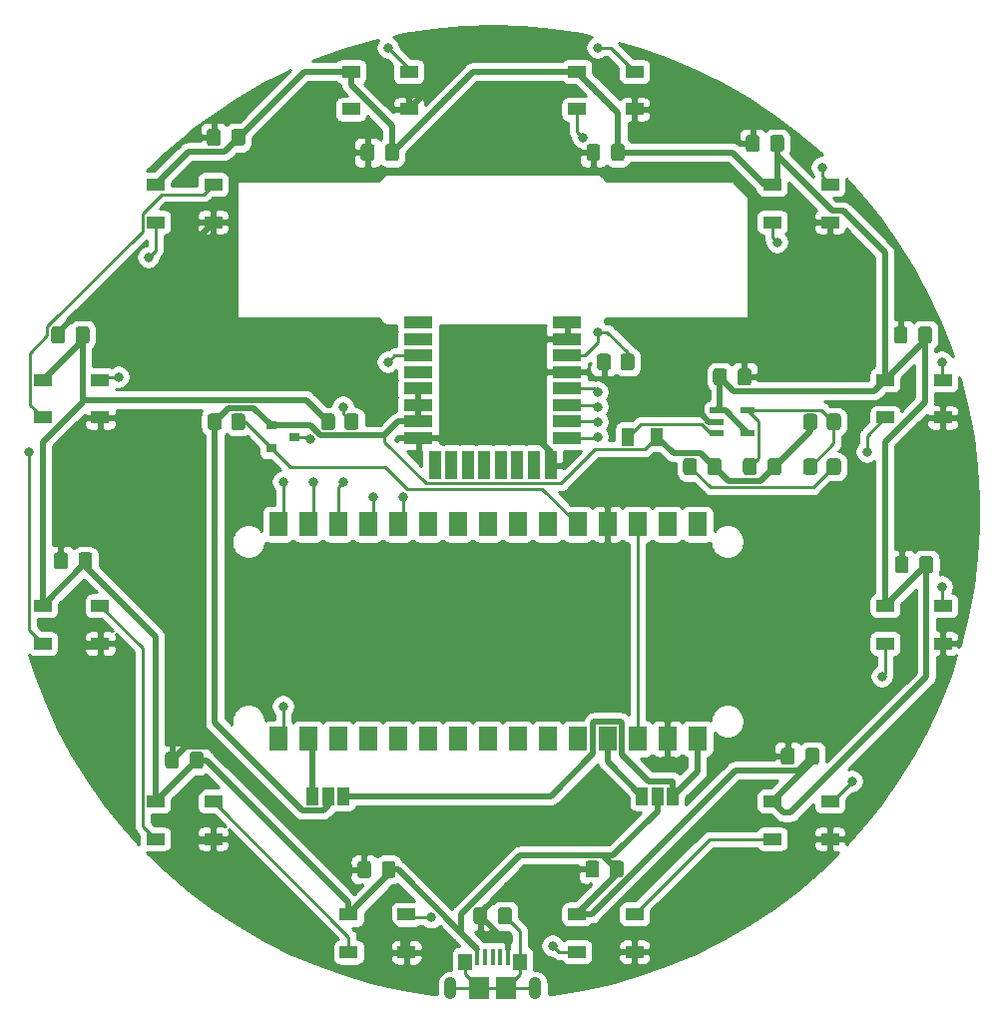
<source format=gbr>
%TF.GenerationSoftware,KiCad,Pcbnew,(5.1.10)-1*%
%TF.CreationDate,2022-01-27T09:42:42-08:00*%
%TF.ProjectId,Hive PCB v0.1,48697665-2050-4434-9220-76302e312e6b,rev?*%
%TF.SameCoordinates,Original*%
%TF.FileFunction,Copper,L1,Top*%
%TF.FilePolarity,Positive*%
%FSLAX46Y46*%
G04 Gerber Fmt 4.6, Leading zero omitted, Abs format (unit mm)*
G04 Created by KiCad (PCBNEW (5.1.10)-1) date 2022-01-27 09:42:42*
%MOMM*%
%LPD*%
G01*
G04 APERTURE LIST*
%TA.AperFunction,SMDPad,CuDef*%
%ADD10R,2.450000X1.000000*%
%TD*%
%TA.AperFunction,SMDPad,CuDef*%
%ADD11R,1.000000X2.450000*%
%TD*%
%TA.AperFunction,SMDPad,CuDef*%
%ADD12R,1.000000X1.500000*%
%TD*%
%TA.AperFunction,SMDPad,CuDef*%
%ADD13R,1.560000X2.000000*%
%TD*%
%TA.AperFunction,SMDPad,CuDef*%
%ADD14R,1.500000X1.000000*%
%TD*%
%TA.AperFunction,SMDPad,CuDef*%
%ADD15R,1.150000X1.450000*%
%TD*%
%TA.AperFunction,ComponentPad*%
%ADD16O,1.050000X1.900000*%
%TD*%
%TA.AperFunction,SMDPad,CuDef*%
%ADD17R,1.750000X1.900000*%
%TD*%
%TA.AperFunction,SMDPad,CuDef*%
%ADD18R,0.400000X1.400000*%
%TD*%
%TA.AperFunction,SMDPad,CuDef*%
%ADD19R,0.900000X0.800000*%
%TD*%
%TA.AperFunction,SMDPad,CuDef*%
%ADD20R,1.200000X0.600000*%
%TD*%
%TA.AperFunction,ViaPad*%
%ADD21C,0.800000*%
%TD*%
%TA.AperFunction,Conductor*%
%ADD22C,0.250000*%
%TD*%
%TA.AperFunction,Conductor*%
%ADD23C,0.508000*%
%TD*%
%TA.AperFunction,Conductor*%
%ADD24C,0.254000*%
%TD*%
%TA.AperFunction,Conductor*%
%ADD25C,0.100000*%
%TD*%
G04 APERTURE END LIST*
D10*
%TO.P,UWB_Module,24*%
%TO.N,GND*%
X146000000Y-85561200D03*
%TO.P,UWB_Module,23*%
X146000000Y-86961200D03*
%TO.P,UWB_Module,22*%
%TO.N,IRQ_DWM1000*%
X146000000Y-88361200D03*
%TO.P,UWB_Module,21*%
%TO.N,GND*%
X146000000Y-89761200D03*
%TO.P,UWB_Module,20*%
%TO.N,SCK*%
X146000000Y-91161200D03*
%TO.P,UWB_Module,19*%
%TO.N,MISO*%
X146000000Y-92561200D03*
%TO.P,UWB_Module,18*%
%TO.N,MOSI*%
X146000000Y-93960000D03*
%TO.P,UWB_Module,17*%
%TO.N,CS_DWM1000*%
X146000000Y-95360000D03*
D11*
%TO.P,UWB_Module,16*%
%TO.N,GND*%
X144600000Y-97656200D03*
%TO.P,UWB_Module,15*%
%TO.N,Net-(UWB_Module1-Pad15)*%
X143200000Y-97656200D03*
%TO.P,UWB_Module,14*%
%TO.N,Net-(UWB_Module1-Pad14)*%
X141800000Y-97656200D03*
%TO.P,UWB_Module,13*%
%TO.N,Net-(UWB_Module1-Pad13)*%
X140400000Y-97656200D03*
%TO.P,UWB_Module,12*%
%TO.N,Net-(UWB_Module1-Pad12)*%
X139000000Y-97656200D03*
%TO.P,UWB_Module,11*%
%TO.N,Net-(UWB_Module1-Pad11)*%
X137600000Y-97656200D03*
%TO.P,UWB_Module,10*%
%TO.N,Net-(UWB_Module1-Pad10)*%
X136200000Y-97656200D03*
%TO.P,UWB_Module,9*%
%TO.N,Net-(UWB_Module1-Pad9)*%
X134800000Y-97656200D03*
D10*
%TO.P,UWB_Module,8*%
%TO.N,GND*%
X133400000Y-95361200D03*
%TO.P,UWB_Module,7*%
%TO.N,+3V3*%
X133400000Y-93961200D03*
%TO.P,UWB_Module,6*%
X133400000Y-92561200D03*
%TO.P,UWB_Module,5*%
X133400000Y-91161200D03*
%TO.P,UWB_Module,4*%
%TO.N,Net-(UWB_Module1-Pad4)*%
X133400000Y-89761200D03*
%TO.P,UWB_Module,3*%
%TO.N,RSTn_DWM1000*%
X133400000Y-88361200D03*
%TO.P,UWB_Module,2*%
%TO.N,Net-(UWB_Module1-Pad2)*%
X133400000Y-86961200D03*
%TO.P,UWB_Module,1*%
%TO.N,Net-(UWB_Module1-Pad1)*%
X133400000Y-85561200D03*
%TD*%
D12*
%TO.P,JP2,1*%
%TO.N,Net-(Arduino_Nano_33_IoT1-Pad12)*%
X152370000Y-125730000D03*
%TO.P,JP2,2*%
%TO.N,VUSB*%
X153670000Y-125730000D03*
%TO.P,JP2,3*%
%TO.N,Net-(Arduino_Nano_33_IoT1-Pad15)*%
X154970000Y-125730000D03*
%TD*%
%TO.P,JP1,1*%
%TO.N,Net-(Arduino_Nano_33_IoT1-Pad2)*%
X124430000Y-125730000D03*
%TO.P,JP1,2*%
%TO.N,+3V3*%
X125730000Y-125730000D03*
%TO.P,JP1,3*%
%TO.N,Net-(Arduino_Nano_33_IoT1-Pad15)*%
X127030000Y-125730000D03*
%TD*%
D13*
%TO.P,Arduino_Nano_33,1*%
%TO.N,SCK*%
X121510000Y-120860000D03*
%TO.P,Arduino_Nano_33,2*%
%TO.N,Net-(Arduino_Nano_33_IoT1-Pad2)*%
X124050000Y-120860000D03*
%TO.P,Arduino_Nano_33,3*%
%TO.N,Net-(Arduino_Nano_33_IoT1-Pad3)*%
X126590000Y-120860000D03*
%TO.P,Arduino_Nano_33,4*%
%TO.N,Net-(Arduino_Nano_33_IoT1-Pad4)*%
X129130000Y-120860000D03*
%TO.P,Arduino_Nano_33,5*%
%TO.N,Net-(Arduino_Nano_33_IoT1-Pad5)*%
X131670000Y-120860000D03*
%TO.P,Arduino_Nano_33,6*%
%TO.N,Net-(Arduino_Nano_33_IoT1-Pad6)*%
X134210000Y-120860000D03*
%TO.P,Arduino_Nano_33,7*%
%TO.N,Net-(Arduino_Nano_33_IoT1-Pad7)*%
X136750000Y-120860000D03*
%TO.P,Arduino_Nano_33,8*%
%TO.N,Net-(Arduino_Nano_33_IoT1-Pad8)*%
X139290000Y-120860000D03*
%TO.P,Arduino_Nano_33,9*%
%TO.N,Net-(Arduino_Nano_33_IoT1-Pad9)*%
X141830000Y-120860000D03*
%TO.P,Arduino_Nano_33,10*%
%TO.N,Net-(Arduino_Nano_33_IoT1-Pad10)*%
X144370000Y-120860000D03*
%TO.P,Arduino_Nano_33,11*%
%TO.N,Net-(Arduino_Nano_33_IoT1-Pad11)*%
X146910000Y-120860000D03*
%TO.P,Arduino_Nano_33,12*%
%TO.N,Net-(Arduino_Nano_33_IoT1-Pad12)*%
X149450000Y-120860000D03*
%TO.P,Arduino_Nano_33,13*%
%TO.N,Net-(Arduino_Nano_33_IoT1-Pad13)*%
X151990000Y-120860000D03*
%TO.P,Arduino_Nano_33,14*%
%TO.N,GND*%
X154530000Y-120860000D03*
%TO.P,Arduino_Nano_33,15*%
%TO.N,Net-(Arduino_Nano_33_IoT1-Pad15)*%
X157070000Y-120860000D03*
%TO.P,Arduino_Nano_33,16*%
%TO.N,Net-(Arduino_Nano_33_IoT1-Pad16)*%
X157070000Y-102660000D03*
%TO.P,Arduino_Nano_33,17*%
%TO.N,Net-(Arduino_Nano_33_IoT1-Pad17)*%
X154530000Y-102660000D03*
%TO.P,Arduino_Nano_33,18*%
%TO.N,Net-(Arduino_Nano_33_IoT1-Pad13)*%
X151990000Y-102660000D03*
%TO.P,Arduino_Nano_33,19*%
%TO.N,GND*%
X149450000Y-102660000D03*
%TO.P,Arduino_Nano_33,20*%
%TO.N,LED_DATA_L*%
X146910000Y-102660000D03*
%TO.P,Arduino_Nano_33,21*%
%TO.N,Net-(Arduino_Nano_33_IoT1-Pad21)*%
X144370000Y-102660000D03*
%TO.P,Arduino_Nano_33,22*%
%TO.N,Net-(Arduino_Nano_33_IoT1-Pad22)*%
X141830000Y-102660000D03*
%TO.P,Arduino_Nano_33,23*%
%TO.N,Net-(Arduino_Nano_33_IoT1-Pad23)*%
X139290000Y-102660000D03*
%TO.P,Arduino_Nano_33,24*%
%TO.N,Net-(Arduino_Nano_33_IoT1-Pad24)*%
X136750000Y-102660000D03*
%TO.P,Arduino_Nano_33,25*%
%TO.N,Net-(Arduino_Nano_33_IoT1-Pad25)*%
X134210000Y-102660000D03*
%TO.P,Arduino_Nano_33,26*%
%TO.N,IRQ_DWM1000*%
X131670000Y-102660000D03*
%TO.P,Arduino_Nano_33,27*%
%TO.N,RSTn_DWM1000*%
X129130000Y-102660000D03*
%TO.P,Arduino_Nano_33,28*%
%TO.N,CS_DWM1000*%
X126590000Y-102660000D03*
%TO.P,Arduino_Nano_33,29*%
%TO.N,MOSI*%
X124050000Y-102660000D03*
%TO.P,Arduino_Nano_33,30*%
%TO.N,MISO*%
X121510000Y-102660000D03*
%TD*%
%TO.P,C1,1*%
%TO.N,GND*%
%TA.AperFunction,SMDPad,CuDef*%
G36*
G01*
X147651304Y-71595000D02*
X147651304Y-70645000D01*
G75*
G02*
X147901304Y-70395000I250000J0D01*
G01*
X148576304Y-70395000D01*
G75*
G02*
X148826304Y-70645000I0J-250000D01*
G01*
X148826304Y-71595000D01*
G75*
G02*
X148576304Y-71845000I-250000J0D01*
G01*
X147901304Y-71845000D01*
G75*
G02*
X147651304Y-71595000I0J250000D01*
G01*
G37*
%TD.AperFunction*%
%TO.P,C1,2*%
%TO.N,VUSB*%
%TA.AperFunction,SMDPad,CuDef*%
G36*
G01*
X149726304Y-71595000D02*
X149726304Y-70645000D01*
G75*
G02*
X149976304Y-70395000I250000J0D01*
G01*
X150651304Y-70395000D01*
G75*
G02*
X150901304Y-70645000I0J-250000D01*
G01*
X150901304Y-71595000D01*
G75*
G02*
X150651304Y-71845000I-250000J0D01*
G01*
X149976304Y-71845000D01*
G75*
G02*
X149726304Y-71595000I0J250000D01*
G01*
G37*
%TD.AperFunction*%
%TD*%
%TO.P,C2,1*%
%TO.N,GND*%
%TA.AperFunction,SMDPad,CuDef*%
G36*
G01*
X161167500Y-70832050D02*
X161167500Y-69882050D01*
G75*
G02*
X161417500Y-69632050I250000J0D01*
G01*
X162092500Y-69632050D01*
G75*
G02*
X162342500Y-69882050I0J-250000D01*
G01*
X162342500Y-70832050D01*
G75*
G02*
X162092500Y-71082050I-250000J0D01*
G01*
X161417500Y-71082050D01*
G75*
G02*
X161167500Y-70832050I0J250000D01*
G01*
G37*
%TD.AperFunction*%
%TO.P,C2,2*%
%TO.N,VUSB*%
%TA.AperFunction,SMDPad,CuDef*%
G36*
G01*
X163242500Y-70832050D02*
X163242500Y-69882050D01*
G75*
G02*
X163492500Y-69632050I250000J0D01*
G01*
X164167500Y-69632050D01*
G75*
G02*
X164417500Y-69882050I0J-250000D01*
G01*
X164417500Y-70832050D01*
G75*
G02*
X164167500Y-71082050I-250000J0D01*
G01*
X163492500Y-71082050D01*
G75*
G02*
X163242500Y-70832050I0J250000D01*
G01*
G37*
%TD.AperFunction*%
%TD*%
%TO.P,C3,2*%
%TO.N,VUSB*%
%TA.AperFunction,SMDPad,CuDef*%
G36*
G01*
X175799255Y-87088696D02*
X175799255Y-86138696D01*
G75*
G02*
X176049255Y-85888696I250000J0D01*
G01*
X176724255Y-85888696D01*
G75*
G02*
X176974255Y-86138696I0J-250000D01*
G01*
X176974255Y-87088696D01*
G75*
G02*
X176724255Y-87338696I-250000J0D01*
G01*
X176049255Y-87338696D01*
G75*
G02*
X175799255Y-87088696I0J250000D01*
G01*
G37*
%TD.AperFunction*%
%TO.P,C3,1*%
%TO.N,GND*%
%TA.AperFunction,SMDPad,CuDef*%
G36*
G01*
X173724255Y-87088696D02*
X173724255Y-86138696D01*
G75*
G02*
X173974255Y-85888696I250000J0D01*
G01*
X174649255Y-85888696D01*
G75*
G02*
X174899255Y-86138696I0J-250000D01*
G01*
X174899255Y-87088696D01*
G75*
G02*
X174649255Y-87338696I-250000J0D01*
G01*
X173974255Y-87338696D01*
G75*
G02*
X173724255Y-87088696I0J250000D01*
G01*
G37*
%TD.AperFunction*%
%TD*%
%TO.P,C4,1*%
%TO.N,GND*%
%TA.AperFunction,SMDPad,CuDef*%
G36*
G01*
X173814255Y-106571304D02*
X173814255Y-105621304D01*
G75*
G02*
X174064255Y-105371304I250000J0D01*
G01*
X174739255Y-105371304D01*
G75*
G02*
X174989255Y-105621304I0J-250000D01*
G01*
X174989255Y-106571304D01*
G75*
G02*
X174739255Y-106821304I-250000J0D01*
G01*
X174064255Y-106821304D01*
G75*
G02*
X173814255Y-106571304I0J250000D01*
G01*
G37*
%TD.AperFunction*%
%TO.P,C4,2*%
%TO.N,VUSB*%
%TA.AperFunction,SMDPad,CuDef*%
G36*
G01*
X175889255Y-106571304D02*
X175889255Y-105621304D01*
G75*
G02*
X176139255Y-105371304I250000J0D01*
G01*
X176814255Y-105371304D01*
G75*
G02*
X177064255Y-105621304I0J-250000D01*
G01*
X177064255Y-106571304D01*
G75*
G02*
X176814255Y-106821304I-250000J0D01*
G01*
X176139255Y-106821304D01*
G75*
G02*
X175889255Y-106571304I0J250000D01*
G01*
G37*
%TD.AperFunction*%
%TD*%
%TO.P,C5,2*%
%TO.N,VUSB*%
%TA.AperFunction,SMDPad,CuDef*%
G36*
G01*
X166222950Y-122827950D02*
X166222950Y-121877950D01*
G75*
G02*
X166472950Y-121627950I250000J0D01*
G01*
X167147950Y-121627950D01*
G75*
G02*
X167397950Y-121877950I0J-250000D01*
G01*
X167397950Y-122827950D01*
G75*
G02*
X167147950Y-123077950I-250000J0D01*
G01*
X166472950Y-123077950D01*
G75*
G02*
X166222950Y-122827950I0J250000D01*
G01*
G37*
%TD.AperFunction*%
%TO.P,C5,1*%
%TO.N,GND*%
%TA.AperFunction,SMDPad,CuDef*%
G36*
G01*
X164147950Y-122827950D02*
X164147950Y-121877950D01*
G75*
G02*
X164397950Y-121627950I250000J0D01*
G01*
X165072950Y-121627950D01*
G75*
G02*
X165322950Y-121877950I0J-250000D01*
G01*
X165322950Y-122827950D01*
G75*
G02*
X165072950Y-123077950I-250000J0D01*
G01*
X164397950Y-123077950D01*
G75*
G02*
X164147950Y-122827950I0J250000D01*
G01*
G37*
%TD.AperFunction*%
%TD*%
%TO.P,C6,1*%
%TO.N,GND*%
%TA.AperFunction,SMDPad,CuDef*%
G36*
G01*
X147561304Y-132404255D02*
X147561304Y-131454255D01*
G75*
G02*
X147811304Y-131204255I250000J0D01*
G01*
X148486304Y-131204255D01*
G75*
G02*
X148736304Y-131454255I0J-250000D01*
G01*
X148736304Y-132404255D01*
G75*
G02*
X148486304Y-132654255I-250000J0D01*
G01*
X147811304Y-132654255D01*
G75*
G02*
X147561304Y-132404255I0J250000D01*
G01*
G37*
%TD.AperFunction*%
%TO.P,C6,2*%
%TO.N,VUSB*%
%TA.AperFunction,SMDPad,CuDef*%
G36*
G01*
X149636304Y-132404255D02*
X149636304Y-131454255D01*
G75*
G02*
X149886304Y-131204255I250000J0D01*
G01*
X150561304Y-131204255D01*
G75*
G02*
X150811304Y-131454255I0J-250000D01*
G01*
X150811304Y-132404255D01*
G75*
G02*
X150561304Y-132654255I-250000J0D01*
G01*
X149886304Y-132654255D01*
G75*
G02*
X149636304Y-132404255I0J250000D01*
G01*
G37*
%TD.AperFunction*%
%TD*%
%TO.P,C7,1*%
%TO.N,GND*%
%TA.AperFunction,SMDPad,CuDef*%
G36*
G01*
X128213375Y-132441328D02*
X128213375Y-131491328D01*
G75*
G02*
X128463375Y-131241328I250000J0D01*
G01*
X129138375Y-131241328D01*
G75*
G02*
X129388375Y-131491328I0J-250000D01*
G01*
X129388375Y-132441328D01*
G75*
G02*
X129138375Y-132691328I-250000J0D01*
G01*
X128463375Y-132691328D01*
G75*
G02*
X128213375Y-132441328I0J250000D01*
G01*
G37*
%TD.AperFunction*%
%TO.P,C7,2*%
%TO.N,VUSB*%
%TA.AperFunction,SMDPad,CuDef*%
G36*
G01*
X130288375Y-132441328D02*
X130288375Y-131491328D01*
G75*
G02*
X130538375Y-131241328I250000J0D01*
G01*
X131213375Y-131241328D01*
G75*
G02*
X131463375Y-131491328I0J-250000D01*
G01*
X131463375Y-132441328D01*
G75*
G02*
X131213375Y-132691328I-250000J0D01*
G01*
X130538375Y-132691328D01*
G75*
G02*
X130288375Y-132441328I0J250000D01*
G01*
G37*
%TD.AperFunction*%
%TD*%
%TO.P,C8,2*%
%TO.N,VUSB*%
%TA.AperFunction,SMDPad,CuDef*%
G36*
G01*
X113987050Y-123157950D02*
X113987050Y-122207950D01*
G75*
G02*
X114237050Y-121957950I250000J0D01*
G01*
X114912050Y-121957950D01*
G75*
G02*
X115162050Y-122207950I0J-250000D01*
G01*
X115162050Y-123157950D01*
G75*
G02*
X114912050Y-123407950I-250000J0D01*
G01*
X114237050Y-123407950D01*
G75*
G02*
X113987050Y-123157950I0J250000D01*
G01*
G37*
%TD.AperFunction*%
%TO.P,C8,1*%
%TO.N,GND*%
%TA.AperFunction,SMDPad,CuDef*%
G36*
G01*
X111912050Y-123157950D02*
X111912050Y-122207950D01*
G75*
G02*
X112162050Y-121957950I250000J0D01*
G01*
X112837050Y-121957950D01*
G75*
G02*
X113087050Y-122207950I0J-250000D01*
G01*
X113087050Y-123157950D01*
G75*
G02*
X112837050Y-123407950I-250000J0D01*
G01*
X112162050Y-123407950D01*
G75*
G02*
X111912050Y-123157950I0J250000D01*
G01*
G37*
%TD.AperFunction*%
%TD*%
%TO.P,C9,2*%
%TO.N,VUSB*%
%TA.AperFunction,SMDPad,CuDef*%
G36*
G01*
X104553245Y-106241304D02*
X104553245Y-105291304D01*
G75*
G02*
X104803245Y-105041304I250000J0D01*
G01*
X105478245Y-105041304D01*
G75*
G02*
X105728245Y-105291304I0J-250000D01*
G01*
X105728245Y-106241304D01*
G75*
G02*
X105478245Y-106491304I-250000J0D01*
G01*
X104803245Y-106491304D01*
G75*
G02*
X104553245Y-106241304I0J250000D01*
G01*
G37*
%TD.AperFunction*%
%TO.P,C9,1*%
%TO.N,GND*%
%TA.AperFunction,SMDPad,CuDef*%
G36*
G01*
X102478245Y-106241304D02*
X102478245Y-105291304D01*
G75*
G02*
X102728245Y-105041304I250000J0D01*
G01*
X103403245Y-105041304D01*
G75*
G02*
X103653245Y-105291304I0J-250000D01*
G01*
X103653245Y-106241304D01*
G75*
G02*
X103403245Y-106491304I-250000J0D01*
G01*
X102728245Y-106491304D01*
G75*
G02*
X102478245Y-106241304I0J250000D01*
G01*
G37*
%TD.AperFunction*%
%TD*%
%TO.P,C10,1*%
%TO.N,GND*%
%TA.AperFunction,SMDPad,CuDef*%
G36*
G01*
X102245745Y-87088696D02*
X102245745Y-86138696D01*
G75*
G02*
X102495745Y-85888696I250000J0D01*
G01*
X103170745Y-85888696D01*
G75*
G02*
X103420745Y-86138696I0J-250000D01*
G01*
X103420745Y-87088696D01*
G75*
G02*
X103170745Y-87338696I-250000J0D01*
G01*
X102495745Y-87338696D01*
G75*
G02*
X102245745Y-87088696I0J250000D01*
G01*
G37*
%TD.AperFunction*%
%TO.P,C10,2*%
%TO.N,VUSB*%
%TA.AperFunction,SMDPad,CuDef*%
G36*
G01*
X104320745Y-87088696D02*
X104320745Y-86138696D01*
G75*
G02*
X104570745Y-85888696I250000J0D01*
G01*
X105245745Y-85888696D01*
G75*
G02*
X105495745Y-86138696I0J-250000D01*
G01*
X105495745Y-87088696D01*
G75*
G02*
X105245745Y-87338696I-250000J0D01*
G01*
X104570745Y-87338696D01*
G75*
G02*
X104320745Y-87088696I0J250000D01*
G01*
G37*
%TD.AperFunction*%
%TD*%
%TO.P,C11,2*%
%TO.N,VUSB*%
%TA.AperFunction,SMDPad,CuDef*%
G36*
G01*
X117522500Y-70325000D02*
X117522500Y-69375000D01*
G75*
G02*
X117772500Y-69125000I250000J0D01*
G01*
X118447500Y-69125000D01*
G75*
G02*
X118697500Y-69375000I0J-250000D01*
G01*
X118697500Y-70325000D01*
G75*
G02*
X118447500Y-70575000I-250000J0D01*
G01*
X117772500Y-70575000D01*
G75*
G02*
X117522500Y-70325000I0J250000D01*
G01*
G37*
%TD.AperFunction*%
%TO.P,C11,1*%
%TO.N,GND*%
%TA.AperFunction,SMDPad,CuDef*%
G36*
G01*
X115447500Y-70325000D02*
X115447500Y-69375000D01*
G75*
G02*
X115697500Y-69125000I250000J0D01*
G01*
X116372500Y-69125000D01*
G75*
G02*
X116622500Y-69375000I0J-250000D01*
G01*
X116622500Y-70325000D01*
G75*
G02*
X116372500Y-70575000I-250000J0D01*
G01*
X115697500Y-70575000D01*
G75*
G02*
X115447500Y-70325000I0J250000D01*
G01*
G37*
%TD.AperFunction*%
%TD*%
%TO.P,C12,1*%
%TO.N,GND*%
%TA.AperFunction,SMDPad,CuDef*%
G36*
G01*
X128498696Y-71595000D02*
X128498696Y-70645000D01*
G75*
G02*
X128748696Y-70395000I250000J0D01*
G01*
X129423696Y-70395000D01*
G75*
G02*
X129673696Y-70645000I0J-250000D01*
G01*
X129673696Y-71595000D01*
G75*
G02*
X129423696Y-71845000I-250000J0D01*
G01*
X128748696Y-71845000D01*
G75*
G02*
X128498696Y-71595000I0J250000D01*
G01*
G37*
%TD.AperFunction*%
%TO.P,C12,2*%
%TO.N,VUSB*%
%TA.AperFunction,SMDPad,CuDef*%
G36*
G01*
X130573696Y-71595000D02*
X130573696Y-70645000D01*
G75*
G02*
X130823696Y-70395000I250000J0D01*
G01*
X131498696Y-70395000D01*
G75*
G02*
X131748696Y-70645000I0J-250000D01*
G01*
X131748696Y-71595000D01*
G75*
G02*
X131498696Y-71845000I-250000J0D01*
G01*
X130823696Y-71845000D01*
G75*
G02*
X130573696Y-71595000I0J250000D01*
G01*
G37*
%TD.AperFunction*%
%TD*%
%TO.P,C13,1*%
%TO.N,VUSB*%
%TA.AperFunction,SMDPad,CuDef*%
G36*
G01*
X158395000Y-90645000D02*
X158395000Y-89695000D01*
G75*
G02*
X158645000Y-89445000I250000J0D01*
G01*
X159320000Y-89445000D01*
G75*
G02*
X159570000Y-89695000I0J-250000D01*
G01*
X159570000Y-90645000D01*
G75*
G02*
X159320000Y-90895000I-250000J0D01*
G01*
X158645000Y-90895000D01*
G75*
G02*
X158395000Y-90645000I0J250000D01*
G01*
G37*
%TD.AperFunction*%
%TO.P,C13,2*%
%TO.N,GND*%
%TA.AperFunction,SMDPad,CuDef*%
G36*
G01*
X160470000Y-90645000D02*
X160470000Y-89695000D01*
G75*
G02*
X160720000Y-89445000I250000J0D01*
G01*
X161395000Y-89445000D01*
G75*
G02*
X161645000Y-89695000I0J-250000D01*
G01*
X161645000Y-90645000D01*
G75*
G02*
X161395000Y-90895000I-250000J0D01*
G01*
X160720000Y-90895000D01*
G75*
G02*
X160470000Y-90645000I0J250000D01*
G01*
G37*
%TD.AperFunction*%
%TD*%
%TO.P,C14,1*%
%TO.N,Net-(C14-Pad1)*%
%TA.AperFunction,SMDPad,CuDef*%
G36*
G01*
X155855000Y-98265000D02*
X155855000Y-97315000D01*
G75*
G02*
X156105000Y-97065000I250000J0D01*
G01*
X156780000Y-97065000D01*
G75*
G02*
X157030000Y-97315000I0J-250000D01*
G01*
X157030000Y-98265000D01*
G75*
G02*
X156780000Y-98515000I-250000J0D01*
G01*
X156105000Y-98515000D01*
G75*
G02*
X155855000Y-98265000I0J250000D01*
G01*
G37*
%TD.AperFunction*%
%TO.P,C14,2*%
%TO.N,+3V3*%
%TA.AperFunction,SMDPad,CuDef*%
G36*
G01*
X157930000Y-98265000D02*
X157930000Y-97315000D01*
G75*
G02*
X158180000Y-97065000I250000J0D01*
G01*
X158855000Y-97065000D01*
G75*
G02*
X159105000Y-97315000I0J-250000D01*
G01*
X159105000Y-98265000D01*
G75*
G02*
X158855000Y-98515000I-250000J0D01*
G01*
X158180000Y-98515000D01*
G75*
G02*
X157930000Y-98265000I0J250000D01*
G01*
G37*
%TD.AperFunction*%
%TD*%
%TO.P,C15,1*%
%TO.N,Net-(C15-Pad1)*%
%TA.AperFunction,SMDPad,CuDef*%
G36*
G01*
X160935000Y-98265000D02*
X160935000Y-97315000D01*
G75*
G02*
X161185000Y-97065000I250000J0D01*
G01*
X161860000Y-97065000D01*
G75*
G02*
X162110000Y-97315000I0J-250000D01*
G01*
X162110000Y-98265000D01*
G75*
G02*
X161860000Y-98515000I-250000J0D01*
G01*
X161185000Y-98515000D01*
G75*
G02*
X160935000Y-98265000I0J250000D01*
G01*
G37*
%TD.AperFunction*%
%TO.P,C15,2*%
%TO.N,+3V3*%
%TA.AperFunction,SMDPad,CuDef*%
G36*
G01*
X163010000Y-98265000D02*
X163010000Y-97315000D01*
G75*
G02*
X163260000Y-97065000I250000J0D01*
G01*
X163935000Y-97065000D01*
G75*
G02*
X164185000Y-97315000I0J-250000D01*
G01*
X164185000Y-98265000D01*
G75*
G02*
X163935000Y-98515000I-250000J0D01*
G01*
X163260000Y-98515000D01*
G75*
G02*
X163010000Y-98265000I0J250000D01*
G01*
G37*
%TD.AperFunction*%
%TD*%
%TO.P,C16,2*%
%TO.N,Net-(C16-Pad2)*%
%TA.AperFunction,SMDPad,CuDef*%
G36*
G01*
X140150000Y-136365000D02*
X140150000Y-135415000D01*
G75*
G02*
X140400000Y-135165000I250000J0D01*
G01*
X141075000Y-135165000D01*
G75*
G02*
X141325000Y-135415000I0J-250000D01*
G01*
X141325000Y-136365000D01*
G75*
G02*
X141075000Y-136615000I-250000J0D01*
G01*
X140400000Y-136615000D01*
G75*
G02*
X140150000Y-136365000I0J250000D01*
G01*
G37*
%TD.AperFunction*%
%TO.P,C16,1*%
%TO.N,GND*%
%TA.AperFunction,SMDPad,CuDef*%
G36*
G01*
X138075000Y-136365000D02*
X138075000Y-135415000D01*
G75*
G02*
X138325000Y-135165000I250000J0D01*
G01*
X139000000Y-135165000D01*
G75*
G02*
X139250000Y-135415000I0J-250000D01*
G01*
X139250000Y-136365000D01*
G75*
G02*
X139000000Y-136615000I-250000J0D01*
G01*
X138325000Y-136615000D01*
G75*
G02*
X138075000Y-136365000I0J250000D01*
G01*
G37*
%TD.AperFunction*%
%TD*%
D14*
%TO.P,D1,1*%
%TO.N,VUSB*%
X146826304Y-64260745D03*
%TO.P,D1,2*%
%TO.N,Net-(D1-Pad2)*%
X146826304Y-67460745D03*
%TO.P,D1,4*%
%TO.N,LED_DATA_H*%
X151726304Y-64260745D03*
%TO.P,D1,3*%
%TO.N,GND*%
X151726304Y-67460745D03*
%TD*%
%TO.P,D2,3*%
%TO.N,GND*%
X168312950Y-77037050D03*
%TO.P,D2,4*%
%TO.N,Net-(D1-Pad2)*%
X168312950Y-73837050D03*
%TO.P,D2,2*%
%TO.N,Net-(D2-Pad2)*%
X163412950Y-77037050D03*
%TO.P,D2,1*%
%TO.N,VUSB*%
X163412950Y-73837050D03*
%TD*%
%TO.P,D3,1*%
%TO.N,VUSB*%
X172989255Y-90423696D03*
%TO.P,D3,2*%
%TO.N,Net-(D3-Pad2)*%
X172989255Y-93623696D03*
%TO.P,D3,4*%
%TO.N,Net-(D2-Pad2)*%
X177889255Y-90423696D03*
%TO.P,D3,3*%
%TO.N,GND*%
X177889255Y-93623696D03*
%TD*%
%TO.P,D4,3*%
%TO.N,GND*%
X177889255Y-112776304D03*
%TO.P,D4,4*%
%TO.N,Net-(D3-Pad2)*%
X177889255Y-109576304D03*
%TO.P,D4,2*%
%TO.N,Net-(D4-Pad2)*%
X172989255Y-112776304D03*
%TO.P,D4,1*%
%TO.N,VUSB*%
X172989255Y-109576304D03*
%TD*%
%TO.P,D5,1*%
%TO.N,VUSB*%
X163412950Y-126162950D03*
%TO.P,D5,2*%
%TO.N,Net-(D5-Pad2)*%
X163412950Y-129362950D03*
%TO.P,D5,4*%
%TO.N,Net-(D4-Pad2)*%
X168312950Y-126162950D03*
%TO.P,D5,3*%
%TO.N,GND*%
X168312950Y-129362950D03*
%TD*%
%TO.P,D6,3*%
%TO.N,GND*%
X151726304Y-138939255D03*
%TO.P,D6,4*%
%TO.N,Net-(D5-Pad2)*%
X151726304Y-135739255D03*
%TO.P,D6,2*%
%TO.N,Net-(D6-Pad2)*%
X146826304Y-138939255D03*
%TO.P,D6,1*%
%TO.N,VUSB*%
X146826304Y-135739255D03*
%TD*%
%TO.P,D7,3*%
%TO.N,GND*%
X132378375Y-138976328D03*
%TO.P,D7,4*%
%TO.N,Net-(D6-Pad2)*%
X132378375Y-135776328D03*
%TO.P,D7,2*%
%TO.N,Net-(D7-Pad2)*%
X127478375Y-138976328D03*
%TO.P,D7,1*%
%TO.N,VUSB*%
X127478375Y-135776328D03*
%TD*%
%TO.P,D8,1*%
%TO.N,VUSB*%
X111087050Y-126162950D03*
%TO.P,D8,2*%
%TO.N,Net-(D8-Pad2)*%
X111087050Y-129362950D03*
%TO.P,D8,4*%
%TO.N,Net-(D7-Pad2)*%
X115987050Y-126162950D03*
%TO.P,D8,3*%
%TO.N,GND*%
X115987050Y-129362950D03*
%TD*%
%TO.P,D9,3*%
%TO.N,GND*%
X106410745Y-112776304D03*
%TO.P,D9,4*%
%TO.N,Net-(D8-Pad2)*%
X106410745Y-109576304D03*
%TO.P,D9,2*%
%TO.N,Net-(D10-Pad4)*%
X101510745Y-112776304D03*
%TO.P,D9,1*%
%TO.N,VUSB*%
X101510745Y-109576304D03*
%TD*%
%TO.P,D10,3*%
%TO.N,GND*%
X106410745Y-93623696D03*
%TO.P,D10,4*%
%TO.N,Net-(D10-Pad4)*%
X106410745Y-90423696D03*
%TO.P,D10,2*%
%TO.N,Net-(D10-Pad2)*%
X101510745Y-93623696D03*
%TO.P,D10,1*%
%TO.N,VUSB*%
X101510745Y-90423696D03*
%TD*%
%TO.P,D11,1*%
%TO.N,VUSB*%
X111087050Y-73837050D03*
%TO.P,D11,2*%
%TO.N,Net-(D11-Pad2)*%
X111087050Y-77037050D03*
%TO.P,D11,4*%
%TO.N,Net-(D10-Pad2)*%
X115987050Y-73837050D03*
%TO.P,D11,3*%
%TO.N,GND*%
X115987050Y-77037050D03*
%TD*%
%TO.P,D12,3*%
%TO.N,GND*%
X132573696Y-67460745D03*
%TO.P,D12,4*%
%TO.N,Net-(D11-Pad2)*%
X132573696Y-64260745D03*
%TO.P,D12,2*%
%TO.N,Net-(D12-Pad2)*%
X127673696Y-67460745D03*
%TO.P,D12,1*%
%TO.N,VUSB*%
X127673696Y-64260745D03*
%TD*%
D15*
%TO.P,J1,6*%
%TO.N,Net-(C16-Pad2)*%
X137380000Y-139813000D03*
X142020000Y-139813000D03*
D16*
X143275000Y-142043000D03*
X136125000Y-142043000D03*
D17*
X138575000Y-142043000D03*
D18*
%TO.P,J1,3*%
%TO.N,Net-(J1-Pad3)*%
X139700000Y-139393000D03*
%TO.P,J1,4*%
%TO.N,Net-(J1-Pad4)*%
X140350000Y-139393000D03*
%TO.P,J1,5*%
%TO.N,GND*%
X141000000Y-139393000D03*
%TO.P,J1,1*%
%TO.N,VUSB*%
X138400000Y-139393000D03*
%TO.P,J1,2*%
%TO.N,Net-(J1-Pad2)*%
X139050000Y-139393000D03*
D17*
%TO.P,J1,6*%
%TO.N,Net-(C16-Pad2)*%
X140825000Y-142043000D03*
%TD*%
D12*
%TO.P,L1,2*%
%TO.N,+3V3*%
X153650000Y-95250000D03*
%TO.P,L1,1*%
%TO.N,Net-(L1-Pad1)*%
X151150000Y-95250000D03*
%TD*%
D19*
%TO.P,Q1,3*%
%TO.N,LED_DATA_H*%
X122920000Y-95250000D03*
%TO.P,Q1,2*%
%TO.N,LED_DATA_L*%
X120920000Y-96200000D03*
%TO.P,Q1,1*%
%TO.N,+3V3*%
X120920000Y-94300000D03*
%TD*%
%TO.P,R1,2*%
%TO.N,IRQ_DWM1000*%
%TA.AperFunction,SMDPad,CuDef*%
G36*
G01*
X150530000Y-89350001D02*
X150530000Y-88449999D01*
G75*
G02*
X150779999Y-88200000I249999J0D01*
G01*
X151480001Y-88200000D01*
G75*
G02*
X151730000Y-88449999I0J-249999D01*
G01*
X151730000Y-89350001D01*
G75*
G02*
X151480001Y-89600000I-249999J0D01*
G01*
X150779999Y-89600000D01*
G75*
G02*
X150530000Y-89350001I0J249999D01*
G01*
G37*
%TD.AperFunction*%
%TO.P,R1,1*%
%TO.N,GND*%
%TA.AperFunction,SMDPad,CuDef*%
G36*
G01*
X148530000Y-89350001D02*
X148530000Y-88449999D01*
G75*
G02*
X148779999Y-88200000I249999J0D01*
G01*
X149480001Y-88200000D01*
G75*
G02*
X149730000Y-88449999I0J-249999D01*
G01*
X149730000Y-89350001D01*
G75*
G02*
X149480001Y-89600000I-249999J0D01*
G01*
X148779999Y-89600000D01*
G75*
G02*
X148530000Y-89350001I0J249999D01*
G01*
G37*
%TD.AperFunction*%
%TD*%
%TO.P,R2,1*%
%TO.N,+3V3*%
%TA.AperFunction,SMDPad,CuDef*%
G36*
G01*
X166040000Y-94430001D02*
X166040000Y-93529999D01*
G75*
G02*
X166289999Y-93280000I249999J0D01*
G01*
X166990001Y-93280000D01*
G75*
G02*
X167240000Y-93529999I0J-249999D01*
G01*
X167240000Y-94430001D01*
G75*
G02*
X166990001Y-94680000I-249999J0D01*
G01*
X166289999Y-94680000D01*
G75*
G02*
X166040000Y-94430001I0J249999D01*
G01*
G37*
%TD.AperFunction*%
%TO.P,R2,2*%
%TO.N,Net-(C15-Pad1)*%
%TA.AperFunction,SMDPad,CuDef*%
G36*
G01*
X168040000Y-94430001D02*
X168040000Y-93529999D01*
G75*
G02*
X168289999Y-93280000I249999J0D01*
G01*
X168990001Y-93280000D01*
G75*
G02*
X169240000Y-93529999I0J-249999D01*
G01*
X169240000Y-94430001D01*
G75*
G02*
X168990001Y-94680000I-249999J0D01*
G01*
X168289999Y-94680000D01*
G75*
G02*
X168040000Y-94430001I0J249999D01*
G01*
G37*
%TD.AperFunction*%
%TD*%
%TO.P,R3,2*%
%TO.N,Net-(C14-Pad1)*%
%TA.AperFunction,SMDPad,CuDef*%
G36*
G01*
X168040000Y-98240001D02*
X168040000Y-97339999D01*
G75*
G02*
X168289999Y-97090000I249999J0D01*
G01*
X168990001Y-97090000D01*
G75*
G02*
X169240000Y-97339999I0J-249999D01*
G01*
X169240000Y-98240001D01*
G75*
G02*
X168990001Y-98490000I-249999J0D01*
G01*
X168289999Y-98490000D01*
G75*
G02*
X168040000Y-98240001I0J249999D01*
G01*
G37*
%TD.AperFunction*%
%TO.P,R3,1*%
%TO.N,Net-(C15-Pad1)*%
%TA.AperFunction,SMDPad,CuDef*%
G36*
G01*
X166040000Y-98240001D02*
X166040000Y-97339999D01*
G75*
G02*
X166289999Y-97090000I249999J0D01*
G01*
X166990001Y-97090000D01*
G75*
G02*
X167240000Y-97339999I0J-249999D01*
G01*
X167240000Y-98240001D01*
G75*
G02*
X166990001Y-98490000I-249999J0D01*
G01*
X166289999Y-98490000D01*
G75*
G02*
X166040000Y-98240001I0J249999D01*
G01*
G37*
%TD.AperFunction*%
%TD*%
%TO.P,R4,2*%
%TO.N,LED_DATA_L*%
%TA.AperFunction,SMDPad,CuDef*%
G36*
G01*
X117510000Y-94430001D02*
X117510000Y-93529999D01*
G75*
G02*
X117759999Y-93280000I249999J0D01*
G01*
X118460001Y-93280000D01*
G75*
G02*
X118710000Y-93529999I0J-249999D01*
G01*
X118710000Y-94430001D01*
G75*
G02*
X118460001Y-94680000I-249999J0D01*
G01*
X117759999Y-94680000D01*
G75*
G02*
X117510000Y-94430001I0J249999D01*
G01*
G37*
%TD.AperFunction*%
%TO.P,R4,1*%
%TO.N,+3V3*%
%TA.AperFunction,SMDPad,CuDef*%
G36*
G01*
X115510000Y-94430001D02*
X115510000Y-93529999D01*
G75*
G02*
X115759999Y-93280000I249999J0D01*
G01*
X116460001Y-93280000D01*
G75*
G02*
X116710000Y-93529999I0J-249999D01*
G01*
X116710000Y-94430001D01*
G75*
G02*
X116460001Y-94680000I-249999J0D01*
G01*
X115759999Y-94680000D01*
G75*
G02*
X115510000Y-94430001I0J249999D01*
G01*
G37*
%TD.AperFunction*%
%TD*%
%TO.P,R5,1*%
%TO.N,VUSB*%
%TA.AperFunction,SMDPad,CuDef*%
G36*
G01*
X125130000Y-94430001D02*
X125130000Y-93529999D01*
G75*
G02*
X125379999Y-93280000I249999J0D01*
G01*
X126080001Y-93280000D01*
G75*
G02*
X126330000Y-93529999I0J-249999D01*
G01*
X126330000Y-94430001D01*
G75*
G02*
X126080001Y-94680000I-249999J0D01*
G01*
X125379999Y-94680000D01*
G75*
G02*
X125130000Y-94430001I0J249999D01*
G01*
G37*
%TD.AperFunction*%
%TO.P,R5,2*%
%TO.N,LED_DATA_H*%
%TA.AperFunction,SMDPad,CuDef*%
G36*
G01*
X127130000Y-94430001D02*
X127130000Y-93529999D01*
G75*
G02*
X127379999Y-93280000I249999J0D01*
G01*
X128080001Y-93280000D01*
G75*
G02*
X128330000Y-93529999I0J-249999D01*
G01*
X128330000Y-94430001D01*
G75*
G02*
X128080001Y-94680000I-249999J0D01*
G01*
X127379999Y-94680000D01*
G75*
G02*
X127130000Y-94430001I0J249999D01*
G01*
G37*
%TD.AperFunction*%
%TD*%
D20*
%TO.P,VREG1,5*%
%TO.N,Net-(C15-Pad1)*%
X161320000Y-93030000D03*
%TO.P,VREG1,4*%
%TO.N,VUSB*%
X161320000Y-94930000D03*
%TO.P,VREG1,3*%
%TO.N,Net-(L1-Pad1)*%
X158720000Y-94930000D03*
%TO.P,VREG1,2*%
%TO.N,GND*%
X158720000Y-93980000D03*
%TO.P,VREG1,1*%
%TO.N,VUSB*%
X158720000Y-93030000D03*
%TD*%
D21*
%TO.N,SCK*%
X148590000Y-91440000D03*
X121920000Y-118110000D03*
%TO.N,GND*%
X119380000Y-124460000D03*
X115570000Y-124460000D03*
X140970000Y-133350000D03*
X130810000Y-134620000D03*
X104140000Y-102870000D03*
X104140000Y-113030000D03*
X107950000Y-82550000D03*
X118110000Y-67310000D03*
X127000000Y-71120000D03*
X134620000Y-64770000D03*
X168910000Y-78740000D03*
X171450000Y-76200000D03*
X177800000Y-95250000D03*
X170180000Y-95250000D03*
X113030000Y-90170000D03*
X113030000Y-93980000D03*
X173990000Y-120650000D03*
X171450000Y-118110000D03*
%TO.N,IRQ_DWM1000*%
X148590000Y-86360000D03*
X132080000Y-100330000D03*
%TO.N,RSTn_DWM1000*%
X130810000Y-88900000D03*
X129540000Y-100330000D03*
%TO.N,CS_DWM1000*%
X148590000Y-95250000D03*
X127000000Y-99060000D03*
%TO.N,MOSI*%
X148590000Y-93980000D03*
X124460000Y-99060000D03*
%TO.N,MISO*%
X148590000Y-92710000D03*
X121920000Y-99060000D03*
%TO.N,LED_DATA_H*%
X124228319Y-95481681D03*
X127000000Y-92710000D03*
X148590000Y-62230000D03*
%TO.N,Net-(D1-Pad2)*%
X147320000Y-69850000D03*
X167640000Y-72390000D03*
%TO.N,Net-(D2-Pad2)*%
X163830000Y-78740000D03*
X177800000Y-88900000D03*
%TO.N,Net-(D3-Pad2)*%
X171450000Y-96520000D03*
X177800000Y-107950000D03*
%TO.N,Net-(D4-Pad2)*%
X172720000Y-115570000D03*
X170180000Y-124460000D03*
%TO.N,Net-(D6-Pad2)*%
X144780000Y-138430000D03*
X134493231Y-136016769D03*
%TO.N,Net-(D10-Pad4)*%
X100330000Y-96520000D03*
X107950000Y-90170000D03*
%TO.N,Net-(D11-Pad2)*%
X110490000Y-80010000D03*
X130810000Y-62230000D03*
%TD*%
D22*
%TO.N,SCK*%
X146000000Y-91161200D02*
X148311200Y-91161200D01*
X148311200Y-91161200D02*
X148590000Y-91440000D01*
X121920000Y-120450000D02*
X121510000Y-120860000D01*
X121920000Y-118110000D02*
X121920000Y-120450000D01*
D23*
%TO.N,Net-(Arduino_Nano_33_IoT1-Pad2)*%
X124430000Y-121240000D02*
X124050000Y-120860000D01*
X124430000Y-125730000D02*
X124430000Y-121240000D01*
%TO.N,Net-(Arduino_Nano_33_IoT1-Pad12)*%
X149450000Y-122810000D02*
X152370000Y-125730000D01*
X149450000Y-120860000D02*
X149450000Y-122810000D01*
D22*
%TO.N,Net-(Arduino_Nano_33_IoT1-Pad13)*%
X151990000Y-102660000D02*
X151990000Y-120860000D01*
D23*
%TO.N,GND*%
X138662500Y-135657500D02*
X140970000Y-133350000D01*
X141004001Y-138231501D02*
X141004001Y-138711797D01*
X138662500Y-135890000D02*
X141004001Y-138231501D01*
X102833245Y-86613696D02*
X102833245Y-86396755D01*
X102833245Y-86396755D02*
X104140000Y-85090000D01*
X116423940Y-121503940D02*
X119380000Y-124460000D01*
X113678560Y-121503940D02*
X116423940Y-121503940D01*
X112499550Y-122682950D02*
X113678560Y-121503940D01*
X115810000Y-129540000D02*
X115987050Y-129362950D01*
X114300000Y-129540000D02*
X115810000Y-129540000D01*
X114300000Y-125730000D02*
X114300000Y-129540000D01*
X115570000Y-124460000D02*
X114300000Y-125730000D01*
X138662500Y-135890000D02*
X138662500Y-135657500D01*
X130810000Y-136275155D02*
X131694845Y-137160000D01*
X130810000Y-134620000D02*
X130810000Y-136275155D01*
X131694845Y-137160000D02*
X132080000Y-137160000D01*
X132080000Y-138677953D02*
X132378375Y-138976328D01*
X132080000Y-137160000D02*
X132080000Y-138677953D01*
X103065745Y-105766304D02*
X103065745Y-104335745D01*
X104140000Y-103261490D02*
X104140000Y-102870000D01*
X103065745Y-104335745D02*
X104140000Y-103261490D01*
X106157049Y-113030000D02*
X106410745Y-112776304D01*
X104140000Y-113030000D02*
X106157049Y-113030000D01*
X144600000Y-96513998D02*
X143510000Y-95423998D01*
X144600000Y-97656200D02*
X144600000Y-96513998D01*
X158053840Y-93980000D02*
X157480000Y-93406160D01*
X158720000Y-93980000D02*
X158053840Y-93980000D01*
X110474100Y-82550000D02*
X107950000Y-82550000D01*
X115987050Y-77037050D02*
X110474100Y-82550000D01*
X129086196Y-71120000D02*
X127000000Y-71120000D01*
X134620000Y-65414441D02*
X132573696Y-67460745D01*
X134620000Y-64770000D02*
X134620000Y-65414441D01*
X168312950Y-77037050D02*
X168312950Y-78142950D01*
X168312950Y-78142950D02*
X168910000Y-78740000D01*
X177889255Y-95160745D02*
X177800000Y-95250000D01*
X177889255Y-93623696D02*
X177889255Y-95160745D01*
%TO.N,Net-(Arduino_Nano_33_IoT1-Pad15)*%
X157070000Y-123630000D02*
X154970000Y-125730000D01*
X157070000Y-120860000D02*
X157070000Y-123630000D01*
X144637202Y-125730000D02*
X127030000Y-125730000D01*
X150684001Y-119496799D02*
X150593201Y-119405999D01*
X150684001Y-122223201D02*
X150684001Y-119496799D01*
X152920800Y-124460000D02*
X150684001Y-122223201D01*
X148215999Y-122151203D02*
X144637202Y-125730000D01*
X154958000Y-124460000D02*
X152920800Y-124460000D01*
X148215999Y-119496799D02*
X148215999Y-122151203D01*
X148306799Y-119405999D02*
X148215999Y-119496799D01*
X154970000Y-124472000D02*
X154958000Y-124460000D01*
X150593201Y-119405999D02*
X148306799Y-119405999D01*
X154970000Y-125730000D02*
X154970000Y-124472000D01*
D22*
%TO.N,LED_DATA_L*%
X130613002Y-97790000D02*
X122510000Y-97790000D01*
X122510000Y-97790000D02*
X120920000Y-96200000D01*
X132479212Y-99656210D02*
X130613002Y-97790000D01*
X143906210Y-99656210D02*
X132479212Y-99656210D01*
X146910000Y-102660000D02*
X143906210Y-99656210D01*
X118700000Y-93980000D02*
X120920000Y-96200000D01*
X118110000Y-93980000D02*
X118700000Y-93980000D01*
%TO.N,IRQ_DWM1000*%
X148590000Y-87246200D02*
X148590000Y-86360000D01*
X147475000Y-88361200D02*
X148590000Y-87246200D01*
X146000000Y-88361200D02*
X147475000Y-88361200D01*
X132080000Y-102250000D02*
X131670000Y-102660000D01*
X132080000Y-100330000D02*
X132080000Y-102250000D01*
X149408842Y-86360000D02*
X148590000Y-86360000D01*
X151130000Y-88081158D02*
X149408842Y-86360000D01*
X151130000Y-88900000D02*
X151130000Y-88081158D01*
%TO.N,RSTn_DWM1000*%
X133400000Y-88361200D02*
X131348800Y-88361200D01*
X131348800Y-88361200D02*
X130810000Y-88900000D01*
X129540000Y-102250000D02*
X129130000Y-102660000D01*
X129540000Y-100330000D02*
X129540000Y-102250000D01*
%TO.N,CS_DWM1000*%
X146000000Y-95360000D02*
X148480000Y-95360000D01*
X148480000Y-95360000D02*
X148590000Y-95250000D01*
X126590000Y-99470000D02*
X126590000Y-102660000D01*
X127000000Y-99060000D02*
X126590000Y-99470000D01*
%TO.N,MOSI*%
X148570000Y-93960000D02*
X148590000Y-93980000D01*
X146000000Y-93960000D02*
X148570000Y-93960000D01*
X124460000Y-102250000D02*
X124050000Y-102660000D01*
X124460000Y-99060000D02*
X124460000Y-102250000D01*
%TO.N,MISO*%
X148441200Y-92561200D02*
X148590000Y-92710000D01*
X146000000Y-92561200D02*
X148441200Y-92561200D01*
X121920000Y-102250000D02*
X121510000Y-102660000D01*
X121920000Y-99060000D02*
X121920000Y-102250000D01*
D23*
%TO.N,VUSB*%
X130875875Y-132378828D02*
X127478375Y-135776328D01*
X130875875Y-131966328D02*
X130875875Y-132378828D01*
X115392997Y-122682950D02*
X114574550Y-122682950D01*
X127478375Y-134768328D02*
X115392997Y-122682950D01*
X127478375Y-135776328D02*
X127478375Y-134768328D01*
X114567050Y-122682950D02*
X111087050Y-126162950D01*
X114574550Y-122682950D02*
X114567050Y-122682950D01*
X105140745Y-106239102D02*
X105140745Y-105766304D01*
X111087050Y-112185407D02*
X105140745Y-106239102D01*
X111087050Y-126162950D02*
X111087050Y-112185407D01*
X105140745Y-105946304D02*
X101510745Y-109576304D01*
X105140745Y-105766304D02*
X105140745Y-105946304D01*
X101510745Y-95690898D02*
X104908245Y-92293398D01*
X101510745Y-109576304D02*
X101510745Y-95690898D01*
X104908245Y-87026196D02*
X101510745Y-90423696D01*
X104908245Y-86613696D02*
X104908245Y-87026196D01*
X130875875Y-131966328D02*
X131650530Y-131966328D01*
X137002101Y-135742277D02*
X137002101Y-137317899D01*
X141994133Y-130750245D02*
X137002101Y-135742277D01*
X149044794Y-130750245D02*
X141994133Y-130750245D01*
X150223804Y-131929255D02*
X149044794Y-130750245D01*
X137002101Y-137317899D02*
X138395999Y-138711797D01*
X131650530Y-131966328D02*
X137002101Y-137317899D01*
X150223804Y-132341755D02*
X146826304Y-135739255D01*
X150223804Y-131929255D02*
X150223804Y-132341755D01*
X165631440Y-123531960D02*
X166810450Y-122352950D01*
X160291599Y-123531960D02*
X165631440Y-123531960D01*
X148084304Y-135739255D02*
X160291599Y-123531960D01*
X146826304Y-135739255D02*
X148084304Y-135739255D01*
X166810450Y-122765450D02*
X163412950Y-126162950D01*
X166810450Y-122352950D02*
X166810450Y-122765450D01*
X176476755Y-115623245D02*
X176476755Y-106096304D01*
X164983049Y-127116951D02*
X176476755Y-115623245D01*
X164366951Y-127116951D02*
X164983049Y-127116951D01*
X163412950Y-126162950D02*
X164366951Y-127116951D01*
X176469255Y-106096304D02*
X172989255Y-109576304D01*
X176476755Y-106096304D02*
X176469255Y-106096304D01*
X176386755Y-92293398D02*
X176386755Y-86613696D01*
X172989255Y-95690898D02*
X176386755Y-92293398D01*
X172989255Y-109576304D02*
X172989255Y-95690898D01*
X176386755Y-87026196D02*
X172989255Y-90423696D01*
X176386755Y-86613696D02*
X176386755Y-87026196D01*
X163830000Y-71421302D02*
X163830000Y-70357050D01*
X168491747Y-76083049D02*
X163830000Y-71421302D01*
X169426151Y-76083049D02*
X168491747Y-76083049D01*
X172989255Y-79646153D02*
X169426151Y-76083049D01*
X172989255Y-90423696D02*
X172989255Y-79646153D01*
X163830000Y-73420000D02*
X163412950Y-73837050D01*
X163830000Y-70357050D02*
X163830000Y-73420000D01*
X150313804Y-67748245D02*
X146826304Y-64260745D01*
X150313804Y-71120000D02*
X150313804Y-67748245D01*
X138020451Y-64260745D02*
X131161196Y-71120000D01*
X146826304Y-64260745D02*
X138020451Y-64260745D01*
X131161196Y-68881043D02*
X127673696Y-65393543D01*
X127673696Y-65393543D02*
X127673696Y-64260745D01*
X131161196Y-71120000D02*
X131161196Y-68881043D01*
X123699255Y-64260745D02*
X118110000Y-69850000D01*
X127673696Y-64260745D02*
X123699255Y-64260745D01*
X113895090Y-71029010D02*
X111087050Y-73837050D01*
X116930990Y-71029010D02*
X113895090Y-71029010D01*
X118110000Y-69850000D02*
X116930990Y-71029010D01*
X158982500Y-92767500D02*
X158720000Y-93030000D01*
X158982500Y-90170000D02*
X158982500Y-92767500D01*
X159420000Y-93030000D02*
X161320000Y-94930000D01*
X158720000Y-93030000D02*
X159420000Y-93030000D01*
X123867980Y-92117980D02*
X105084470Y-92117980D01*
X105084470Y-92117980D02*
X104908245Y-91941755D01*
X125730000Y-93980000D02*
X123867980Y-92117980D01*
X104908245Y-91941755D02*
X104908245Y-86613696D01*
X104908245Y-92293398D02*
X104908245Y-91941755D01*
X153670000Y-126988000D02*
X153670000Y-125730000D01*
X149907755Y-130750245D02*
X153670000Y-126988000D01*
X149044794Y-130750245D02*
X149907755Y-130750245D01*
X172063941Y-91349010D02*
X172989255Y-90423696D01*
X160161510Y-91349010D02*
X172063941Y-91349010D01*
X158982500Y-90170000D02*
X160161510Y-91349010D01*
X150313804Y-71120000D02*
X160020000Y-71120000D01*
X162737050Y-73837050D02*
X163412950Y-73837050D01*
X160020000Y-71120000D02*
X162737050Y-73837050D01*
%TO.N,+3V3*%
X117264010Y-92825990D02*
X116110000Y-93980000D01*
X119445990Y-92825990D02*
X117264010Y-92825990D01*
X120920000Y-94300000D02*
X119445990Y-92825990D01*
X166640000Y-94747500D02*
X163597500Y-97790000D01*
X166640000Y-93980000D02*
X166640000Y-94747500D01*
X162418490Y-98969010D02*
X163597500Y-97790000D01*
X159696510Y-98969010D02*
X162418490Y-98969010D01*
X158517500Y-97790000D02*
X159696510Y-98969010D01*
X155010990Y-96610990D02*
X153650000Y-95250000D01*
X157338490Y-96610990D02*
X155010990Y-96610990D01*
X158517500Y-97790000D02*
X157338490Y-96610990D01*
X133400000Y-92561200D02*
X133400000Y-91161200D01*
X133400000Y-92561200D02*
X133400000Y-93961200D01*
X116110000Y-119477202D02*
X116110000Y-93980000D01*
X123566799Y-126934001D02*
X116110000Y-119477202D01*
X125293201Y-126934001D02*
X123566799Y-126934001D01*
X125730000Y-126497202D02*
X125293201Y-126934001D01*
X125730000Y-125730000D02*
X125730000Y-126497202D01*
X131667000Y-93961200D02*
X133400000Y-93961200D01*
X130494190Y-95134010D02*
X131667000Y-93961200D01*
X125088388Y-95134010D02*
X130494190Y-95134010D01*
X124254378Y-94300000D02*
X125088388Y-95134010D01*
X120920000Y-94300000D02*
X124254378Y-94300000D01*
D22*
X130494190Y-95660392D02*
X130494190Y-95134010D01*
X134039999Y-99206201D02*
X130494190Y-95660392D01*
X145513801Y-99206201D02*
X134039999Y-99206201D01*
X148395001Y-96325001D02*
X145513801Y-99206201D01*
X152574999Y-96325001D02*
X148395001Y-96325001D01*
X153650000Y-95250000D02*
X152574999Y-96325001D01*
%TO.N,Net-(C14-Pad1)*%
X158200520Y-99548020D02*
X156442500Y-97790000D01*
X166881980Y-99548020D02*
X158200520Y-99548020D01*
X168640000Y-97790000D02*
X166881980Y-99548020D01*
%TO.N,Net-(C15-Pad1)*%
X162245001Y-97067499D02*
X161522500Y-97790000D01*
X162245001Y-93955001D02*
X162245001Y-97067499D01*
X161320000Y-93030000D02*
X162245001Y-93955001D01*
X161395010Y-92954990D02*
X167614990Y-92954990D01*
X167614990Y-92954990D02*
X168640000Y-93980000D01*
X161320000Y-93030000D02*
X161395010Y-92954990D01*
X168640000Y-95790000D02*
X166640000Y-97790000D01*
X168640000Y-93980000D02*
X168640000Y-95790000D01*
%TO.N,Net-(C16-Pad2)*%
X142020000Y-137172500D02*
X142020000Y-139813000D01*
X140737500Y-135890000D02*
X142020000Y-137172500D01*
X142020000Y-140848000D02*
X140825000Y-142043000D01*
X142020000Y-139813000D02*
X142020000Y-140848000D01*
X137380000Y-140848000D02*
X138575000Y-142043000D01*
X137380000Y-139813000D02*
X137380000Y-140848000D01*
X136125000Y-142043000D02*
X138575000Y-142043000D01*
X140825000Y-142043000D02*
X143275000Y-142043000D01*
X138575000Y-142043000D02*
X140825000Y-142043000D01*
%TO.N,LED_DATA_H*%
X123996638Y-95250000D02*
X124228319Y-95481681D01*
X122920000Y-95250000D02*
X123996638Y-95250000D01*
X127000000Y-93250000D02*
X127730000Y-93980000D01*
X127000000Y-92710000D02*
X127000000Y-93250000D01*
X149695559Y-62230000D02*
X151726304Y-64260745D01*
X148590000Y-62230000D02*
X149695559Y-62230000D01*
%TO.N,Net-(D1-Pad2)*%
X146826304Y-69356304D02*
X147320000Y-69850000D01*
X146826304Y-67460745D02*
X146826304Y-69356304D01*
X167640000Y-73164100D02*
X168312950Y-73837050D01*
X167640000Y-72390000D02*
X167640000Y-73164100D01*
%TO.N,Net-(D2-Pad2)*%
X163412950Y-78322950D02*
X163830000Y-78740000D01*
X163412950Y-77037050D02*
X163412950Y-78322950D01*
X177800000Y-90334441D02*
X177889255Y-90423696D01*
X177800000Y-88900000D02*
X177800000Y-90334441D01*
%TO.N,Net-(D3-Pad2)*%
X171450000Y-95162951D02*
X171450000Y-96520000D01*
X172989255Y-93623696D02*
X171450000Y-95162951D01*
X177800000Y-109487049D02*
X177889255Y-109576304D01*
X177800000Y-107950000D02*
X177800000Y-109487049D01*
%TO.N,Net-(D4-Pad2)*%
X172989255Y-115300745D02*
X172720000Y-115570000D01*
X172989255Y-112776304D02*
X172989255Y-115300745D01*
X168477050Y-126162950D02*
X168312950Y-126162950D01*
X170180000Y-124460000D02*
X168477050Y-126162950D01*
%TO.N,Net-(D5-Pad2)*%
X158102609Y-129362950D02*
X151726304Y-135739255D01*
X163412950Y-129362950D02*
X158102609Y-129362950D01*
%TO.N,Net-(D6-Pad2)*%
X145289255Y-138939255D02*
X144780000Y-138430000D01*
X146826304Y-138939255D02*
X145289255Y-138939255D01*
X132618816Y-136016769D02*
X132378375Y-135776328D01*
X134493231Y-136016769D02*
X132618816Y-136016769D01*
%TO.N,Net-(D7-Pad2)*%
X127478375Y-137654275D02*
X115987050Y-126162950D01*
X127478375Y-138976328D02*
X127478375Y-137654275D01*
%TO.N,Net-(D8-Pad2)*%
X110012049Y-113177608D02*
X106410745Y-109576304D01*
X110012049Y-128287949D02*
X110012049Y-113177608D01*
X111087050Y-129362950D02*
X110012049Y-128287949D01*
%TO.N,Net-(D10-Pad4)*%
X101510745Y-112776304D02*
X100330000Y-111595559D01*
X100330000Y-111595559D02*
X100330000Y-96520000D01*
X106664441Y-90170000D02*
X106410745Y-90423696D01*
X107950000Y-90170000D02*
X106664441Y-90170000D01*
%TO.N,Net-(D10-Pad2)*%
X115162049Y-74662051D02*
X115987050Y-73837050D01*
X110012049Y-76277049D02*
X111627047Y-74662051D01*
X111627047Y-74662051D02*
X115162049Y-74662051D01*
X101920735Y-85900516D02*
X110012049Y-77809202D01*
X101920735Y-86647946D02*
X101920735Y-85900516D01*
X100435744Y-88132937D02*
X101920735Y-86647946D01*
X100435744Y-92548695D02*
X100435744Y-88132937D01*
X110012049Y-77809202D02*
X110012049Y-76277049D01*
X101510745Y-93623696D02*
X100435744Y-92548695D01*
%TO.N,Net-(D11-Pad2)*%
X111087050Y-79412950D02*
X110490000Y-80010000D01*
X111087050Y-77037050D02*
X111087050Y-79412950D01*
X132573696Y-63993696D02*
X132573696Y-64260745D01*
X130810000Y-62230000D02*
X132573696Y-63993696D01*
%TO.N,Net-(L1-Pad1)*%
X158184998Y-94930000D02*
X158720000Y-94930000D01*
X157429997Y-94174999D02*
X158184998Y-94930000D01*
X152225001Y-94174999D02*
X157429997Y-94174999D01*
X151150000Y-95250000D02*
X152225001Y-94174999D01*
%TD*%
D24*
%TO.N,GND*%
X116477690Y-125024878D02*
X115237050Y-125024878D01*
X115112568Y-125037138D01*
X114992870Y-125073448D01*
X114882556Y-125132413D01*
X114785865Y-125211765D01*
X114706513Y-125308456D01*
X114647548Y-125418770D01*
X114611238Y-125538468D01*
X114598978Y-125662950D01*
X114598978Y-126662950D01*
X114611238Y-126787432D01*
X114647548Y-126907130D01*
X114706513Y-127017444D01*
X114785865Y-127114135D01*
X114882556Y-127193487D01*
X114992870Y-127252452D01*
X115112568Y-127288762D01*
X115237050Y-127301022D01*
X116050321Y-127301022D01*
X117070421Y-128321123D01*
X116981230Y-128273448D01*
X116861532Y-128237138D01*
X116737050Y-128224878D01*
X116272800Y-128227950D01*
X116114050Y-128386700D01*
X116114050Y-129235950D01*
X117213300Y-129235950D01*
X117372050Y-129077200D01*
X117375122Y-128862950D01*
X117362862Y-128738468D01*
X117326552Y-128618770D01*
X117278877Y-128529579D01*
X126600763Y-137851465D01*
X126484195Y-137886826D01*
X126373881Y-137945791D01*
X126277190Y-138025143D01*
X126197838Y-138121834D01*
X126138873Y-138232148D01*
X126102563Y-138351846D01*
X126090303Y-138476328D01*
X126090303Y-139476328D01*
X126102563Y-139600810D01*
X126138873Y-139720508D01*
X126197838Y-139830822D01*
X126277190Y-139927513D01*
X126373881Y-140006865D01*
X126484195Y-140065830D01*
X126603893Y-140102140D01*
X126728375Y-140114400D01*
X128228375Y-140114400D01*
X128352857Y-140102140D01*
X128472555Y-140065830D01*
X128582869Y-140006865D01*
X128679560Y-139927513D01*
X128758912Y-139830822D01*
X128817877Y-139720508D01*
X128854187Y-139600810D01*
X128866447Y-139476328D01*
X130990303Y-139476328D01*
X131002563Y-139600810D01*
X131038873Y-139720508D01*
X131097838Y-139830822D01*
X131177190Y-139927513D01*
X131273881Y-140006865D01*
X131384195Y-140065830D01*
X131503893Y-140102140D01*
X131628375Y-140114400D01*
X132092625Y-140111328D01*
X132251375Y-139952578D01*
X132251375Y-139103328D01*
X132505375Y-139103328D01*
X132505375Y-139952578D01*
X132664125Y-140111328D01*
X133128375Y-140114400D01*
X133252857Y-140102140D01*
X133372555Y-140065830D01*
X133482869Y-140006865D01*
X133579560Y-139927513D01*
X133658912Y-139830822D01*
X133717877Y-139720508D01*
X133754187Y-139600810D01*
X133766447Y-139476328D01*
X133763375Y-139262078D01*
X133604625Y-139103328D01*
X132505375Y-139103328D01*
X132251375Y-139103328D01*
X131152125Y-139103328D01*
X130993375Y-139262078D01*
X130990303Y-139476328D01*
X128866447Y-139476328D01*
X128866447Y-138476328D01*
X130990303Y-138476328D01*
X130993375Y-138690578D01*
X131152125Y-138849328D01*
X132251375Y-138849328D01*
X132251375Y-138000078D01*
X132505375Y-138000078D01*
X132505375Y-138849328D01*
X133604625Y-138849328D01*
X133763375Y-138690578D01*
X133766447Y-138476328D01*
X133754187Y-138351846D01*
X133717877Y-138232148D01*
X133658912Y-138121834D01*
X133579560Y-138025143D01*
X133482869Y-137945791D01*
X133372555Y-137886826D01*
X133252857Y-137850516D01*
X133128375Y-137838256D01*
X132664125Y-137841328D01*
X132505375Y-138000078D01*
X132251375Y-138000078D01*
X132092625Y-137841328D01*
X131628375Y-137838256D01*
X131503893Y-137850516D01*
X131384195Y-137886826D01*
X131273881Y-137945791D01*
X131177190Y-138025143D01*
X131097838Y-138121834D01*
X131038873Y-138232148D01*
X131002563Y-138351846D01*
X130990303Y-138476328D01*
X128866447Y-138476328D01*
X128854187Y-138351846D01*
X128817877Y-138232148D01*
X128758912Y-138121834D01*
X128679560Y-138025143D01*
X128582869Y-137945791D01*
X128472555Y-137886826D01*
X128352857Y-137850516D01*
X128238375Y-137839241D01*
X128238375Y-137691600D01*
X128242051Y-137654275D01*
X128238375Y-137616950D01*
X128238375Y-137616942D01*
X128227378Y-137505289D01*
X128183921Y-137362028D01*
X128113349Y-137229999D01*
X128018376Y-137114274D01*
X127989378Y-137090476D01*
X127813302Y-136914400D01*
X128228375Y-136914400D01*
X128352857Y-136902140D01*
X128472555Y-136865830D01*
X128582869Y-136806865D01*
X128679560Y-136727513D01*
X128758912Y-136630822D01*
X128817877Y-136520508D01*
X128854187Y-136400810D01*
X128866447Y-136276328D01*
X128866447Y-135645491D01*
X131182539Y-133329400D01*
X131213375Y-133329400D01*
X131386629Y-133312336D01*
X131553225Y-133261800D01*
X131641554Y-133214587D01*
X133065223Y-134638256D01*
X131628375Y-134638256D01*
X131503893Y-134650516D01*
X131384195Y-134686826D01*
X131273881Y-134745791D01*
X131177190Y-134825143D01*
X131097838Y-134921834D01*
X131038873Y-135032148D01*
X131002563Y-135151846D01*
X130990303Y-135276328D01*
X130990303Y-136276328D01*
X131002563Y-136400810D01*
X131038873Y-136520508D01*
X131097838Y-136630822D01*
X131177190Y-136727513D01*
X131273881Y-136806865D01*
X131384195Y-136865830D01*
X131503893Y-136902140D01*
X131628375Y-136914400D01*
X133128375Y-136914400D01*
X133252857Y-136902140D01*
X133372555Y-136865830D01*
X133482869Y-136806865D01*
X133519541Y-136776769D01*
X133789520Y-136776769D01*
X133833457Y-136820706D01*
X134002975Y-136933974D01*
X134191333Y-137011995D01*
X134391292Y-137051769D01*
X134595170Y-137051769D01*
X134795129Y-137011995D01*
X134983487Y-136933974D01*
X135153005Y-136820706D01*
X135200339Y-136773372D01*
X136342606Y-137915639D01*
X136370443Y-137949558D01*
X136404360Y-137977393D01*
X136876895Y-138449928D01*
X136805000Y-138449928D01*
X136680518Y-138462188D01*
X136560820Y-138498498D01*
X136450506Y-138557463D01*
X136353815Y-138636815D01*
X136274463Y-138733506D01*
X136215498Y-138843820D01*
X136179188Y-138963518D01*
X136166928Y-139088000D01*
X136166928Y-140456518D01*
X136125000Y-140452388D01*
X135897601Y-140474785D01*
X135678941Y-140541115D01*
X135477422Y-140648829D01*
X135300789Y-140793788D01*
X135155830Y-140970421D01*
X135048115Y-141171940D01*
X134981785Y-141390600D01*
X134965000Y-141561021D01*
X134965000Y-142518118D01*
X134637002Y-142487725D01*
X132129520Y-142098492D01*
X129650755Y-141555634D01*
X127210110Y-140861210D01*
X124816843Y-140017856D01*
X122480034Y-139028769D01*
X120208545Y-137897702D01*
X118010995Y-136628946D01*
X115895718Y-135227313D01*
X113870739Y-133698120D01*
X111943739Y-132047167D01*
X110349224Y-130501022D01*
X111837050Y-130501022D01*
X111961532Y-130488762D01*
X112081230Y-130452452D01*
X112191544Y-130393487D01*
X112288235Y-130314135D01*
X112367587Y-130217444D01*
X112426552Y-130107130D01*
X112462862Y-129987432D01*
X112475122Y-129862950D01*
X114598978Y-129862950D01*
X114611238Y-129987432D01*
X114647548Y-130107130D01*
X114706513Y-130217444D01*
X114785865Y-130314135D01*
X114882556Y-130393487D01*
X114992870Y-130452452D01*
X115112568Y-130488762D01*
X115237050Y-130501022D01*
X115701300Y-130497950D01*
X115860050Y-130339200D01*
X115860050Y-129489950D01*
X116114050Y-129489950D01*
X116114050Y-130339200D01*
X116272800Y-130497950D01*
X116737050Y-130501022D01*
X116861532Y-130488762D01*
X116981230Y-130452452D01*
X117091544Y-130393487D01*
X117188235Y-130314135D01*
X117267587Y-130217444D01*
X117326552Y-130107130D01*
X117362862Y-129987432D01*
X117375122Y-129862950D01*
X117372050Y-129648700D01*
X117213300Y-129489950D01*
X116114050Y-129489950D01*
X115860050Y-129489950D01*
X114760800Y-129489950D01*
X114602050Y-129648700D01*
X114598978Y-129862950D01*
X112475122Y-129862950D01*
X112475122Y-128862950D01*
X114598978Y-128862950D01*
X114602050Y-129077200D01*
X114760800Y-129235950D01*
X115860050Y-129235950D01*
X115860050Y-128386700D01*
X115701300Y-128227950D01*
X115237050Y-128224878D01*
X115112568Y-128237138D01*
X114992870Y-128273448D01*
X114882556Y-128332413D01*
X114785865Y-128411765D01*
X114706513Y-128508456D01*
X114647548Y-128618770D01*
X114611238Y-128738468D01*
X114598978Y-128862950D01*
X112475122Y-128862950D01*
X112462862Y-128738468D01*
X112426552Y-128618770D01*
X112367587Y-128508456D01*
X112288235Y-128411765D01*
X112191544Y-128332413D01*
X112081230Y-128273448D01*
X111961532Y-128237138D01*
X111837050Y-128224878D01*
X111023779Y-128224878D01*
X110772049Y-127973148D01*
X110772049Y-127301022D01*
X111837050Y-127301022D01*
X111961532Y-127288762D01*
X112081230Y-127252452D01*
X112191544Y-127193487D01*
X112288235Y-127114135D01*
X112367587Y-127017444D01*
X112426552Y-126907130D01*
X112462862Y-126787432D01*
X112475122Y-126662950D01*
X112475122Y-126032113D01*
X114461214Y-124046022D01*
X114912050Y-124046022D01*
X115085304Y-124028958D01*
X115251900Y-123978422D01*
X115368767Y-123915955D01*
X116477690Y-125024878D01*
%TA.AperFunction,Conductor*%
D25*
G36*
X116477690Y-125024878D02*
G01*
X115237050Y-125024878D01*
X115112568Y-125037138D01*
X114992870Y-125073448D01*
X114882556Y-125132413D01*
X114785865Y-125211765D01*
X114706513Y-125308456D01*
X114647548Y-125418770D01*
X114611238Y-125538468D01*
X114598978Y-125662950D01*
X114598978Y-126662950D01*
X114611238Y-126787432D01*
X114647548Y-126907130D01*
X114706513Y-127017444D01*
X114785865Y-127114135D01*
X114882556Y-127193487D01*
X114992870Y-127252452D01*
X115112568Y-127288762D01*
X115237050Y-127301022D01*
X116050321Y-127301022D01*
X117070421Y-128321123D01*
X116981230Y-128273448D01*
X116861532Y-128237138D01*
X116737050Y-128224878D01*
X116272800Y-128227950D01*
X116114050Y-128386700D01*
X116114050Y-129235950D01*
X117213300Y-129235950D01*
X117372050Y-129077200D01*
X117375122Y-128862950D01*
X117362862Y-128738468D01*
X117326552Y-128618770D01*
X117278877Y-128529579D01*
X126600763Y-137851465D01*
X126484195Y-137886826D01*
X126373881Y-137945791D01*
X126277190Y-138025143D01*
X126197838Y-138121834D01*
X126138873Y-138232148D01*
X126102563Y-138351846D01*
X126090303Y-138476328D01*
X126090303Y-139476328D01*
X126102563Y-139600810D01*
X126138873Y-139720508D01*
X126197838Y-139830822D01*
X126277190Y-139927513D01*
X126373881Y-140006865D01*
X126484195Y-140065830D01*
X126603893Y-140102140D01*
X126728375Y-140114400D01*
X128228375Y-140114400D01*
X128352857Y-140102140D01*
X128472555Y-140065830D01*
X128582869Y-140006865D01*
X128679560Y-139927513D01*
X128758912Y-139830822D01*
X128817877Y-139720508D01*
X128854187Y-139600810D01*
X128866447Y-139476328D01*
X130990303Y-139476328D01*
X131002563Y-139600810D01*
X131038873Y-139720508D01*
X131097838Y-139830822D01*
X131177190Y-139927513D01*
X131273881Y-140006865D01*
X131384195Y-140065830D01*
X131503893Y-140102140D01*
X131628375Y-140114400D01*
X132092625Y-140111328D01*
X132251375Y-139952578D01*
X132251375Y-139103328D01*
X132505375Y-139103328D01*
X132505375Y-139952578D01*
X132664125Y-140111328D01*
X133128375Y-140114400D01*
X133252857Y-140102140D01*
X133372555Y-140065830D01*
X133482869Y-140006865D01*
X133579560Y-139927513D01*
X133658912Y-139830822D01*
X133717877Y-139720508D01*
X133754187Y-139600810D01*
X133766447Y-139476328D01*
X133763375Y-139262078D01*
X133604625Y-139103328D01*
X132505375Y-139103328D01*
X132251375Y-139103328D01*
X131152125Y-139103328D01*
X130993375Y-139262078D01*
X130990303Y-139476328D01*
X128866447Y-139476328D01*
X128866447Y-138476328D01*
X130990303Y-138476328D01*
X130993375Y-138690578D01*
X131152125Y-138849328D01*
X132251375Y-138849328D01*
X132251375Y-138000078D01*
X132505375Y-138000078D01*
X132505375Y-138849328D01*
X133604625Y-138849328D01*
X133763375Y-138690578D01*
X133766447Y-138476328D01*
X133754187Y-138351846D01*
X133717877Y-138232148D01*
X133658912Y-138121834D01*
X133579560Y-138025143D01*
X133482869Y-137945791D01*
X133372555Y-137886826D01*
X133252857Y-137850516D01*
X133128375Y-137838256D01*
X132664125Y-137841328D01*
X132505375Y-138000078D01*
X132251375Y-138000078D01*
X132092625Y-137841328D01*
X131628375Y-137838256D01*
X131503893Y-137850516D01*
X131384195Y-137886826D01*
X131273881Y-137945791D01*
X131177190Y-138025143D01*
X131097838Y-138121834D01*
X131038873Y-138232148D01*
X131002563Y-138351846D01*
X130990303Y-138476328D01*
X128866447Y-138476328D01*
X128854187Y-138351846D01*
X128817877Y-138232148D01*
X128758912Y-138121834D01*
X128679560Y-138025143D01*
X128582869Y-137945791D01*
X128472555Y-137886826D01*
X128352857Y-137850516D01*
X128238375Y-137839241D01*
X128238375Y-137691600D01*
X128242051Y-137654275D01*
X128238375Y-137616950D01*
X128238375Y-137616942D01*
X128227378Y-137505289D01*
X128183921Y-137362028D01*
X128113349Y-137229999D01*
X128018376Y-137114274D01*
X127989378Y-137090476D01*
X127813302Y-136914400D01*
X128228375Y-136914400D01*
X128352857Y-136902140D01*
X128472555Y-136865830D01*
X128582869Y-136806865D01*
X128679560Y-136727513D01*
X128758912Y-136630822D01*
X128817877Y-136520508D01*
X128854187Y-136400810D01*
X128866447Y-136276328D01*
X128866447Y-135645491D01*
X131182539Y-133329400D01*
X131213375Y-133329400D01*
X131386629Y-133312336D01*
X131553225Y-133261800D01*
X131641554Y-133214587D01*
X133065223Y-134638256D01*
X131628375Y-134638256D01*
X131503893Y-134650516D01*
X131384195Y-134686826D01*
X131273881Y-134745791D01*
X131177190Y-134825143D01*
X131097838Y-134921834D01*
X131038873Y-135032148D01*
X131002563Y-135151846D01*
X130990303Y-135276328D01*
X130990303Y-136276328D01*
X131002563Y-136400810D01*
X131038873Y-136520508D01*
X131097838Y-136630822D01*
X131177190Y-136727513D01*
X131273881Y-136806865D01*
X131384195Y-136865830D01*
X131503893Y-136902140D01*
X131628375Y-136914400D01*
X133128375Y-136914400D01*
X133252857Y-136902140D01*
X133372555Y-136865830D01*
X133482869Y-136806865D01*
X133519541Y-136776769D01*
X133789520Y-136776769D01*
X133833457Y-136820706D01*
X134002975Y-136933974D01*
X134191333Y-137011995D01*
X134391292Y-137051769D01*
X134595170Y-137051769D01*
X134795129Y-137011995D01*
X134983487Y-136933974D01*
X135153005Y-136820706D01*
X135200339Y-136773372D01*
X136342606Y-137915639D01*
X136370443Y-137949558D01*
X136404360Y-137977393D01*
X136876895Y-138449928D01*
X136805000Y-138449928D01*
X136680518Y-138462188D01*
X136560820Y-138498498D01*
X136450506Y-138557463D01*
X136353815Y-138636815D01*
X136274463Y-138733506D01*
X136215498Y-138843820D01*
X136179188Y-138963518D01*
X136166928Y-139088000D01*
X136166928Y-140456518D01*
X136125000Y-140452388D01*
X135897601Y-140474785D01*
X135678941Y-140541115D01*
X135477422Y-140648829D01*
X135300789Y-140793788D01*
X135155830Y-140970421D01*
X135048115Y-141171940D01*
X134981785Y-141390600D01*
X134965000Y-141561021D01*
X134965000Y-142518118D01*
X134637002Y-142487725D01*
X132129520Y-142098492D01*
X129650755Y-141555634D01*
X127210110Y-140861210D01*
X124816843Y-140017856D01*
X122480034Y-139028769D01*
X120208545Y-137897702D01*
X118010995Y-136628946D01*
X115895718Y-135227313D01*
X113870739Y-133698120D01*
X111943739Y-132047167D01*
X110349224Y-130501022D01*
X111837050Y-130501022D01*
X111961532Y-130488762D01*
X112081230Y-130452452D01*
X112191544Y-130393487D01*
X112288235Y-130314135D01*
X112367587Y-130217444D01*
X112426552Y-130107130D01*
X112462862Y-129987432D01*
X112475122Y-129862950D01*
X114598978Y-129862950D01*
X114611238Y-129987432D01*
X114647548Y-130107130D01*
X114706513Y-130217444D01*
X114785865Y-130314135D01*
X114882556Y-130393487D01*
X114992870Y-130452452D01*
X115112568Y-130488762D01*
X115237050Y-130501022D01*
X115701300Y-130497950D01*
X115860050Y-130339200D01*
X115860050Y-129489950D01*
X116114050Y-129489950D01*
X116114050Y-130339200D01*
X116272800Y-130497950D01*
X116737050Y-130501022D01*
X116861532Y-130488762D01*
X116981230Y-130452452D01*
X117091544Y-130393487D01*
X117188235Y-130314135D01*
X117267587Y-130217444D01*
X117326552Y-130107130D01*
X117362862Y-129987432D01*
X117375122Y-129862950D01*
X117372050Y-129648700D01*
X117213300Y-129489950D01*
X116114050Y-129489950D01*
X115860050Y-129489950D01*
X114760800Y-129489950D01*
X114602050Y-129648700D01*
X114598978Y-129862950D01*
X112475122Y-129862950D01*
X112475122Y-128862950D01*
X114598978Y-128862950D01*
X114602050Y-129077200D01*
X114760800Y-129235950D01*
X115860050Y-129235950D01*
X115860050Y-128386700D01*
X115701300Y-128227950D01*
X115237050Y-128224878D01*
X115112568Y-128237138D01*
X114992870Y-128273448D01*
X114882556Y-128332413D01*
X114785865Y-128411765D01*
X114706513Y-128508456D01*
X114647548Y-128618770D01*
X114611238Y-128738468D01*
X114598978Y-128862950D01*
X112475122Y-128862950D01*
X112462862Y-128738468D01*
X112426552Y-128618770D01*
X112367587Y-128508456D01*
X112288235Y-128411765D01*
X112191544Y-128332413D01*
X112081230Y-128273448D01*
X111961532Y-128237138D01*
X111837050Y-128224878D01*
X111023779Y-128224878D01*
X110772049Y-127973148D01*
X110772049Y-127301022D01*
X111837050Y-127301022D01*
X111961532Y-127288762D01*
X112081230Y-127252452D01*
X112191544Y-127193487D01*
X112288235Y-127114135D01*
X112367587Y-127017444D01*
X112426552Y-126907130D01*
X112462862Y-126787432D01*
X112475122Y-126662950D01*
X112475122Y-126032113D01*
X114461214Y-124046022D01*
X114912050Y-124046022D01*
X115085304Y-124028958D01*
X115251900Y-123978422D01*
X115368767Y-123915955D01*
X116477690Y-125024878D01*
G37*
%TD.AperFunction*%
D24*
X179327216Y-90325085D02*
X179946151Y-92785957D01*
X180412417Y-95280264D01*
X180724248Y-97798544D01*
X180880460Y-100331244D01*
X180880460Y-102868756D01*
X180724248Y-105401456D01*
X180412417Y-107919736D01*
X179946151Y-110414043D01*
X179327216Y-112874915D01*
X179269269Y-113057068D01*
X179115505Y-112903304D01*
X178016255Y-112903304D01*
X178016255Y-113752554D01*
X178175005Y-113911304D01*
X178639255Y-113914376D01*
X178763737Y-113902116D01*
X178883435Y-113865806D01*
X178993749Y-113806841D01*
X179043822Y-113765747D01*
X178557963Y-115293018D01*
X177641307Y-117659178D01*
X176580728Y-119964420D01*
X175380247Y-122200000D01*
X174044418Y-124357437D01*
X172578310Y-126428547D01*
X170987483Y-128405474D01*
X169700368Y-129817371D01*
X169697950Y-129648700D01*
X169539200Y-129489950D01*
X168439950Y-129489950D01*
X168439950Y-130339200D01*
X168598700Y-130497950D01*
X169050859Y-130500942D01*
X167456261Y-132047167D01*
X165529261Y-133698120D01*
X163504282Y-135227313D01*
X161389005Y-136628946D01*
X159191455Y-137897702D01*
X156919966Y-139028769D01*
X154583157Y-140017856D01*
X152189890Y-140861210D01*
X149749245Y-141555634D01*
X147270480Y-142098492D01*
X144762998Y-142487725D01*
X144435000Y-142518118D01*
X144435000Y-141561021D01*
X144418215Y-141390600D01*
X144351885Y-141171940D01*
X144244171Y-140970421D01*
X144099212Y-140793788D01*
X143922578Y-140648829D01*
X143721059Y-140541115D01*
X143502399Y-140474785D01*
X143275000Y-140452388D01*
X143233072Y-140456518D01*
X143233072Y-139088000D01*
X143220812Y-138963518D01*
X143184502Y-138843820D01*
X143125537Y-138733506D01*
X143046185Y-138636815D01*
X142949494Y-138557463D01*
X142839180Y-138498498D01*
X142780000Y-138480546D01*
X142780000Y-138328061D01*
X143745000Y-138328061D01*
X143745000Y-138531939D01*
X143784774Y-138731898D01*
X143862795Y-138920256D01*
X143976063Y-139089774D01*
X144120226Y-139233937D01*
X144289744Y-139347205D01*
X144478102Y-139425226D01*
X144678061Y-139465000D01*
X144737554Y-139465000D01*
X144749254Y-139479256D01*
X144864979Y-139574229D01*
X144997008Y-139644801D01*
X145140269Y-139688258D01*
X145251922Y-139699255D01*
X145251931Y-139699255D01*
X145289254Y-139702931D01*
X145326577Y-139699255D01*
X145495258Y-139699255D01*
X145545767Y-139793749D01*
X145625119Y-139890440D01*
X145721810Y-139969792D01*
X145832124Y-140028757D01*
X145951822Y-140065067D01*
X146076304Y-140077327D01*
X147576304Y-140077327D01*
X147700786Y-140065067D01*
X147820484Y-140028757D01*
X147930798Y-139969792D01*
X148027489Y-139890440D01*
X148106841Y-139793749D01*
X148165806Y-139683435D01*
X148202116Y-139563737D01*
X148214376Y-139439255D01*
X150338232Y-139439255D01*
X150350492Y-139563737D01*
X150386802Y-139683435D01*
X150445767Y-139793749D01*
X150525119Y-139890440D01*
X150621810Y-139969792D01*
X150732124Y-140028757D01*
X150851822Y-140065067D01*
X150976304Y-140077327D01*
X151440554Y-140074255D01*
X151599304Y-139915505D01*
X151599304Y-139066255D01*
X151853304Y-139066255D01*
X151853304Y-139915505D01*
X152012054Y-140074255D01*
X152476304Y-140077327D01*
X152600786Y-140065067D01*
X152720484Y-140028757D01*
X152830798Y-139969792D01*
X152927489Y-139890440D01*
X153006841Y-139793749D01*
X153065806Y-139683435D01*
X153102116Y-139563737D01*
X153114376Y-139439255D01*
X153111304Y-139225005D01*
X152952554Y-139066255D01*
X151853304Y-139066255D01*
X151599304Y-139066255D01*
X150500054Y-139066255D01*
X150341304Y-139225005D01*
X150338232Y-139439255D01*
X148214376Y-139439255D01*
X148214376Y-138439255D01*
X150338232Y-138439255D01*
X150341304Y-138653505D01*
X150500054Y-138812255D01*
X151599304Y-138812255D01*
X151599304Y-137963005D01*
X151853304Y-137963005D01*
X151853304Y-138812255D01*
X152952554Y-138812255D01*
X153111304Y-138653505D01*
X153114376Y-138439255D01*
X153102116Y-138314773D01*
X153065806Y-138195075D01*
X153006841Y-138084761D01*
X152927489Y-137988070D01*
X152830798Y-137908718D01*
X152720484Y-137849753D01*
X152600786Y-137813443D01*
X152476304Y-137801183D01*
X152012054Y-137804255D01*
X151853304Y-137963005D01*
X151599304Y-137963005D01*
X151440554Y-137804255D01*
X150976304Y-137801183D01*
X150851822Y-137813443D01*
X150732124Y-137849753D01*
X150621810Y-137908718D01*
X150525119Y-137988070D01*
X150445767Y-138084761D01*
X150386802Y-138195075D01*
X150350492Y-138314773D01*
X150338232Y-138439255D01*
X148214376Y-138439255D01*
X148202116Y-138314773D01*
X148165806Y-138195075D01*
X148106841Y-138084761D01*
X148027489Y-137988070D01*
X147930798Y-137908718D01*
X147820484Y-137849753D01*
X147700786Y-137813443D01*
X147576304Y-137801183D01*
X146076304Y-137801183D01*
X145951822Y-137813443D01*
X145832124Y-137849753D01*
X145721810Y-137908718D01*
X145692530Y-137932747D01*
X145583937Y-137770226D01*
X145439774Y-137626063D01*
X145270256Y-137512795D01*
X145081898Y-137434774D01*
X144881939Y-137395000D01*
X144678061Y-137395000D01*
X144478102Y-137434774D01*
X144289744Y-137512795D01*
X144120226Y-137626063D01*
X143976063Y-137770226D01*
X143862795Y-137939744D01*
X143784774Y-138128102D01*
X143745000Y-138328061D01*
X142780000Y-138328061D01*
X142780000Y-137209823D01*
X142783676Y-137172500D01*
X142780000Y-137135177D01*
X142780000Y-137135167D01*
X142769003Y-137023514D01*
X142725546Y-136880253D01*
X142713858Y-136858386D01*
X142654974Y-136748223D01*
X142583799Y-136661497D01*
X142560001Y-136632499D01*
X142531004Y-136608702D01*
X141963072Y-136040770D01*
X141963072Y-135415000D01*
X141946008Y-135241746D01*
X141895472Y-135075150D01*
X141813405Y-134921614D01*
X141702962Y-134787038D01*
X141568386Y-134676595D01*
X141414850Y-134594528D01*
X141248254Y-134543992D01*
X141075000Y-134526928D01*
X140400000Y-134526928D01*
X140226746Y-134543992D01*
X140060150Y-134594528D01*
X139906614Y-134676595D01*
X139772038Y-134787038D01*
X139766658Y-134793594D01*
X139701185Y-134713815D01*
X139604494Y-134634463D01*
X139494180Y-134575498D01*
X139441957Y-134559656D01*
X142362368Y-131639245D01*
X146926274Y-131639245D01*
X146926304Y-131643505D01*
X147085054Y-131802255D01*
X148021804Y-131802255D01*
X148021804Y-131782255D01*
X148275804Y-131782255D01*
X148275804Y-131802255D01*
X148295804Y-131802255D01*
X148295804Y-132056255D01*
X148275804Y-132056255D01*
X148275804Y-132076255D01*
X148021804Y-132076255D01*
X148021804Y-132056255D01*
X147085054Y-132056255D01*
X146926304Y-132215005D01*
X146923232Y-132654255D01*
X146935492Y-132778737D01*
X146971802Y-132898435D01*
X147030767Y-133008749D01*
X147110119Y-133105440D01*
X147206810Y-133184792D01*
X147317124Y-133243757D01*
X147436822Y-133280067D01*
X147561304Y-133292327D01*
X147863054Y-133289255D01*
X148021802Y-133130507D01*
X148021802Y-133286521D01*
X146707141Y-134601183D01*
X146076304Y-134601183D01*
X145951822Y-134613443D01*
X145832124Y-134649753D01*
X145721810Y-134708718D01*
X145625119Y-134788070D01*
X145545767Y-134884761D01*
X145486802Y-134995075D01*
X145450492Y-135114773D01*
X145438232Y-135239255D01*
X145438232Y-136239255D01*
X145450492Y-136363737D01*
X145486802Y-136483435D01*
X145545767Y-136593749D01*
X145625119Y-136690440D01*
X145721810Y-136769792D01*
X145832124Y-136828757D01*
X145951822Y-136865067D01*
X146076304Y-136877327D01*
X147576304Y-136877327D01*
X147700786Y-136865067D01*
X147820484Y-136828757D01*
X147930798Y-136769792D01*
X148027489Y-136690440D01*
X148075690Y-136631707D01*
X148084304Y-136632555D01*
X148127964Y-136628255D01*
X148127971Y-136628255D01*
X148258578Y-136615391D01*
X148426155Y-136564558D01*
X148580595Y-136482008D01*
X148715963Y-136370914D01*
X148743803Y-136336991D01*
X149841539Y-135239255D01*
X150338232Y-135239255D01*
X150338232Y-136239255D01*
X150350492Y-136363737D01*
X150386802Y-136483435D01*
X150445767Y-136593749D01*
X150525119Y-136690440D01*
X150621810Y-136769792D01*
X150732124Y-136828757D01*
X150851822Y-136865067D01*
X150976304Y-136877327D01*
X152476304Y-136877327D01*
X152600786Y-136865067D01*
X152720484Y-136828757D01*
X152830798Y-136769792D01*
X152927489Y-136690440D01*
X153006841Y-136593749D01*
X153065806Y-136483435D01*
X153102116Y-136363737D01*
X153114376Y-136239255D01*
X153114376Y-135425984D01*
X158417411Y-130122950D01*
X162081904Y-130122950D01*
X162132413Y-130217444D01*
X162211765Y-130314135D01*
X162308456Y-130393487D01*
X162418770Y-130452452D01*
X162538468Y-130488762D01*
X162662950Y-130501022D01*
X164162950Y-130501022D01*
X164287432Y-130488762D01*
X164407130Y-130452452D01*
X164517444Y-130393487D01*
X164614135Y-130314135D01*
X164693487Y-130217444D01*
X164752452Y-130107130D01*
X164788762Y-129987432D01*
X164801022Y-129862950D01*
X166924878Y-129862950D01*
X166937138Y-129987432D01*
X166973448Y-130107130D01*
X167032413Y-130217444D01*
X167111765Y-130314135D01*
X167208456Y-130393487D01*
X167318770Y-130452452D01*
X167438468Y-130488762D01*
X167562950Y-130501022D01*
X168027200Y-130497950D01*
X168185950Y-130339200D01*
X168185950Y-129489950D01*
X167086700Y-129489950D01*
X166927950Y-129648700D01*
X166924878Y-129862950D01*
X164801022Y-129862950D01*
X164801022Y-128862950D01*
X166924878Y-128862950D01*
X166927950Y-129077200D01*
X167086700Y-129235950D01*
X168185950Y-129235950D01*
X168185950Y-128386700D01*
X168439950Y-128386700D01*
X168439950Y-129235950D01*
X169539200Y-129235950D01*
X169697950Y-129077200D01*
X169701022Y-128862950D01*
X169688762Y-128738468D01*
X169652452Y-128618770D01*
X169593487Y-128508456D01*
X169514135Y-128411765D01*
X169417444Y-128332413D01*
X169307130Y-128273448D01*
X169187432Y-128237138D01*
X169062950Y-128224878D01*
X168598700Y-128227950D01*
X168439950Y-128386700D01*
X168185950Y-128386700D01*
X168027200Y-128227950D01*
X167562950Y-128224878D01*
X167438468Y-128237138D01*
X167318770Y-128273448D01*
X167208456Y-128332413D01*
X167111765Y-128411765D01*
X167032413Y-128508456D01*
X166973448Y-128618770D01*
X166937138Y-128738468D01*
X166924878Y-128862950D01*
X164801022Y-128862950D01*
X164788762Y-128738468D01*
X164752452Y-128618770D01*
X164693487Y-128508456D01*
X164614135Y-128411765D01*
X164517444Y-128332413D01*
X164407130Y-128273448D01*
X164287432Y-128237138D01*
X164162950Y-128224878D01*
X162662950Y-128224878D01*
X162538468Y-128237138D01*
X162418770Y-128273448D01*
X162308456Y-128332413D01*
X162211765Y-128411765D01*
X162132413Y-128508456D01*
X162081904Y-128602950D01*
X158139931Y-128602950D01*
X158102608Y-128599274D01*
X158065286Y-128602950D01*
X158065276Y-128602950D01*
X157953623Y-128613947D01*
X157810362Y-128657404D01*
X157678332Y-128727976D01*
X157665548Y-128738468D01*
X157562608Y-128822949D01*
X157538810Y-128851947D01*
X151789575Y-134601183D01*
X150976304Y-134601183D01*
X150851822Y-134613443D01*
X150732124Y-134649753D01*
X150621810Y-134708718D01*
X150525119Y-134788070D01*
X150445767Y-134884761D01*
X150386802Y-134995075D01*
X150350492Y-135114773D01*
X150338232Y-135239255D01*
X149841539Y-135239255D01*
X160659835Y-124420960D01*
X163897705Y-124420960D01*
X163293787Y-125024878D01*
X162662950Y-125024878D01*
X162538468Y-125037138D01*
X162418770Y-125073448D01*
X162308456Y-125132413D01*
X162211765Y-125211765D01*
X162132413Y-125308456D01*
X162073448Y-125418770D01*
X162037138Y-125538468D01*
X162024878Y-125662950D01*
X162024878Y-126662950D01*
X162037138Y-126787432D01*
X162073448Y-126907130D01*
X162132413Y-127017444D01*
X162211765Y-127114135D01*
X162308456Y-127193487D01*
X162418770Y-127252452D01*
X162538468Y-127288762D01*
X162662950Y-127301022D01*
X163293786Y-127301022D01*
X163707456Y-127714692D01*
X163735292Y-127748610D01*
X163870660Y-127859704D01*
X164025100Y-127942254D01*
X164091009Y-127962247D01*
X164192675Y-127993087D01*
X164219237Y-127995703D01*
X164323284Y-128005951D01*
X164323290Y-128005951D01*
X164366950Y-128010251D01*
X164410610Y-128005951D01*
X164939389Y-128005951D01*
X164983049Y-128010251D01*
X165026709Y-128005951D01*
X165026716Y-128005951D01*
X165157323Y-127993087D01*
X165324900Y-127942254D01*
X165479340Y-127859704D01*
X165614708Y-127748610D01*
X165642548Y-127714687D01*
X166924878Y-126432357D01*
X166924878Y-126662950D01*
X166937138Y-126787432D01*
X166973448Y-126907130D01*
X167032413Y-127017444D01*
X167111765Y-127114135D01*
X167208456Y-127193487D01*
X167318770Y-127252452D01*
X167438468Y-127288762D01*
X167562950Y-127301022D01*
X169062950Y-127301022D01*
X169187432Y-127288762D01*
X169307130Y-127252452D01*
X169417444Y-127193487D01*
X169514135Y-127114135D01*
X169593487Y-127017444D01*
X169652452Y-126907130D01*
X169688762Y-126787432D01*
X169701022Y-126662950D01*
X169701022Y-126013779D01*
X170219802Y-125495000D01*
X170281939Y-125495000D01*
X170481898Y-125455226D01*
X170670256Y-125377205D01*
X170839774Y-125263937D01*
X170983937Y-125119774D01*
X171097205Y-124950256D01*
X171175226Y-124761898D01*
X171215000Y-124561939D01*
X171215000Y-124358061D01*
X171175226Y-124158102D01*
X171097205Y-123969744D01*
X170983937Y-123800226D01*
X170839774Y-123656063D01*
X170670256Y-123542795D01*
X170481898Y-123464774D01*
X170281939Y-123425000D01*
X170078061Y-123425000D01*
X169896027Y-123461209D01*
X177074498Y-116282738D01*
X177108414Y-116254904D01*
X177219508Y-116119536D01*
X177302058Y-115965096D01*
X177333257Y-115862246D01*
X177352891Y-115797520D01*
X177355443Y-115771609D01*
X177365755Y-115666912D01*
X177365755Y-115666905D01*
X177370055Y-115623245D01*
X177365755Y-115579585D01*
X177365755Y-113912877D01*
X177603505Y-113911304D01*
X177762255Y-113752554D01*
X177762255Y-112903304D01*
X177742255Y-112903304D01*
X177742255Y-112649304D01*
X177762255Y-112649304D01*
X177762255Y-111800054D01*
X178016255Y-111800054D01*
X178016255Y-112649304D01*
X179115505Y-112649304D01*
X179274255Y-112490554D01*
X179277327Y-112276304D01*
X179265067Y-112151822D01*
X179228757Y-112032124D01*
X179169792Y-111921810D01*
X179090440Y-111825119D01*
X178993749Y-111745767D01*
X178883435Y-111686802D01*
X178763737Y-111650492D01*
X178639255Y-111638232D01*
X178175005Y-111641304D01*
X178016255Y-111800054D01*
X177762255Y-111800054D01*
X177603505Y-111641304D01*
X177365755Y-111639731D01*
X177365755Y-110714376D01*
X178639255Y-110714376D01*
X178763737Y-110702116D01*
X178883435Y-110665806D01*
X178993749Y-110606841D01*
X179090440Y-110527489D01*
X179169792Y-110430798D01*
X179228757Y-110320484D01*
X179265067Y-110200786D01*
X179277327Y-110076304D01*
X179277327Y-109076304D01*
X179265067Y-108951822D01*
X179228757Y-108832124D01*
X179169792Y-108721810D01*
X179090440Y-108625119D01*
X178993749Y-108545767D01*
X178883435Y-108486802D01*
X178763737Y-108450492D01*
X178713661Y-108445560D01*
X178717205Y-108440256D01*
X178795226Y-108251898D01*
X178835000Y-108051939D01*
X178835000Y-107848061D01*
X178795226Y-107648102D01*
X178717205Y-107459744D01*
X178603937Y-107290226D01*
X178459774Y-107146063D01*
X178290256Y-107032795D01*
X178101898Y-106954774D01*
X177901939Y-106915000D01*
X177698061Y-106915000D01*
X177624892Y-106929554D01*
X177634727Y-106911154D01*
X177685263Y-106744558D01*
X177702327Y-106571304D01*
X177702327Y-105621304D01*
X177685263Y-105448050D01*
X177634727Y-105281454D01*
X177552660Y-105127918D01*
X177442217Y-104993342D01*
X177307641Y-104882899D01*
X177154105Y-104800832D01*
X176987509Y-104750296D01*
X176814255Y-104733232D01*
X176139255Y-104733232D01*
X175966001Y-104750296D01*
X175799405Y-104800832D01*
X175645869Y-104882899D01*
X175511293Y-104993342D01*
X175505913Y-104999898D01*
X175440440Y-104920119D01*
X175343749Y-104840767D01*
X175233435Y-104781802D01*
X175113737Y-104745492D01*
X174989255Y-104733232D01*
X174687505Y-104736304D01*
X174528755Y-104895054D01*
X174528755Y-105969304D01*
X174548755Y-105969304D01*
X174548755Y-106223304D01*
X174528755Y-106223304D01*
X174528755Y-106243304D01*
X174274755Y-106243304D01*
X174274755Y-106223304D01*
X174254755Y-106223304D01*
X174254755Y-105969304D01*
X174274755Y-105969304D01*
X174274755Y-104895054D01*
X174116005Y-104736304D01*
X173878255Y-104733884D01*
X173878255Y-96059133D01*
X175813692Y-94123696D01*
X176501183Y-94123696D01*
X176513443Y-94248178D01*
X176549753Y-94367876D01*
X176608718Y-94478190D01*
X176688070Y-94574881D01*
X176784761Y-94654233D01*
X176895075Y-94713198D01*
X177014773Y-94749508D01*
X177139255Y-94761768D01*
X177603505Y-94758696D01*
X177762255Y-94599946D01*
X177762255Y-93750696D01*
X178016255Y-93750696D01*
X178016255Y-94599946D01*
X178175005Y-94758696D01*
X178639255Y-94761768D01*
X178763737Y-94749508D01*
X178883435Y-94713198D01*
X178993749Y-94654233D01*
X179090440Y-94574881D01*
X179169792Y-94478190D01*
X179228757Y-94367876D01*
X179265067Y-94248178D01*
X179277327Y-94123696D01*
X179274255Y-93909446D01*
X179115505Y-93750696D01*
X178016255Y-93750696D01*
X177762255Y-93750696D01*
X176663005Y-93750696D01*
X176504255Y-93909446D01*
X176501183Y-94123696D01*
X175813692Y-94123696D01*
X176551849Y-93385540D01*
X176663005Y-93496696D01*
X177762255Y-93496696D01*
X177762255Y-92647446D01*
X178016255Y-92647446D01*
X178016255Y-93496696D01*
X179115505Y-93496696D01*
X179274255Y-93337946D01*
X179277327Y-93123696D01*
X179265067Y-92999214D01*
X179228757Y-92879516D01*
X179169792Y-92769202D01*
X179090440Y-92672511D01*
X178993749Y-92593159D01*
X178883435Y-92534194D01*
X178763737Y-92497884D01*
X178639255Y-92485624D01*
X178175005Y-92488696D01*
X178016255Y-92647446D01*
X177762255Y-92647446D01*
X177603505Y-92488696D01*
X177257209Y-92486405D01*
X177262891Y-92467673D01*
X177280056Y-92293398D01*
X177275755Y-92249730D01*
X177275755Y-91561768D01*
X178639255Y-91561768D01*
X178763737Y-91549508D01*
X178883435Y-91513198D01*
X178993749Y-91454233D01*
X179090440Y-91374881D01*
X179169792Y-91278190D01*
X179228757Y-91167876D01*
X179265067Y-91048178D01*
X179277327Y-90923696D01*
X179277327Y-90168262D01*
X179327216Y-90325085D01*
%TA.AperFunction,Conductor*%
D25*
G36*
X179327216Y-90325085D02*
G01*
X179946151Y-92785957D01*
X180412417Y-95280264D01*
X180724248Y-97798544D01*
X180880460Y-100331244D01*
X180880460Y-102868756D01*
X180724248Y-105401456D01*
X180412417Y-107919736D01*
X179946151Y-110414043D01*
X179327216Y-112874915D01*
X179269269Y-113057068D01*
X179115505Y-112903304D01*
X178016255Y-112903304D01*
X178016255Y-113752554D01*
X178175005Y-113911304D01*
X178639255Y-113914376D01*
X178763737Y-113902116D01*
X178883435Y-113865806D01*
X178993749Y-113806841D01*
X179043822Y-113765747D01*
X178557963Y-115293018D01*
X177641307Y-117659178D01*
X176580728Y-119964420D01*
X175380247Y-122200000D01*
X174044418Y-124357437D01*
X172578310Y-126428547D01*
X170987483Y-128405474D01*
X169700368Y-129817371D01*
X169697950Y-129648700D01*
X169539200Y-129489950D01*
X168439950Y-129489950D01*
X168439950Y-130339200D01*
X168598700Y-130497950D01*
X169050859Y-130500942D01*
X167456261Y-132047167D01*
X165529261Y-133698120D01*
X163504282Y-135227313D01*
X161389005Y-136628946D01*
X159191455Y-137897702D01*
X156919966Y-139028769D01*
X154583157Y-140017856D01*
X152189890Y-140861210D01*
X149749245Y-141555634D01*
X147270480Y-142098492D01*
X144762998Y-142487725D01*
X144435000Y-142518118D01*
X144435000Y-141561021D01*
X144418215Y-141390600D01*
X144351885Y-141171940D01*
X144244171Y-140970421D01*
X144099212Y-140793788D01*
X143922578Y-140648829D01*
X143721059Y-140541115D01*
X143502399Y-140474785D01*
X143275000Y-140452388D01*
X143233072Y-140456518D01*
X143233072Y-139088000D01*
X143220812Y-138963518D01*
X143184502Y-138843820D01*
X143125537Y-138733506D01*
X143046185Y-138636815D01*
X142949494Y-138557463D01*
X142839180Y-138498498D01*
X142780000Y-138480546D01*
X142780000Y-138328061D01*
X143745000Y-138328061D01*
X143745000Y-138531939D01*
X143784774Y-138731898D01*
X143862795Y-138920256D01*
X143976063Y-139089774D01*
X144120226Y-139233937D01*
X144289744Y-139347205D01*
X144478102Y-139425226D01*
X144678061Y-139465000D01*
X144737554Y-139465000D01*
X144749254Y-139479256D01*
X144864979Y-139574229D01*
X144997008Y-139644801D01*
X145140269Y-139688258D01*
X145251922Y-139699255D01*
X145251931Y-139699255D01*
X145289254Y-139702931D01*
X145326577Y-139699255D01*
X145495258Y-139699255D01*
X145545767Y-139793749D01*
X145625119Y-139890440D01*
X145721810Y-139969792D01*
X145832124Y-140028757D01*
X145951822Y-140065067D01*
X146076304Y-140077327D01*
X147576304Y-140077327D01*
X147700786Y-140065067D01*
X147820484Y-140028757D01*
X147930798Y-139969792D01*
X148027489Y-139890440D01*
X148106841Y-139793749D01*
X148165806Y-139683435D01*
X148202116Y-139563737D01*
X148214376Y-139439255D01*
X150338232Y-139439255D01*
X150350492Y-139563737D01*
X150386802Y-139683435D01*
X150445767Y-139793749D01*
X150525119Y-139890440D01*
X150621810Y-139969792D01*
X150732124Y-140028757D01*
X150851822Y-140065067D01*
X150976304Y-140077327D01*
X151440554Y-140074255D01*
X151599304Y-139915505D01*
X151599304Y-139066255D01*
X151853304Y-139066255D01*
X151853304Y-139915505D01*
X152012054Y-140074255D01*
X152476304Y-140077327D01*
X152600786Y-140065067D01*
X152720484Y-140028757D01*
X152830798Y-139969792D01*
X152927489Y-139890440D01*
X153006841Y-139793749D01*
X153065806Y-139683435D01*
X153102116Y-139563737D01*
X153114376Y-139439255D01*
X153111304Y-139225005D01*
X152952554Y-139066255D01*
X151853304Y-139066255D01*
X151599304Y-139066255D01*
X150500054Y-139066255D01*
X150341304Y-139225005D01*
X150338232Y-139439255D01*
X148214376Y-139439255D01*
X148214376Y-138439255D01*
X150338232Y-138439255D01*
X150341304Y-138653505D01*
X150500054Y-138812255D01*
X151599304Y-138812255D01*
X151599304Y-137963005D01*
X151853304Y-137963005D01*
X151853304Y-138812255D01*
X152952554Y-138812255D01*
X153111304Y-138653505D01*
X153114376Y-138439255D01*
X153102116Y-138314773D01*
X153065806Y-138195075D01*
X153006841Y-138084761D01*
X152927489Y-137988070D01*
X152830798Y-137908718D01*
X152720484Y-137849753D01*
X152600786Y-137813443D01*
X152476304Y-137801183D01*
X152012054Y-137804255D01*
X151853304Y-137963005D01*
X151599304Y-137963005D01*
X151440554Y-137804255D01*
X150976304Y-137801183D01*
X150851822Y-137813443D01*
X150732124Y-137849753D01*
X150621810Y-137908718D01*
X150525119Y-137988070D01*
X150445767Y-138084761D01*
X150386802Y-138195075D01*
X150350492Y-138314773D01*
X150338232Y-138439255D01*
X148214376Y-138439255D01*
X148202116Y-138314773D01*
X148165806Y-138195075D01*
X148106841Y-138084761D01*
X148027489Y-137988070D01*
X147930798Y-137908718D01*
X147820484Y-137849753D01*
X147700786Y-137813443D01*
X147576304Y-137801183D01*
X146076304Y-137801183D01*
X145951822Y-137813443D01*
X145832124Y-137849753D01*
X145721810Y-137908718D01*
X145692530Y-137932747D01*
X145583937Y-137770226D01*
X145439774Y-137626063D01*
X145270256Y-137512795D01*
X145081898Y-137434774D01*
X144881939Y-137395000D01*
X144678061Y-137395000D01*
X144478102Y-137434774D01*
X144289744Y-137512795D01*
X144120226Y-137626063D01*
X143976063Y-137770226D01*
X143862795Y-137939744D01*
X143784774Y-138128102D01*
X143745000Y-138328061D01*
X142780000Y-138328061D01*
X142780000Y-137209823D01*
X142783676Y-137172500D01*
X142780000Y-137135177D01*
X142780000Y-137135167D01*
X142769003Y-137023514D01*
X142725546Y-136880253D01*
X142713858Y-136858386D01*
X142654974Y-136748223D01*
X142583799Y-136661497D01*
X142560001Y-136632499D01*
X142531004Y-136608702D01*
X141963072Y-136040770D01*
X141963072Y-135415000D01*
X141946008Y-135241746D01*
X141895472Y-135075150D01*
X141813405Y-134921614D01*
X141702962Y-134787038D01*
X141568386Y-134676595D01*
X141414850Y-134594528D01*
X141248254Y-134543992D01*
X141075000Y-134526928D01*
X140400000Y-134526928D01*
X140226746Y-134543992D01*
X140060150Y-134594528D01*
X139906614Y-134676595D01*
X139772038Y-134787038D01*
X139766658Y-134793594D01*
X139701185Y-134713815D01*
X139604494Y-134634463D01*
X139494180Y-134575498D01*
X139441957Y-134559656D01*
X142362368Y-131639245D01*
X146926274Y-131639245D01*
X146926304Y-131643505D01*
X147085054Y-131802255D01*
X148021804Y-131802255D01*
X148021804Y-131782255D01*
X148275804Y-131782255D01*
X148275804Y-131802255D01*
X148295804Y-131802255D01*
X148295804Y-132056255D01*
X148275804Y-132056255D01*
X148275804Y-132076255D01*
X148021804Y-132076255D01*
X148021804Y-132056255D01*
X147085054Y-132056255D01*
X146926304Y-132215005D01*
X146923232Y-132654255D01*
X146935492Y-132778737D01*
X146971802Y-132898435D01*
X147030767Y-133008749D01*
X147110119Y-133105440D01*
X147206810Y-133184792D01*
X147317124Y-133243757D01*
X147436822Y-133280067D01*
X147561304Y-133292327D01*
X147863054Y-133289255D01*
X148021802Y-133130507D01*
X148021802Y-133286521D01*
X146707141Y-134601183D01*
X146076304Y-134601183D01*
X145951822Y-134613443D01*
X145832124Y-134649753D01*
X145721810Y-134708718D01*
X145625119Y-134788070D01*
X145545767Y-134884761D01*
X145486802Y-134995075D01*
X145450492Y-135114773D01*
X145438232Y-135239255D01*
X145438232Y-136239255D01*
X145450492Y-136363737D01*
X145486802Y-136483435D01*
X145545767Y-136593749D01*
X145625119Y-136690440D01*
X145721810Y-136769792D01*
X145832124Y-136828757D01*
X145951822Y-136865067D01*
X146076304Y-136877327D01*
X147576304Y-136877327D01*
X147700786Y-136865067D01*
X147820484Y-136828757D01*
X147930798Y-136769792D01*
X148027489Y-136690440D01*
X148075690Y-136631707D01*
X148084304Y-136632555D01*
X148127964Y-136628255D01*
X148127971Y-136628255D01*
X148258578Y-136615391D01*
X148426155Y-136564558D01*
X148580595Y-136482008D01*
X148715963Y-136370914D01*
X148743803Y-136336991D01*
X149841539Y-135239255D01*
X150338232Y-135239255D01*
X150338232Y-136239255D01*
X150350492Y-136363737D01*
X150386802Y-136483435D01*
X150445767Y-136593749D01*
X150525119Y-136690440D01*
X150621810Y-136769792D01*
X150732124Y-136828757D01*
X150851822Y-136865067D01*
X150976304Y-136877327D01*
X152476304Y-136877327D01*
X152600786Y-136865067D01*
X152720484Y-136828757D01*
X152830798Y-136769792D01*
X152927489Y-136690440D01*
X153006841Y-136593749D01*
X153065806Y-136483435D01*
X153102116Y-136363737D01*
X153114376Y-136239255D01*
X153114376Y-135425984D01*
X158417411Y-130122950D01*
X162081904Y-130122950D01*
X162132413Y-130217444D01*
X162211765Y-130314135D01*
X162308456Y-130393487D01*
X162418770Y-130452452D01*
X162538468Y-130488762D01*
X162662950Y-130501022D01*
X164162950Y-130501022D01*
X164287432Y-130488762D01*
X164407130Y-130452452D01*
X164517444Y-130393487D01*
X164614135Y-130314135D01*
X164693487Y-130217444D01*
X164752452Y-130107130D01*
X164788762Y-129987432D01*
X164801022Y-129862950D01*
X166924878Y-129862950D01*
X166937138Y-129987432D01*
X166973448Y-130107130D01*
X167032413Y-130217444D01*
X167111765Y-130314135D01*
X167208456Y-130393487D01*
X167318770Y-130452452D01*
X167438468Y-130488762D01*
X167562950Y-130501022D01*
X168027200Y-130497950D01*
X168185950Y-130339200D01*
X168185950Y-129489950D01*
X167086700Y-129489950D01*
X166927950Y-129648700D01*
X166924878Y-129862950D01*
X164801022Y-129862950D01*
X164801022Y-128862950D01*
X166924878Y-128862950D01*
X166927950Y-129077200D01*
X167086700Y-129235950D01*
X168185950Y-129235950D01*
X168185950Y-128386700D01*
X168439950Y-128386700D01*
X168439950Y-129235950D01*
X169539200Y-129235950D01*
X169697950Y-129077200D01*
X169701022Y-128862950D01*
X169688762Y-128738468D01*
X169652452Y-128618770D01*
X169593487Y-128508456D01*
X169514135Y-128411765D01*
X169417444Y-128332413D01*
X169307130Y-128273448D01*
X169187432Y-128237138D01*
X169062950Y-128224878D01*
X168598700Y-128227950D01*
X168439950Y-128386700D01*
X168185950Y-128386700D01*
X168027200Y-128227950D01*
X167562950Y-128224878D01*
X167438468Y-128237138D01*
X167318770Y-128273448D01*
X167208456Y-128332413D01*
X167111765Y-128411765D01*
X167032413Y-128508456D01*
X166973448Y-128618770D01*
X166937138Y-128738468D01*
X166924878Y-128862950D01*
X164801022Y-128862950D01*
X164788762Y-128738468D01*
X164752452Y-128618770D01*
X164693487Y-128508456D01*
X164614135Y-128411765D01*
X164517444Y-128332413D01*
X164407130Y-128273448D01*
X164287432Y-128237138D01*
X164162950Y-128224878D01*
X162662950Y-128224878D01*
X162538468Y-128237138D01*
X162418770Y-128273448D01*
X162308456Y-128332413D01*
X162211765Y-128411765D01*
X162132413Y-128508456D01*
X162081904Y-128602950D01*
X158139931Y-128602950D01*
X158102608Y-128599274D01*
X158065286Y-128602950D01*
X158065276Y-128602950D01*
X157953623Y-128613947D01*
X157810362Y-128657404D01*
X157678332Y-128727976D01*
X157665548Y-128738468D01*
X157562608Y-128822949D01*
X157538810Y-128851947D01*
X151789575Y-134601183D01*
X150976304Y-134601183D01*
X150851822Y-134613443D01*
X150732124Y-134649753D01*
X150621810Y-134708718D01*
X150525119Y-134788070D01*
X150445767Y-134884761D01*
X150386802Y-134995075D01*
X150350492Y-135114773D01*
X150338232Y-135239255D01*
X149841539Y-135239255D01*
X160659835Y-124420960D01*
X163897705Y-124420960D01*
X163293787Y-125024878D01*
X162662950Y-125024878D01*
X162538468Y-125037138D01*
X162418770Y-125073448D01*
X162308456Y-125132413D01*
X162211765Y-125211765D01*
X162132413Y-125308456D01*
X162073448Y-125418770D01*
X162037138Y-125538468D01*
X162024878Y-125662950D01*
X162024878Y-126662950D01*
X162037138Y-126787432D01*
X162073448Y-126907130D01*
X162132413Y-127017444D01*
X162211765Y-127114135D01*
X162308456Y-127193487D01*
X162418770Y-127252452D01*
X162538468Y-127288762D01*
X162662950Y-127301022D01*
X163293786Y-127301022D01*
X163707456Y-127714692D01*
X163735292Y-127748610D01*
X163870660Y-127859704D01*
X164025100Y-127942254D01*
X164091009Y-127962247D01*
X164192675Y-127993087D01*
X164219237Y-127995703D01*
X164323284Y-128005951D01*
X164323290Y-128005951D01*
X164366950Y-128010251D01*
X164410610Y-128005951D01*
X164939389Y-128005951D01*
X164983049Y-128010251D01*
X165026709Y-128005951D01*
X165026716Y-128005951D01*
X165157323Y-127993087D01*
X165324900Y-127942254D01*
X165479340Y-127859704D01*
X165614708Y-127748610D01*
X165642548Y-127714687D01*
X166924878Y-126432357D01*
X166924878Y-126662950D01*
X166937138Y-126787432D01*
X166973448Y-126907130D01*
X167032413Y-127017444D01*
X167111765Y-127114135D01*
X167208456Y-127193487D01*
X167318770Y-127252452D01*
X167438468Y-127288762D01*
X167562950Y-127301022D01*
X169062950Y-127301022D01*
X169187432Y-127288762D01*
X169307130Y-127252452D01*
X169417444Y-127193487D01*
X169514135Y-127114135D01*
X169593487Y-127017444D01*
X169652452Y-126907130D01*
X169688762Y-126787432D01*
X169701022Y-126662950D01*
X169701022Y-126013779D01*
X170219802Y-125495000D01*
X170281939Y-125495000D01*
X170481898Y-125455226D01*
X170670256Y-125377205D01*
X170839774Y-125263937D01*
X170983937Y-125119774D01*
X171097205Y-124950256D01*
X171175226Y-124761898D01*
X171215000Y-124561939D01*
X171215000Y-124358061D01*
X171175226Y-124158102D01*
X171097205Y-123969744D01*
X170983937Y-123800226D01*
X170839774Y-123656063D01*
X170670256Y-123542795D01*
X170481898Y-123464774D01*
X170281939Y-123425000D01*
X170078061Y-123425000D01*
X169896027Y-123461209D01*
X177074498Y-116282738D01*
X177108414Y-116254904D01*
X177219508Y-116119536D01*
X177302058Y-115965096D01*
X177333257Y-115862246D01*
X177352891Y-115797520D01*
X177355443Y-115771609D01*
X177365755Y-115666912D01*
X177365755Y-115666905D01*
X177370055Y-115623245D01*
X177365755Y-115579585D01*
X177365755Y-113912877D01*
X177603505Y-113911304D01*
X177762255Y-113752554D01*
X177762255Y-112903304D01*
X177742255Y-112903304D01*
X177742255Y-112649304D01*
X177762255Y-112649304D01*
X177762255Y-111800054D01*
X178016255Y-111800054D01*
X178016255Y-112649304D01*
X179115505Y-112649304D01*
X179274255Y-112490554D01*
X179277327Y-112276304D01*
X179265067Y-112151822D01*
X179228757Y-112032124D01*
X179169792Y-111921810D01*
X179090440Y-111825119D01*
X178993749Y-111745767D01*
X178883435Y-111686802D01*
X178763737Y-111650492D01*
X178639255Y-111638232D01*
X178175005Y-111641304D01*
X178016255Y-111800054D01*
X177762255Y-111800054D01*
X177603505Y-111641304D01*
X177365755Y-111639731D01*
X177365755Y-110714376D01*
X178639255Y-110714376D01*
X178763737Y-110702116D01*
X178883435Y-110665806D01*
X178993749Y-110606841D01*
X179090440Y-110527489D01*
X179169792Y-110430798D01*
X179228757Y-110320484D01*
X179265067Y-110200786D01*
X179277327Y-110076304D01*
X179277327Y-109076304D01*
X179265067Y-108951822D01*
X179228757Y-108832124D01*
X179169792Y-108721810D01*
X179090440Y-108625119D01*
X178993749Y-108545767D01*
X178883435Y-108486802D01*
X178763737Y-108450492D01*
X178713661Y-108445560D01*
X178717205Y-108440256D01*
X178795226Y-108251898D01*
X178835000Y-108051939D01*
X178835000Y-107848061D01*
X178795226Y-107648102D01*
X178717205Y-107459744D01*
X178603937Y-107290226D01*
X178459774Y-107146063D01*
X178290256Y-107032795D01*
X178101898Y-106954774D01*
X177901939Y-106915000D01*
X177698061Y-106915000D01*
X177624892Y-106929554D01*
X177634727Y-106911154D01*
X177685263Y-106744558D01*
X177702327Y-106571304D01*
X177702327Y-105621304D01*
X177685263Y-105448050D01*
X177634727Y-105281454D01*
X177552660Y-105127918D01*
X177442217Y-104993342D01*
X177307641Y-104882899D01*
X177154105Y-104800832D01*
X176987509Y-104750296D01*
X176814255Y-104733232D01*
X176139255Y-104733232D01*
X175966001Y-104750296D01*
X175799405Y-104800832D01*
X175645869Y-104882899D01*
X175511293Y-104993342D01*
X175505913Y-104999898D01*
X175440440Y-104920119D01*
X175343749Y-104840767D01*
X175233435Y-104781802D01*
X175113737Y-104745492D01*
X174989255Y-104733232D01*
X174687505Y-104736304D01*
X174528755Y-104895054D01*
X174528755Y-105969304D01*
X174548755Y-105969304D01*
X174548755Y-106223304D01*
X174528755Y-106223304D01*
X174528755Y-106243304D01*
X174274755Y-106243304D01*
X174274755Y-106223304D01*
X174254755Y-106223304D01*
X174254755Y-105969304D01*
X174274755Y-105969304D01*
X174274755Y-104895054D01*
X174116005Y-104736304D01*
X173878255Y-104733884D01*
X173878255Y-96059133D01*
X175813692Y-94123696D01*
X176501183Y-94123696D01*
X176513443Y-94248178D01*
X176549753Y-94367876D01*
X176608718Y-94478190D01*
X176688070Y-94574881D01*
X176784761Y-94654233D01*
X176895075Y-94713198D01*
X177014773Y-94749508D01*
X177139255Y-94761768D01*
X177603505Y-94758696D01*
X177762255Y-94599946D01*
X177762255Y-93750696D01*
X178016255Y-93750696D01*
X178016255Y-94599946D01*
X178175005Y-94758696D01*
X178639255Y-94761768D01*
X178763737Y-94749508D01*
X178883435Y-94713198D01*
X178993749Y-94654233D01*
X179090440Y-94574881D01*
X179169792Y-94478190D01*
X179228757Y-94367876D01*
X179265067Y-94248178D01*
X179277327Y-94123696D01*
X179274255Y-93909446D01*
X179115505Y-93750696D01*
X178016255Y-93750696D01*
X177762255Y-93750696D01*
X176663005Y-93750696D01*
X176504255Y-93909446D01*
X176501183Y-94123696D01*
X175813692Y-94123696D01*
X176551849Y-93385540D01*
X176663005Y-93496696D01*
X177762255Y-93496696D01*
X177762255Y-92647446D01*
X178016255Y-92647446D01*
X178016255Y-93496696D01*
X179115505Y-93496696D01*
X179274255Y-93337946D01*
X179277327Y-93123696D01*
X179265067Y-92999214D01*
X179228757Y-92879516D01*
X179169792Y-92769202D01*
X179090440Y-92672511D01*
X178993749Y-92593159D01*
X178883435Y-92534194D01*
X178763737Y-92497884D01*
X178639255Y-92485624D01*
X178175005Y-92488696D01*
X178016255Y-92647446D01*
X177762255Y-92647446D01*
X177603505Y-92488696D01*
X177257209Y-92486405D01*
X177262891Y-92467673D01*
X177280056Y-92293398D01*
X177275755Y-92249730D01*
X177275755Y-91561768D01*
X178639255Y-91561768D01*
X178763737Y-91549508D01*
X178883435Y-91513198D01*
X178993749Y-91454233D01*
X179090440Y-91374881D01*
X179169792Y-91278190D01*
X179228757Y-91167876D01*
X179265067Y-91048178D01*
X179277327Y-90923696D01*
X179277327Y-90168262D01*
X179327216Y-90325085D01*
G37*
%TD.AperFunction*%
D24*
X138789500Y-135763000D02*
X138809500Y-135763000D01*
X138809500Y-136017000D01*
X138789500Y-136017000D01*
X138789500Y-137091250D01*
X138948250Y-137250000D01*
X139250000Y-137253072D01*
X139374482Y-137240812D01*
X139494180Y-137204502D01*
X139604494Y-137145537D01*
X139701185Y-137066185D01*
X139766658Y-136986406D01*
X139772038Y-136992962D01*
X139906614Y-137103405D01*
X140060150Y-137185472D01*
X140226746Y-137236008D01*
X140400000Y-137253072D01*
X141025770Y-137253072D01*
X141260000Y-137487302D01*
X141260000Y-138061089D01*
X141231750Y-138058000D01*
X141073000Y-138216750D01*
X141073000Y-138329322D01*
X141001185Y-138241815D01*
X140904494Y-138162463D01*
X140836218Y-138125968D01*
X140768250Y-138058000D01*
X140677064Y-138067971D01*
X140674482Y-138067188D01*
X140550000Y-138054928D01*
X140150000Y-138054928D01*
X140025518Y-138067188D01*
X140025000Y-138067345D01*
X140024482Y-138067188D01*
X139900000Y-138054928D01*
X139500000Y-138054928D01*
X139375518Y-138067188D01*
X139375000Y-138067345D01*
X139374482Y-138067188D01*
X139250000Y-138054928D01*
X138996366Y-138054928D01*
X138193305Y-137251868D01*
X138376750Y-137250000D01*
X138535500Y-137091250D01*
X138535500Y-136017000D01*
X138515500Y-136017000D01*
X138515500Y-135763000D01*
X138535500Y-135763000D01*
X138535500Y-135743000D01*
X138789500Y-135743000D01*
X138789500Y-135763000D01*
%TA.AperFunction,Conductor*%
D25*
G36*
X138789500Y-135763000D02*
G01*
X138809500Y-135763000D01*
X138809500Y-136017000D01*
X138789500Y-136017000D01*
X138789500Y-137091250D01*
X138948250Y-137250000D01*
X139250000Y-137253072D01*
X139374482Y-137240812D01*
X139494180Y-137204502D01*
X139604494Y-137145537D01*
X139701185Y-137066185D01*
X139766658Y-136986406D01*
X139772038Y-136992962D01*
X139906614Y-137103405D01*
X140060150Y-137185472D01*
X140226746Y-137236008D01*
X140400000Y-137253072D01*
X141025770Y-137253072D01*
X141260000Y-137487302D01*
X141260000Y-138061089D01*
X141231750Y-138058000D01*
X141073000Y-138216750D01*
X141073000Y-138329322D01*
X141001185Y-138241815D01*
X140904494Y-138162463D01*
X140836218Y-138125968D01*
X140768250Y-138058000D01*
X140677064Y-138067971D01*
X140674482Y-138067188D01*
X140550000Y-138054928D01*
X140150000Y-138054928D01*
X140025518Y-138067188D01*
X140025000Y-138067345D01*
X140024482Y-138067188D01*
X139900000Y-138054928D01*
X139500000Y-138054928D01*
X139375518Y-138067188D01*
X139375000Y-138067345D01*
X139374482Y-138067188D01*
X139250000Y-138054928D01*
X138996366Y-138054928D01*
X138193305Y-137251868D01*
X138376750Y-137250000D01*
X138535500Y-137091250D01*
X138535500Y-136017000D01*
X138515500Y-136017000D01*
X138515500Y-135763000D01*
X138535500Y-135763000D01*
X138535500Y-135743000D01*
X138789500Y-135743000D01*
X138789500Y-135763000D01*
G37*
%TD.AperFunction*%
D24*
X115021595Y-93036613D02*
X114939528Y-93190149D01*
X114888992Y-93356745D01*
X114871928Y-93529999D01*
X114871928Y-94430001D01*
X114888992Y-94603255D01*
X114939528Y-94769851D01*
X115021595Y-94923387D01*
X115132038Y-95057962D01*
X115221001Y-95130972D01*
X115221000Y-119433542D01*
X115216700Y-119477202D01*
X115221000Y-119520862D01*
X115221000Y-119520868D01*
X115233864Y-119651475D01*
X115284697Y-119819052D01*
X115367247Y-119973492D01*
X115478341Y-120108861D01*
X115512264Y-120136701D01*
X122907300Y-127531737D01*
X122935140Y-127565660D01*
X123070508Y-127676754D01*
X123224948Y-127759304D01*
X123281459Y-127776446D01*
X123392523Y-127810137D01*
X123424669Y-127813303D01*
X123523132Y-127823001D01*
X123523138Y-127823001D01*
X123566798Y-127827301D01*
X123610458Y-127823001D01*
X125249541Y-127823001D01*
X125293201Y-127827301D01*
X125336861Y-127823001D01*
X125336868Y-127823001D01*
X125467475Y-127810137D01*
X125635052Y-127759304D01*
X125789492Y-127676754D01*
X125924860Y-127565660D01*
X125952700Y-127531737D01*
X126327736Y-127156701D01*
X126361659Y-127128861D01*
X126385547Y-127099754D01*
X126405518Y-127105812D01*
X126530000Y-127118072D01*
X127530000Y-127118072D01*
X127654482Y-127105812D01*
X127774180Y-127069502D01*
X127884494Y-127010537D01*
X127981185Y-126931185D01*
X128060537Y-126834494D01*
X128119502Y-126724180D01*
X128151408Y-126619000D01*
X144593542Y-126619000D01*
X144637202Y-126623300D01*
X144680862Y-126619000D01*
X144680869Y-126619000D01*
X144811476Y-126606136D01*
X144979053Y-126555303D01*
X145133493Y-126472753D01*
X145268861Y-126361659D01*
X145296701Y-126327736D01*
X148589295Y-123035142D01*
X148624698Y-123151852D01*
X148707248Y-123306291D01*
X148781781Y-123397109D01*
X148818342Y-123441659D01*
X148852259Y-123469494D01*
X151231928Y-125849164D01*
X151231928Y-126480000D01*
X151244188Y-126604482D01*
X151280498Y-126724180D01*
X151339463Y-126834494D01*
X151418815Y-126931185D01*
X151515506Y-127010537D01*
X151625820Y-127069502D01*
X151745518Y-127105812D01*
X151870000Y-127118072D01*
X152282692Y-127118072D01*
X149539520Y-129861245D01*
X149088454Y-129861245D01*
X149044794Y-129856945D01*
X149001134Y-129861245D01*
X142037792Y-129861245D01*
X141994132Y-129856945D01*
X141950472Y-129861245D01*
X141950466Y-129861245D01*
X141853057Y-129870839D01*
X141819857Y-129874109D01*
X141724778Y-129902951D01*
X141652282Y-129924942D01*
X141497842Y-130007492D01*
X141362474Y-130118586D01*
X141334634Y-130152509D01*
X136404365Y-135082778D01*
X136370442Y-135110618D01*
X136259348Y-135245987D01*
X136234295Y-135292858D01*
X132310029Y-131368592D01*
X132282189Y-131334669D01*
X132146821Y-131223575D01*
X132038087Y-131165455D01*
X132033847Y-131151478D01*
X131951780Y-130997942D01*
X131841337Y-130863366D01*
X131706761Y-130752923D01*
X131553225Y-130670856D01*
X131386629Y-130620320D01*
X131213375Y-130603256D01*
X130538375Y-130603256D01*
X130365121Y-130620320D01*
X130198525Y-130670856D01*
X130044989Y-130752923D01*
X129910413Y-130863366D01*
X129905033Y-130869922D01*
X129839560Y-130790143D01*
X129742869Y-130710791D01*
X129632555Y-130651826D01*
X129512857Y-130615516D01*
X129388375Y-130603256D01*
X129086625Y-130606328D01*
X128927875Y-130765078D01*
X128927875Y-131839328D01*
X128947875Y-131839328D01*
X128947875Y-132093328D01*
X128927875Y-132093328D01*
X128927875Y-132113328D01*
X128673875Y-132113328D01*
X128673875Y-132093328D01*
X127737125Y-132093328D01*
X127578375Y-132252078D01*
X127575303Y-132691328D01*
X127587563Y-132815810D01*
X127623873Y-132935508D01*
X127682838Y-133045822D01*
X127762190Y-133142513D01*
X127858881Y-133221865D01*
X127969195Y-133280830D01*
X128088893Y-133317140D01*
X128213375Y-133329400D01*
X128515125Y-133326328D01*
X128673873Y-133167580D01*
X128673873Y-133323594D01*
X127982375Y-134015092D01*
X125208611Y-131241328D01*
X127575303Y-131241328D01*
X127578375Y-131680578D01*
X127737125Y-131839328D01*
X128673875Y-131839328D01*
X128673875Y-130765078D01*
X128515125Y-130606328D01*
X128213375Y-130603256D01*
X128088893Y-130615516D01*
X127969195Y-130651826D01*
X127858881Y-130710791D01*
X127762190Y-130790143D01*
X127682838Y-130886834D01*
X127623873Y-130997148D01*
X127587563Y-131116846D01*
X127575303Y-131241328D01*
X125208611Y-131241328D01*
X116052496Y-122085214D01*
X116024656Y-122051291D01*
X115889288Y-121940197D01*
X115734848Y-121857647D01*
X115725403Y-121854782D01*
X115650455Y-121714564D01*
X115540012Y-121579988D01*
X115405436Y-121469545D01*
X115251900Y-121387478D01*
X115085304Y-121336942D01*
X114912050Y-121319878D01*
X114237050Y-121319878D01*
X114063796Y-121336942D01*
X113897200Y-121387478D01*
X113743664Y-121469545D01*
X113609088Y-121579988D01*
X113603708Y-121586544D01*
X113538235Y-121506765D01*
X113441544Y-121427413D01*
X113331230Y-121368448D01*
X113211532Y-121332138D01*
X113087050Y-121319878D01*
X112785300Y-121322950D01*
X112626550Y-121481700D01*
X112626550Y-122555950D01*
X112646550Y-122555950D01*
X112646550Y-122809950D01*
X112626550Y-122809950D01*
X112626550Y-122829950D01*
X112372550Y-122829950D01*
X112372550Y-122809950D01*
X112352550Y-122809950D01*
X112352550Y-122555950D01*
X112372550Y-122555950D01*
X112372550Y-121481700D01*
X112213800Y-121322950D01*
X111976050Y-121320530D01*
X111976050Y-112229066D01*
X111980350Y-112185406D01*
X111976050Y-112141746D01*
X111976050Y-112141740D01*
X111966456Y-112044331D01*
X111963186Y-112011131D01*
X111925776Y-111887806D01*
X111912353Y-111843556D01*
X111829803Y-111689116D01*
X111718709Y-111553748D01*
X111684792Y-111525913D01*
X106366317Y-106207439D01*
X106366317Y-105291304D01*
X106349253Y-105118050D01*
X106298717Y-104951454D01*
X106216650Y-104797918D01*
X106106207Y-104663342D01*
X105971631Y-104552899D01*
X105818095Y-104470832D01*
X105651499Y-104420296D01*
X105478245Y-104403232D01*
X104803245Y-104403232D01*
X104629991Y-104420296D01*
X104463395Y-104470832D01*
X104309859Y-104552899D01*
X104175283Y-104663342D01*
X104169903Y-104669898D01*
X104104430Y-104590119D01*
X104007739Y-104510767D01*
X103897425Y-104451802D01*
X103777727Y-104415492D01*
X103653245Y-104403232D01*
X103351495Y-104406304D01*
X103192745Y-104565054D01*
X103192745Y-105639304D01*
X103212745Y-105639304D01*
X103212745Y-105893304D01*
X103192745Y-105893304D01*
X103192745Y-105913304D01*
X102938745Y-105913304D01*
X102938745Y-105893304D01*
X102918745Y-105893304D01*
X102918745Y-105639304D01*
X102938745Y-105639304D01*
X102938745Y-104565054D01*
X102779995Y-104406304D01*
X102478245Y-104403232D01*
X102399745Y-104410963D01*
X102399745Y-96059133D01*
X104335182Y-94123696D01*
X105022673Y-94123696D01*
X105034933Y-94248178D01*
X105071243Y-94367876D01*
X105130208Y-94478190D01*
X105209560Y-94574881D01*
X105306251Y-94654233D01*
X105416565Y-94713198D01*
X105536263Y-94749508D01*
X105660745Y-94761768D01*
X106124995Y-94758696D01*
X106283745Y-94599946D01*
X106283745Y-93750696D01*
X106537745Y-93750696D01*
X106537745Y-94599946D01*
X106696495Y-94758696D01*
X107160745Y-94761768D01*
X107285227Y-94749508D01*
X107404925Y-94713198D01*
X107515239Y-94654233D01*
X107611930Y-94574881D01*
X107691282Y-94478190D01*
X107750247Y-94367876D01*
X107786557Y-94248178D01*
X107798817Y-94123696D01*
X107795745Y-93909446D01*
X107636995Y-93750696D01*
X106537745Y-93750696D01*
X106283745Y-93750696D01*
X105184495Y-93750696D01*
X105025745Y-93909446D01*
X105022673Y-94123696D01*
X104335182Y-94123696D01*
X105073339Y-93385540D01*
X105184495Y-93496696D01*
X106283745Y-93496696D01*
X106283745Y-93476696D01*
X106537745Y-93476696D01*
X106537745Y-93496696D01*
X107636995Y-93496696D01*
X107795745Y-93337946D01*
X107798817Y-93123696D01*
X107787322Y-93006980D01*
X115045914Y-93006980D01*
X115021595Y-93036613D01*
%TA.AperFunction,Conductor*%
D25*
G36*
X115021595Y-93036613D02*
G01*
X114939528Y-93190149D01*
X114888992Y-93356745D01*
X114871928Y-93529999D01*
X114871928Y-94430001D01*
X114888992Y-94603255D01*
X114939528Y-94769851D01*
X115021595Y-94923387D01*
X115132038Y-95057962D01*
X115221001Y-95130972D01*
X115221000Y-119433542D01*
X115216700Y-119477202D01*
X115221000Y-119520862D01*
X115221000Y-119520868D01*
X115233864Y-119651475D01*
X115284697Y-119819052D01*
X115367247Y-119973492D01*
X115478341Y-120108861D01*
X115512264Y-120136701D01*
X122907300Y-127531737D01*
X122935140Y-127565660D01*
X123070508Y-127676754D01*
X123224948Y-127759304D01*
X123281459Y-127776446D01*
X123392523Y-127810137D01*
X123424669Y-127813303D01*
X123523132Y-127823001D01*
X123523138Y-127823001D01*
X123566798Y-127827301D01*
X123610458Y-127823001D01*
X125249541Y-127823001D01*
X125293201Y-127827301D01*
X125336861Y-127823001D01*
X125336868Y-127823001D01*
X125467475Y-127810137D01*
X125635052Y-127759304D01*
X125789492Y-127676754D01*
X125924860Y-127565660D01*
X125952700Y-127531737D01*
X126327736Y-127156701D01*
X126361659Y-127128861D01*
X126385547Y-127099754D01*
X126405518Y-127105812D01*
X126530000Y-127118072D01*
X127530000Y-127118072D01*
X127654482Y-127105812D01*
X127774180Y-127069502D01*
X127884494Y-127010537D01*
X127981185Y-126931185D01*
X128060537Y-126834494D01*
X128119502Y-126724180D01*
X128151408Y-126619000D01*
X144593542Y-126619000D01*
X144637202Y-126623300D01*
X144680862Y-126619000D01*
X144680869Y-126619000D01*
X144811476Y-126606136D01*
X144979053Y-126555303D01*
X145133493Y-126472753D01*
X145268861Y-126361659D01*
X145296701Y-126327736D01*
X148589295Y-123035142D01*
X148624698Y-123151852D01*
X148707248Y-123306291D01*
X148781781Y-123397109D01*
X148818342Y-123441659D01*
X148852259Y-123469494D01*
X151231928Y-125849164D01*
X151231928Y-126480000D01*
X151244188Y-126604482D01*
X151280498Y-126724180D01*
X151339463Y-126834494D01*
X151418815Y-126931185D01*
X151515506Y-127010537D01*
X151625820Y-127069502D01*
X151745518Y-127105812D01*
X151870000Y-127118072D01*
X152282692Y-127118072D01*
X149539520Y-129861245D01*
X149088454Y-129861245D01*
X149044794Y-129856945D01*
X149001134Y-129861245D01*
X142037792Y-129861245D01*
X141994132Y-129856945D01*
X141950472Y-129861245D01*
X141950466Y-129861245D01*
X141853057Y-129870839D01*
X141819857Y-129874109D01*
X141724778Y-129902951D01*
X141652282Y-129924942D01*
X141497842Y-130007492D01*
X141362474Y-130118586D01*
X141334634Y-130152509D01*
X136404365Y-135082778D01*
X136370442Y-135110618D01*
X136259348Y-135245987D01*
X136234295Y-135292858D01*
X132310029Y-131368592D01*
X132282189Y-131334669D01*
X132146821Y-131223575D01*
X132038087Y-131165455D01*
X132033847Y-131151478D01*
X131951780Y-130997942D01*
X131841337Y-130863366D01*
X131706761Y-130752923D01*
X131553225Y-130670856D01*
X131386629Y-130620320D01*
X131213375Y-130603256D01*
X130538375Y-130603256D01*
X130365121Y-130620320D01*
X130198525Y-130670856D01*
X130044989Y-130752923D01*
X129910413Y-130863366D01*
X129905033Y-130869922D01*
X129839560Y-130790143D01*
X129742869Y-130710791D01*
X129632555Y-130651826D01*
X129512857Y-130615516D01*
X129388375Y-130603256D01*
X129086625Y-130606328D01*
X128927875Y-130765078D01*
X128927875Y-131839328D01*
X128947875Y-131839328D01*
X128947875Y-132093328D01*
X128927875Y-132093328D01*
X128927875Y-132113328D01*
X128673875Y-132113328D01*
X128673875Y-132093328D01*
X127737125Y-132093328D01*
X127578375Y-132252078D01*
X127575303Y-132691328D01*
X127587563Y-132815810D01*
X127623873Y-132935508D01*
X127682838Y-133045822D01*
X127762190Y-133142513D01*
X127858881Y-133221865D01*
X127969195Y-133280830D01*
X128088893Y-133317140D01*
X128213375Y-133329400D01*
X128515125Y-133326328D01*
X128673873Y-133167580D01*
X128673873Y-133323594D01*
X127982375Y-134015092D01*
X125208611Y-131241328D01*
X127575303Y-131241328D01*
X127578375Y-131680578D01*
X127737125Y-131839328D01*
X128673875Y-131839328D01*
X128673875Y-130765078D01*
X128515125Y-130606328D01*
X128213375Y-130603256D01*
X128088893Y-130615516D01*
X127969195Y-130651826D01*
X127858881Y-130710791D01*
X127762190Y-130790143D01*
X127682838Y-130886834D01*
X127623873Y-130997148D01*
X127587563Y-131116846D01*
X127575303Y-131241328D01*
X125208611Y-131241328D01*
X116052496Y-122085214D01*
X116024656Y-122051291D01*
X115889288Y-121940197D01*
X115734848Y-121857647D01*
X115725403Y-121854782D01*
X115650455Y-121714564D01*
X115540012Y-121579988D01*
X115405436Y-121469545D01*
X115251900Y-121387478D01*
X115085304Y-121336942D01*
X114912050Y-121319878D01*
X114237050Y-121319878D01*
X114063796Y-121336942D01*
X113897200Y-121387478D01*
X113743664Y-121469545D01*
X113609088Y-121579988D01*
X113603708Y-121586544D01*
X113538235Y-121506765D01*
X113441544Y-121427413D01*
X113331230Y-121368448D01*
X113211532Y-121332138D01*
X113087050Y-121319878D01*
X112785300Y-121322950D01*
X112626550Y-121481700D01*
X112626550Y-122555950D01*
X112646550Y-122555950D01*
X112646550Y-122809950D01*
X112626550Y-122809950D01*
X112626550Y-122829950D01*
X112372550Y-122829950D01*
X112372550Y-122809950D01*
X112352550Y-122809950D01*
X112352550Y-122555950D01*
X112372550Y-122555950D01*
X112372550Y-121481700D01*
X112213800Y-121322950D01*
X111976050Y-121320530D01*
X111976050Y-112229066D01*
X111980350Y-112185406D01*
X111976050Y-112141746D01*
X111976050Y-112141740D01*
X111966456Y-112044331D01*
X111963186Y-112011131D01*
X111925776Y-111887806D01*
X111912353Y-111843556D01*
X111829803Y-111689116D01*
X111718709Y-111553748D01*
X111684792Y-111525913D01*
X106366317Y-106207439D01*
X106366317Y-105291304D01*
X106349253Y-105118050D01*
X106298717Y-104951454D01*
X106216650Y-104797918D01*
X106106207Y-104663342D01*
X105971631Y-104552899D01*
X105818095Y-104470832D01*
X105651499Y-104420296D01*
X105478245Y-104403232D01*
X104803245Y-104403232D01*
X104629991Y-104420296D01*
X104463395Y-104470832D01*
X104309859Y-104552899D01*
X104175283Y-104663342D01*
X104169903Y-104669898D01*
X104104430Y-104590119D01*
X104007739Y-104510767D01*
X103897425Y-104451802D01*
X103777727Y-104415492D01*
X103653245Y-104403232D01*
X103351495Y-104406304D01*
X103192745Y-104565054D01*
X103192745Y-105639304D01*
X103212745Y-105639304D01*
X103212745Y-105893304D01*
X103192745Y-105893304D01*
X103192745Y-105913304D01*
X102938745Y-105913304D01*
X102938745Y-105893304D01*
X102918745Y-105893304D01*
X102918745Y-105639304D01*
X102938745Y-105639304D01*
X102938745Y-104565054D01*
X102779995Y-104406304D01*
X102478245Y-104403232D01*
X102399745Y-104410963D01*
X102399745Y-96059133D01*
X104335182Y-94123696D01*
X105022673Y-94123696D01*
X105034933Y-94248178D01*
X105071243Y-94367876D01*
X105130208Y-94478190D01*
X105209560Y-94574881D01*
X105306251Y-94654233D01*
X105416565Y-94713198D01*
X105536263Y-94749508D01*
X105660745Y-94761768D01*
X106124995Y-94758696D01*
X106283745Y-94599946D01*
X106283745Y-93750696D01*
X106537745Y-93750696D01*
X106537745Y-94599946D01*
X106696495Y-94758696D01*
X107160745Y-94761768D01*
X107285227Y-94749508D01*
X107404925Y-94713198D01*
X107515239Y-94654233D01*
X107611930Y-94574881D01*
X107691282Y-94478190D01*
X107750247Y-94367876D01*
X107786557Y-94248178D01*
X107798817Y-94123696D01*
X107795745Y-93909446D01*
X107636995Y-93750696D01*
X106537745Y-93750696D01*
X106283745Y-93750696D01*
X105184495Y-93750696D01*
X105025745Y-93909446D01*
X105022673Y-94123696D01*
X104335182Y-94123696D01*
X105073339Y-93385540D01*
X105184495Y-93496696D01*
X106283745Y-93496696D01*
X106283745Y-93476696D01*
X106537745Y-93476696D01*
X106537745Y-93496696D01*
X107636995Y-93496696D01*
X107795745Y-93337946D01*
X107798817Y-93123696D01*
X107787322Y-93006980D01*
X115045914Y-93006980D01*
X115021595Y-93036613D01*
G37*
%TD.AperFunction*%
D24*
X106082640Y-108438232D02*
X105660745Y-108438232D01*
X105536263Y-108450492D01*
X105416565Y-108486802D01*
X105306251Y-108545767D01*
X105209560Y-108625119D01*
X105130208Y-108721810D01*
X105071243Y-108832124D01*
X105034933Y-108951822D01*
X105022673Y-109076304D01*
X105022673Y-110076304D01*
X105034933Y-110200786D01*
X105071243Y-110320484D01*
X105130208Y-110430798D01*
X105209560Y-110527489D01*
X105306251Y-110606841D01*
X105416565Y-110665806D01*
X105536263Y-110702116D01*
X105660745Y-110714376D01*
X106474016Y-110714376D01*
X107494116Y-111734476D01*
X107404925Y-111686802D01*
X107285227Y-111650492D01*
X107160745Y-111638232D01*
X106696495Y-111641304D01*
X106537745Y-111800054D01*
X106537745Y-112649304D01*
X107636995Y-112649304D01*
X107795745Y-112490554D01*
X107798817Y-112276304D01*
X107786557Y-112151822D01*
X107750247Y-112032124D01*
X107702573Y-111942933D01*
X109252050Y-113492411D01*
X109252049Y-128250627D01*
X109248373Y-128287949D01*
X109252049Y-128325271D01*
X109252049Y-128325281D01*
X109263046Y-128436934D01*
X109284742Y-128508456D01*
X109306503Y-128580195D01*
X109377075Y-128712225D01*
X109416920Y-128760775D01*
X109472048Y-128827950D01*
X109501051Y-128851753D01*
X109698978Y-129049679D01*
X109698978Y-129816654D01*
X108412517Y-128405474D01*
X106821690Y-126428547D01*
X105355582Y-124357437D01*
X104019753Y-122200000D01*
X102819272Y-119964420D01*
X101758693Y-117659178D01*
X100842037Y-115293018D01*
X100356178Y-113765747D01*
X100406251Y-113806841D01*
X100516565Y-113865806D01*
X100636263Y-113902116D01*
X100760745Y-113914376D01*
X102260745Y-113914376D01*
X102385227Y-113902116D01*
X102504925Y-113865806D01*
X102615239Y-113806841D01*
X102711930Y-113727489D01*
X102791282Y-113630798D01*
X102850247Y-113520484D01*
X102886557Y-113400786D01*
X102898817Y-113276304D01*
X105022673Y-113276304D01*
X105034933Y-113400786D01*
X105071243Y-113520484D01*
X105130208Y-113630798D01*
X105209560Y-113727489D01*
X105306251Y-113806841D01*
X105416565Y-113865806D01*
X105536263Y-113902116D01*
X105660745Y-113914376D01*
X106124995Y-113911304D01*
X106283745Y-113752554D01*
X106283745Y-112903304D01*
X106537745Y-112903304D01*
X106537745Y-113752554D01*
X106696495Y-113911304D01*
X107160745Y-113914376D01*
X107285227Y-113902116D01*
X107404925Y-113865806D01*
X107515239Y-113806841D01*
X107611930Y-113727489D01*
X107691282Y-113630798D01*
X107750247Y-113520484D01*
X107786557Y-113400786D01*
X107798817Y-113276304D01*
X107795745Y-113062054D01*
X107636995Y-112903304D01*
X106537745Y-112903304D01*
X106283745Y-112903304D01*
X105184495Y-112903304D01*
X105025745Y-113062054D01*
X105022673Y-113276304D01*
X102898817Y-113276304D01*
X102898817Y-112276304D01*
X105022673Y-112276304D01*
X105025745Y-112490554D01*
X105184495Y-112649304D01*
X106283745Y-112649304D01*
X106283745Y-111800054D01*
X106124995Y-111641304D01*
X105660745Y-111638232D01*
X105536263Y-111650492D01*
X105416565Y-111686802D01*
X105306251Y-111745767D01*
X105209560Y-111825119D01*
X105130208Y-111921810D01*
X105071243Y-112032124D01*
X105034933Y-112151822D01*
X105022673Y-112276304D01*
X102898817Y-112276304D01*
X102886557Y-112151822D01*
X102850247Y-112032124D01*
X102791282Y-111921810D01*
X102711930Y-111825119D01*
X102615239Y-111745767D01*
X102504925Y-111686802D01*
X102385227Y-111650492D01*
X102260745Y-111638232D01*
X101447474Y-111638232D01*
X101090000Y-111280758D01*
X101090000Y-110714376D01*
X102260745Y-110714376D01*
X102385227Y-110702116D01*
X102504925Y-110665806D01*
X102615239Y-110606841D01*
X102711930Y-110527489D01*
X102791282Y-110430798D01*
X102850247Y-110320484D01*
X102886557Y-110200786D01*
X102898817Y-110076304D01*
X102898817Y-109445467D01*
X104994346Y-107349938D01*
X106082640Y-108438232D01*
%TA.AperFunction,Conductor*%
D25*
G36*
X106082640Y-108438232D02*
G01*
X105660745Y-108438232D01*
X105536263Y-108450492D01*
X105416565Y-108486802D01*
X105306251Y-108545767D01*
X105209560Y-108625119D01*
X105130208Y-108721810D01*
X105071243Y-108832124D01*
X105034933Y-108951822D01*
X105022673Y-109076304D01*
X105022673Y-110076304D01*
X105034933Y-110200786D01*
X105071243Y-110320484D01*
X105130208Y-110430798D01*
X105209560Y-110527489D01*
X105306251Y-110606841D01*
X105416565Y-110665806D01*
X105536263Y-110702116D01*
X105660745Y-110714376D01*
X106474016Y-110714376D01*
X107494116Y-111734476D01*
X107404925Y-111686802D01*
X107285227Y-111650492D01*
X107160745Y-111638232D01*
X106696495Y-111641304D01*
X106537745Y-111800054D01*
X106537745Y-112649304D01*
X107636995Y-112649304D01*
X107795745Y-112490554D01*
X107798817Y-112276304D01*
X107786557Y-112151822D01*
X107750247Y-112032124D01*
X107702573Y-111942933D01*
X109252050Y-113492411D01*
X109252049Y-128250627D01*
X109248373Y-128287949D01*
X109252049Y-128325271D01*
X109252049Y-128325281D01*
X109263046Y-128436934D01*
X109284742Y-128508456D01*
X109306503Y-128580195D01*
X109377075Y-128712225D01*
X109416920Y-128760775D01*
X109472048Y-128827950D01*
X109501051Y-128851753D01*
X109698978Y-129049679D01*
X109698978Y-129816654D01*
X108412517Y-128405474D01*
X106821690Y-126428547D01*
X105355582Y-124357437D01*
X104019753Y-122200000D01*
X102819272Y-119964420D01*
X101758693Y-117659178D01*
X100842037Y-115293018D01*
X100356178Y-113765747D01*
X100406251Y-113806841D01*
X100516565Y-113865806D01*
X100636263Y-113902116D01*
X100760745Y-113914376D01*
X102260745Y-113914376D01*
X102385227Y-113902116D01*
X102504925Y-113865806D01*
X102615239Y-113806841D01*
X102711930Y-113727489D01*
X102791282Y-113630798D01*
X102850247Y-113520484D01*
X102886557Y-113400786D01*
X102898817Y-113276304D01*
X105022673Y-113276304D01*
X105034933Y-113400786D01*
X105071243Y-113520484D01*
X105130208Y-113630798D01*
X105209560Y-113727489D01*
X105306251Y-113806841D01*
X105416565Y-113865806D01*
X105536263Y-113902116D01*
X105660745Y-113914376D01*
X106124995Y-113911304D01*
X106283745Y-113752554D01*
X106283745Y-112903304D01*
X106537745Y-112903304D01*
X106537745Y-113752554D01*
X106696495Y-113911304D01*
X107160745Y-113914376D01*
X107285227Y-113902116D01*
X107404925Y-113865806D01*
X107515239Y-113806841D01*
X107611930Y-113727489D01*
X107691282Y-113630798D01*
X107750247Y-113520484D01*
X107786557Y-113400786D01*
X107798817Y-113276304D01*
X107795745Y-113062054D01*
X107636995Y-112903304D01*
X106537745Y-112903304D01*
X106283745Y-112903304D01*
X105184495Y-112903304D01*
X105025745Y-113062054D01*
X105022673Y-113276304D01*
X102898817Y-113276304D01*
X102898817Y-112276304D01*
X105022673Y-112276304D01*
X105025745Y-112490554D01*
X105184495Y-112649304D01*
X106283745Y-112649304D01*
X106283745Y-111800054D01*
X106124995Y-111641304D01*
X105660745Y-111638232D01*
X105536263Y-111650492D01*
X105416565Y-111686802D01*
X105306251Y-111745767D01*
X105209560Y-111825119D01*
X105130208Y-111921810D01*
X105071243Y-112032124D01*
X105034933Y-112151822D01*
X105022673Y-112276304D01*
X102898817Y-112276304D01*
X102886557Y-112151822D01*
X102850247Y-112032124D01*
X102791282Y-111921810D01*
X102711930Y-111825119D01*
X102615239Y-111745767D01*
X102504925Y-111686802D01*
X102385227Y-111650492D01*
X102260745Y-111638232D01*
X101447474Y-111638232D01*
X101090000Y-111280758D01*
X101090000Y-110714376D01*
X102260745Y-110714376D01*
X102385227Y-110702116D01*
X102504925Y-110665806D01*
X102615239Y-110606841D01*
X102711930Y-110527489D01*
X102791282Y-110430798D01*
X102850247Y-110320484D01*
X102886557Y-110200786D01*
X102898817Y-110076304D01*
X102898817Y-109445467D01*
X104994346Y-107349938D01*
X106082640Y-108438232D01*
G37*
%TD.AperFunction*%
D24*
X175497755Y-91925162D02*
X174370324Y-93052593D01*
X174365067Y-92999214D01*
X174328757Y-92879516D01*
X174269792Y-92769202D01*
X174190440Y-92672511D01*
X174093749Y-92593159D01*
X173983435Y-92534194D01*
X173863737Y-92497884D01*
X173739255Y-92485624D01*
X172239255Y-92485624D01*
X172114773Y-92497884D01*
X171995075Y-92534194D01*
X171884761Y-92593159D01*
X171788070Y-92672511D01*
X171708718Y-92769202D01*
X171649753Y-92879516D01*
X171613443Y-92999214D01*
X171601183Y-93123696D01*
X171601183Y-93936967D01*
X170939003Y-94599147D01*
X170909999Y-94622950D01*
X170875042Y-94665546D01*
X170815026Y-94738675D01*
X170762290Y-94837336D01*
X170744454Y-94870705D01*
X170700997Y-95013966D01*
X170690000Y-95125619D01*
X170690000Y-95125629D01*
X170686324Y-95162951D01*
X170690000Y-95200274D01*
X170690000Y-95816289D01*
X170646063Y-95860226D01*
X170532795Y-96029744D01*
X170454774Y-96218102D01*
X170415000Y-96418061D01*
X170415000Y-96621939D01*
X170454774Y-96821898D01*
X170532795Y-97010256D01*
X170646063Y-97179774D01*
X170790226Y-97323937D01*
X170959744Y-97437205D01*
X171148102Y-97515226D01*
X171348061Y-97555000D01*
X171551939Y-97555000D01*
X171751898Y-97515226D01*
X171940256Y-97437205D01*
X172100256Y-97330297D01*
X172100255Y-108454896D01*
X171995075Y-108486802D01*
X171884761Y-108545767D01*
X171788070Y-108625119D01*
X171708718Y-108721810D01*
X171649753Y-108832124D01*
X171613443Y-108951822D01*
X171601183Y-109076304D01*
X171601183Y-110076304D01*
X171613443Y-110200786D01*
X171649753Y-110320484D01*
X171708718Y-110430798D01*
X171788070Y-110527489D01*
X171884761Y-110606841D01*
X171995075Y-110665806D01*
X172114773Y-110702116D01*
X172239255Y-110714376D01*
X173739255Y-110714376D01*
X173863737Y-110702116D01*
X173983435Y-110665806D01*
X174093749Y-110606841D01*
X174190440Y-110527489D01*
X174269792Y-110430798D01*
X174328757Y-110320484D01*
X174365067Y-110200786D01*
X174377327Y-110076304D01*
X174377327Y-109445467D01*
X175587756Y-108235039D01*
X175587755Y-115255009D01*
X168036022Y-122806743D01*
X168036022Y-121877950D01*
X168018958Y-121704696D01*
X167968422Y-121538100D01*
X167886355Y-121384564D01*
X167775912Y-121249988D01*
X167641336Y-121139545D01*
X167487800Y-121057478D01*
X167321204Y-121006942D01*
X167147950Y-120989878D01*
X166472950Y-120989878D01*
X166299696Y-121006942D01*
X166133100Y-121057478D01*
X165979564Y-121139545D01*
X165844988Y-121249988D01*
X165839608Y-121256544D01*
X165774135Y-121176765D01*
X165677444Y-121097413D01*
X165567130Y-121038448D01*
X165447432Y-121002138D01*
X165322950Y-120989878D01*
X165021200Y-120992950D01*
X164862450Y-121151700D01*
X164862450Y-122225950D01*
X164882450Y-122225950D01*
X164882450Y-122479950D01*
X164862450Y-122479950D01*
X164862450Y-122499950D01*
X164608450Y-122499950D01*
X164608450Y-122479950D01*
X163671700Y-122479950D01*
X163512950Y-122638700D01*
X163512920Y-122642960D01*
X160335258Y-122642960D01*
X160291598Y-122638660D01*
X160247938Y-122642960D01*
X160247932Y-122642960D01*
X160150523Y-122652554D01*
X160117323Y-122655824D01*
X160015657Y-122686664D01*
X159949748Y-122706657D01*
X159795308Y-122789207D01*
X159659940Y-122900301D01*
X159632105Y-122934218D01*
X156108072Y-126458251D01*
X156108072Y-125849163D01*
X157667742Y-124289494D01*
X157701659Y-124261659D01*
X157812753Y-124126291D01*
X157895303Y-123971851D01*
X157921891Y-123884200D01*
X157946136Y-123804276D01*
X157951043Y-123754454D01*
X157959000Y-123673667D01*
X157959000Y-123673661D01*
X157963300Y-123630001D01*
X157959000Y-123586341D01*
X157959000Y-122487337D01*
X157974482Y-122485812D01*
X158094180Y-122449502D01*
X158204494Y-122390537D01*
X158301185Y-122311185D01*
X158380537Y-122214494D01*
X158439502Y-122104180D01*
X158475812Y-121984482D01*
X158488072Y-121860000D01*
X158488072Y-121627950D01*
X163509878Y-121627950D01*
X163512950Y-122067200D01*
X163671700Y-122225950D01*
X164608450Y-122225950D01*
X164608450Y-121151700D01*
X164449700Y-120992950D01*
X164147950Y-120989878D01*
X164023468Y-121002138D01*
X163903770Y-121038448D01*
X163793456Y-121097413D01*
X163696765Y-121176765D01*
X163617413Y-121273456D01*
X163558448Y-121383770D01*
X163522138Y-121503468D01*
X163509878Y-121627950D01*
X158488072Y-121627950D01*
X158488072Y-120323532D01*
X158678985Y-120514445D01*
X158918194Y-120674279D01*
X159183988Y-120784374D01*
X159466153Y-120840500D01*
X159753847Y-120840500D01*
X160036012Y-120784374D01*
X160301806Y-120674279D01*
X160541015Y-120514445D01*
X160744445Y-120311015D01*
X160904279Y-120071806D01*
X161014374Y-119806012D01*
X161070500Y-119523847D01*
X161070500Y-119236153D01*
X161014374Y-118953988D01*
X160904279Y-118688194D01*
X160744445Y-118448985D01*
X160541015Y-118245555D01*
X160301806Y-118085721D01*
X160036012Y-117975626D01*
X159753847Y-117919500D01*
X159466153Y-117919500D01*
X159183988Y-117975626D01*
X158918194Y-118085721D01*
X158678985Y-118245555D01*
X158475555Y-118448985D01*
X158315721Y-118688194D01*
X158205626Y-118953988D01*
X158149500Y-119236153D01*
X158149500Y-119300068D01*
X158094180Y-119270498D01*
X157974482Y-119234188D01*
X157850000Y-119221928D01*
X156290000Y-119221928D01*
X156165518Y-119234188D01*
X156045820Y-119270498D01*
X155935506Y-119329463D01*
X155838815Y-119408815D01*
X155800000Y-119456111D01*
X155761185Y-119408815D01*
X155664494Y-119329463D01*
X155554180Y-119270498D01*
X155434482Y-119234188D01*
X155310000Y-119221928D01*
X154815750Y-119225000D01*
X154657000Y-119383750D01*
X154657000Y-120733000D01*
X154677000Y-120733000D01*
X154677000Y-120987000D01*
X154657000Y-120987000D01*
X154657000Y-122336250D01*
X154815750Y-122495000D01*
X155310000Y-122498072D01*
X155434482Y-122485812D01*
X155554180Y-122449502D01*
X155664494Y-122390537D01*
X155761185Y-122311185D01*
X155800000Y-122263889D01*
X155838815Y-122311185D01*
X155935506Y-122390537D01*
X156045820Y-122449502D01*
X156165518Y-122485812D01*
X156181001Y-122487337D01*
X156181001Y-123261763D01*
X155602004Y-123840761D01*
X155601659Y-123840341D01*
X155595068Y-123834932D01*
X155589659Y-123828341D01*
X155454291Y-123717247D01*
X155299851Y-123634697D01*
X155132274Y-123583864D01*
X155001667Y-123571000D01*
X155001660Y-123571000D01*
X154958000Y-123566700D01*
X154914340Y-123571000D01*
X153289036Y-123571000D01*
X152216107Y-122498072D01*
X152770000Y-122498072D01*
X152894482Y-122485812D01*
X153014180Y-122449502D01*
X153124494Y-122390537D01*
X153221185Y-122311185D01*
X153260000Y-122263889D01*
X153298815Y-122311185D01*
X153395506Y-122390537D01*
X153505820Y-122449502D01*
X153625518Y-122485812D01*
X153750000Y-122498072D01*
X154244250Y-122495000D01*
X154403000Y-122336250D01*
X154403000Y-120987000D01*
X154383000Y-120987000D01*
X154383000Y-120733000D01*
X154403000Y-120733000D01*
X154403000Y-119383750D01*
X154244250Y-119225000D01*
X153750000Y-119221928D01*
X153625518Y-119234188D01*
X153505820Y-119270498D01*
X153395506Y-119329463D01*
X153298815Y-119408815D01*
X153260000Y-119456111D01*
X153221185Y-119408815D01*
X153124494Y-119329463D01*
X153014180Y-119270498D01*
X152894482Y-119234188D01*
X152770000Y-119221928D01*
X152750000Y-119221928D01*
X152750000Y-112276304D01*
X171601183Y-112276304D01*
X171601183Y-113276304D01*
X171613443Y-113400786D01*
X171649753Y-113520484D01*
X171708718Y-113630798D01*
X171788070Y-113727489D01*
X171884761Y-113806841D01*
X171995075Y-113865806D01*
X172114773Y-113902116D01*
X172229255Y-113913391D01*
X172229256Y-114653121D01*
X172060226Y-114766063D01*
X171916063Y-114910226D01*
X171802795Y-115079744D01*
X171724774Y-115268102D01*
X171685000Y-115468061D01*
X171685000Y-115671939D01*
X171724774Y-115871898D01*
X171802795Y-116060256D01*
X171916063Y-116229774D01*
X172060226Y-116373937D01*
X172229744Y-116487205D01*
X172418102Y-116565226D01*
X172618061Y-116605000D01*
X172821939Y-116605000D01*
X173021898Y-116565226D01*
X173210256Y-116487205D01*
X173379774Y-116373937D01*
X173523937Y-116229774D01*
X173637205Y-116060256D01*
X173715226Y-115871898D01*
X173755000Y-115671939D01*
X173755000Y-115468061D01*
X173742595Y-115405697D01*
X173749255Y-115338078D01*
X173749255Y-115338069D01*
X173752931Y-115300746D01*
X173749255Y-115263423D01*
X173749255Y-113913391D01*
X173863737Y-113902116D01*
X173983435Y-113865806D01*
X174093749Y-113806841D01*
X174190440Y-113727489D01*
X174269792Y-113630798D01*
X174328757Y-113520484D01*
X174365067Y-113400786D01*
X174377327Y-113276304D01*
X174377327Y-112276304D01*
X174365067Y-112151822D01*
X174328757Y-112032124D01*
X174269792Y-111921810D01*
X174190440Y-111825119D01*
X174093749Y-111745767D01*
X173983435Y-111686802D01*
X173863737Y-111650492D01*
X173739255Y-111638232D01*
X172239255Y-111638232D01*
X172114773Y-111650492D01*
X171995075Y-111686802D01*
X171884761Y-111745767D01*
X171788070Y-111825119D01*
X171708718Y-111921810D01*
X171649753Y-112032124D01*
X171613443Y-112151822D01*
X171601183Y-112276304D01*
X152750000Y-112276304D01*
X152750000Y-104298072D01*
X152770000Y-104298072D01*
X152894482Y-104285812D01*
X153014180Y-104249502D01*
X153124494Y-104190537D01*
X153221185Y-104111185D01*
X153260000Y-104063889D01*
X153298815Y-104111185D01*
X153395506Y-104190537D01*
X153505820Y-104249502D01*
X153625518Y-104285812D01*
X153750000Y-104298072D01*
X155310000Y-104298072D01*
X155434482Y-104285812D01*
X155554180Y-104249502D01*
X155664494Y-104190537D01*
X155761185Y-104111185D01*
X155800000Y-104063889D01*
X155838815Y-104111185D01*
X155935506Y-104190537D01*
X156045820Y-104249502D01*
X156165518Y-104285812D01*
X156290000Y-104298072D01*
X157850000Y-104298072D01*
X157974482Y-104285812D01*
X158094180Y-104249502D01*
X158149500Y-104219932D01*
X158149500Y-104283847D01*
X158205626Y-104566012D01*
X158315721Y-104831806D01*
X158475555Y-105071015D01*
X158678985Y-105274445D01*
X158918194Y-105434279D01*
X159183988Y-105544374D01*
X159466153Y-105600500D01*
X159753847Y-105600500D01*
X160036012Y-105544374D01*
X160301806Y-105434279D01*
X160541015Y-105274445D01*
X160744445Y-105071015D01*
X160904279Y-104831806D01*
X161014374Y-104566012D01*
X161070500Y-104283847D01*
X161070500Y-103996153D01*
X161014374Y-103713988D01*
X160904279Y-103448194D01*
X160744445Y-103208985D01*
X160541015Y-103005555D01*
X160301806Y-102845721D01*
X160036012Y-102735626D01*
X159753847Y-102679500D01*
X159466153Y-102679500D01*
X159183988Y-102735626D01*
X158918194Y-102845721D01*
X158678985Y-103005555D01*
X158488072Y-103196468D01*
X158488072Y-101660000D01*
X158475812Y-101535518D01*
X158439502Y-101415820D01*
X158380537Y-101305506D01*
X158301185Y-101208815D01*
X158204494Y-101129463D01*
X158094180Y-101070498D01*
X157974482Y-101034188D01*
X157850000Y-101021928D01*
X156290000Y-101021928D01*
X156165518Y-101034188D01*
X156045820Y-101070498D01*
X155935506Y-101129463D01*
X155838815Y-101208815D01*
X155800000Y-101256111D01*
X155761185Y-101208815D01*
X155664494Y-101129463D01*
X155554180Y-101070498D01*
X155434482Y-101034188D01*
X155310000Y-101021928D01*
X153750000Y-101021928D01*
X153625518Y-101034188D01*
X153505820Y-101070498D01*
X153395506Y-101129463D01*
X153298815Y-101208815D01*
X153260000Y-101256111D01*
X153221185Y-101208815D01*
X153124494Y-101129463D01*
X153014180Y-101070498D01*
X152894482Y-101034188D01*
X152770000Y-101021928D01*
X151210000Y-101021928D01*
X151085518Y-101034188D01*
X150965820Y-101070498D01*
X150855506Y-101129463D01*
X150758815Y-101208815D01*
X150720000Y-101256111D01*
X150681185Y-101208815D01*
X150584494Y-101129463D01*
X150474180Y-101070498D01*
X150354482Y-101034188D01*
X150230000Y-101021928D01*
X149735750Y-101025000D01*
X149577000Y-101183750D01*
X149577000Y-102533000D01*
X149597000Y-102533000D01*
X149597000Y-102787000D01*
X149577000Y-102787000D01*
X149577000Y-104136250D01*
X149735750Y-104295000D01*
X150230000Y-104298072D01*
X150354482Y-104285812D01*
X150474180Y-104249502D01*
X150584494Y-104190537D01*
X150681185Y-104111185D01*
X150720000Y-104063889D01*
X150758815Y-104111185D01*
X150855506Y-104190537D01*
X150965820Y-104249502D01*
X151085518Y-104285812D01*
X151210000Y-104298072D01*
X151230000Y-104298072D01*
X151230001Y-118780604D01*
X151224860Y-118774340D01*
X151089492Y-118663246D01*
X150935052Y-118580696D01*
X150767475Y-118529863D01*
X150636868Y-118516999D01*
X150636861Y-118516999D01*
X150593201Y-118512699D01*
X150549541Y-118516999D01*
X148350467Y-118516999D01*
X148306799Y-118512698D01*
X148263132Y-118516999D01*
X148132525Y-118529863D01*
X147964948Y-118580696D01*
X147810508Y-118663246D01*
X147675140Y-118774340D01*
X147647300Y-118808263D01*
X147618263Y-118837300D01*
X147584340Y-118865140D01*
X147473246Y-119000509D01*
X147390696Y-119154949D01*
X147370379Y-119221928D01*
X146130000Y-119221928D01*
X146005518Y-119234188D01*
X145885820Y-119270498D01*
X145775506Y-119329463D01*
X145678815Y-119408815D01*
X145640000Y-119456111D01*
X145601185Y-119408815D01*
X145504494Y-119329463D01*
X145394180Y-119270498D01*
X145274482Y-119234188D01*
X145150000Y-119221928D01*
X143590000Y-119221928D01*
X143465518Y-119234188D01*
X143345820Y-119270498D01*
X143235506Y-119329463D01*
X143138815Y-119408815D01*
X143100000Y-119456111D01*
X143061185Y-119408815D01*
X142964494Y-119329463D01*
X142854180Y-119270498D01*
X142734482Y-119234188D01*
X142610000Y-119221928D01*
X141050000Y-119221928D01*
X140925518Y-119234188D01*
X140805820Y-119270498D01*
X140695506Y-119329463D01*
X140598815Y-119408815D01*
X140560000Y-119456111D01*
X140521185Y-119408815D01*
X140424494Y-119329463D01*
X140314180Y-119270498D01*
X140194482Y-119234188D01*
X140070000Y-119221928D01*
X138510000Y-119221928D01*
X138385518Y-119234188D01*
X138265820Y-119270498D01*
X138155506Y-119329463D01*
X138058815Y-119408815D01*
X138020000Y-119456111D01*
X137981185Y-119408815D01*
X137884494Y-119329463D01*
X137774180Y-119270498D01*
X137654482Y-119234188D01*
X137530000Y-119221928D01*
X135970000Y-119221928D01*
X135845518Y-119234188D01*
X135725820Y-119270498D01*
X135615506Y-119329463D01*
X135518815Y-119408815D01*
X135480000Y-119456111D01*
X135441185Y-119408815D01*
X135344494Y-119329463D01*
X135234180Y-119270498D01*
X135114482Y-119234188D01*
X134990000Y-119221928D01*
X133430000Y-119221928D01*
X133305518Y-119234188D01*
X133185820Y-119270498D01*
X133075506Y-119329463D01*
X132978815Y-119408815D01*
X132940000Y-119456111D01*
X132901185Y-119408815D01*
X132804494Y-119329463D01*
X132694180Y-119270498D01*
X132574482Y-119234188D01*
X132450000Y-119221928D01*
X130890000Y-119221928D01*
X130765518Y-119234188D01*
X130645820Y-119270498D01*
X130535506Y-119329463D01*
X130438815Y-119408815D01*
X130400000Y-119456111D01*
X130361185Y-119408815D01*
X130264494Y-119329463D01*
X130154180Y-119270498D01*
X130034482Y-119234188D01*
X129910000Y-119221928D01*
X128350000Y-119221928D01*
X128225518Y-119234188D01*
X128105820Y-119270498D01*
X127995506Y-119329463D01*
X127898815Y-119408815D01*
X127860000Y-119456111D01*
X127821185Y-119408815D01*
X127724494Y-119329463D01*
X127614180Y-119270498D01*
X127494482Y-119234188D01*
X127370000Y-119221928D01*
X125810000Y-119221928D01*
X125685518Y-119234188D01*
X125565820Y-119270498D01*
X125455506Y-119329463D01*
X125358815Y-119408815D01*
X125320000Y-119456111D01*
X125281185Y-119408815D01*
X125184494Y-119329463D01*
X125074180Y-119270498D01*
X124954482Y-119234188D01*
X124830000Y-119221928D01*
X123270000Y-119221928D01*
X123145518Y-119234188D01*
X123025820Y-119270498D01*
X122915506Y-119329463D01*
X122818815Y-119408815D01*
X122780000Y-119456111D01*
X122741185Y-119408815D01*
X122680000Y-119358602D01*
X122680000Y-118813711D01*
X122723937Y-118769774D01*
X122837205Y-118600256D01*
X122915226Y-118411898D01*
X122955000Y-118211939D01*
X122955000Y-118008061D01*
X122915226Y-117808102D01*
X122837205Y-117619744D01*
X122723937Y-117450226D01*
X122579774Y-117306063D01*
X122410256Y-117192795D01*
X122221898Y-117114774D01*
X122021939Y-117075000D01*
X121818061Y-117075000D01*
X121618102Y-117114774D01*
X121429744Y-117192795D01*
X121260226Y-117306063D01*
X121116063Y-117450226D01*
X121002795Y-117619744D01*
X120924774Y-117808102D01*
X120885000Y-118008061D01*
X120885000Y-118211939D01*
X120924774Y-118411898D01*
X121002795Y-118600256D01*
X121116063Y-118769774D01*
X121160000Y-118813711D01*
X121160000Y-119221928D01*
X120730000Y-119221928D01*
X120605518Y-119234188D01*
X120485820Y-119270498D01*
X120430500Y-119300068D01*
X120430500Y-119236153D01*
X120374374Y-118953988D01*
X120264279Y-118688194D01*
X120104445Y-118448985D01*
X119901015Y-118245555D01*
X119661806Y-118085721D01*
X119396012Y-117975626D01*
X119113847Y-117919500D01*
X118826153Y-117919500D01*
X118543988Y-117975626D01*
X118278194Y-118085721D01*
X118038985Y-118245555D01*
X117835555Y-118448985D01*
X117675721Y-118688194D01*
X117565626Y-118953988D01*
X117509500Y-119236153D01*
X117509500Y-119523847D01*
X117533243Y-119643210D01*
X116999000Y-119108967D01*
X116999000Y-95130971D01*
X117087962Y-95057962D01*
X117110000Y-95031109D01*
X117132038Y-95057962D01*
X117266613Y-95168405D01*
X117420149Y-95250472D01*
X117586745Y-95301008D01*
X117759999Y-95318072D01*
X118460001Y-95318072D01*
X118633255Y-95301008D01*
X118799851Y-95250472D01*
X118862294Y-95217095D01*
X119831928Y-96186730D01*
X119831928Y-96600000D01*
X119844188Y-96724482D01*
X119880498Y-96844180D01*
X119939463Y-96954494D01*
X120018815Y-97051185D01*
X120115506Y-97130537D01*
X120225820Y-97189502D01*
X120345518Y-97225812D01*
X120470000Y-97238072D01*
X120883271Y-97238072D01*
X121694730Y-98049532D01*
X121618102Y-98064774D01*
X121429744Y-98142795D01*
X121260226Y-98256063D01*
X121116063Y-98400226D01*
X121002795Y-98569744D01*
X120924774Y-98758102D01*
X120885000Y-98958061D01*
X120885000Y-99161939D01*
X120924774Y-99361898D01*
X121002795Y-99550256D01*
X121116063Y-99719774D01*
X121160000Y-99763711D01*
X121160001Y-101021928D01*
X120730000Y-101021928D01*
X120605518Y-101034188D01*
X120485820Y-101070498D01*
X120375506Y-101129463D01*
X120278815Y-101208815D01*
X120199463Y-101305506D01*
X120140498Y-101415820D01*
X120104188Y-101535518D01*
X120091928Y-101660000D01*
X120091928Y-103196468D01*
X119901015Y-103005555D01*
X119661806Y-102845721D01*
X119396012Y-102735626D01*
X119113847Y-102679500D01*
X118826153Y-102679500D01*
X118543988Y-102735626D01*
X118278194Y-102845721D01*
X118038985Y-103005555D01*
X117835555Y-103208985D01*
X117675721Y-103448194D01*
X117565626Y-103713988D01*
X117509500Y-103996153D01*
X117509500Y-104283847D01*
X117565626Y-104566012D01*
X117675721Y-104831806D01*
X117835555Y-105071015D01*
X118038985Y-105274445D01*
X118278194Y-105434279D01*
X118543988Y-105544374D01*
X118826153Y-105600500D01*
X119113847Y-105600500D01*
X119396012Y-105544374D01*
X119661806Y-105434279D01*
X119901015Y-105274445D01*
X120104445Y-105071015D01*
X120264279Y-104831806D01*
X120374374Y-104566012D01*
X120430500Y-104283847D01*
X120430500Y-104219932D01*
X120485820Y-104249502D01*
X120605518Y-104285812D01*
X120730000Y-104298072D01*
X122290000Y-104298072D01*
X122414482Y-104285812D01*
X122534180Y-104249502D01*
X122644494Y-104190537D01*
X122741185Y-104111185D01*
X122780000Y-104063889D01*
X122818815Y-104111185D01*
X122915506Y-104190537D01*
X123025820Y-104249502D01*
X123145518Y-104285812D01*
X123270000Y-104298072D01*
X124830000Y-104298072D01*
X124954482Y-104285812D01*
X125074180Y-104249502D01*
X125184494Y-104190537D01*
X125281185Y-104111185D01*
X125320000Y-104063889D01*
X125358815Y-104111185D01*
X125455506Y-104190537D01*
X125565820Y-104249502D01*
X125685518Y-104285812D01*
X125810000Y-104298072D01*
X127370000Y-104298072D01*
X127494482Y-104285812D01*
X127614180Y-104249502D01*
X127724494Y-104190537D01*
X127821185Y-104111185D01*
X127860000Y-104063889D01*
X127898815Y-104111185D01*
X127995506Y-104190537D01*
X128105820Y-104249502D01*
X128225518Y-104285812D01*
X128350000Y-104298072D01*
X129910000Y-104298072D01*
X130034482Y-104285812D01*
X130154180Y-104249502D01*
X130264494Y-104190537D01*
X130361185Y-104111185D01*
X130400000Y-104063889D01*
X130438815Y-104111185D01*
X130535506Y-104190537D01*
X130645820Y-104249502D01*
X130765518Y-104285812D01*
X130890000Y-104298072D01*
X132450000Y-104298072D01*
X132574482Y-104285812D01*
X132694180Y-104249502D01*
X132804494Y-104190537D01*
X132901185Y-104111185D01*
X132940000Y-104063889D01*
X132978815Y-104111185D01*
X133075506Y-104190537D01*
X133185820Y-104249502D01*
X133305518Y-104285812D01*
X133430000Y-104298072D01*
X134990000Y-104298072D01*
X135114482Y-104285812D01*
X135234180Y-104249502D01*
X135344494Y-104190537D01*
X135441185Y-104111185D01*
X135480000Y-104063889D01*
X135518815Y-104111185D01*
X135615506Y-104190537D01*
X135725820Y-104249502D01*
X135845518Y-104285812D01*
X135970000Y-104298072D01*
X137530000Y-104298072D01*
X137654482Y-104285812D01*
X137774180Y-104249502D01*
X137884494Y-104190537D01*
X137981185Y-104111185D01*
X138020000Y-104063889D01*
X138058815Y-104111185D01*
X138155506Y-104190537D01*
X138265820Y-104249502D01*
X138385518Y-104285812D01*
X138510000Y-104298072D01*
X140070000Y-104298072D01*
X140194482Y-104285812D01*
X140314180Y-104249502D01*
X140424494Y-104190537D01*
X140521185Y-104111185D01*
X140560000Y-104063889D01*
X140598815Y-104111185D01*
X140695506Y-104190537D01*
X140805820Y-104249502D01*
X140925518Y-104285812D01*
X141050000Y-104298072D01*
X142610000Y-104298072D01*
X142734482Y-104285812D01*
X142854180Y-104249502D01*
X142964494Y-104190537D01*
X143061185Y-104111185D01*
X143100000Y-104063889D01*
X143138815Y-104111185D01*
X143235506Y-104190537D01*
X143345820Y-104249502D01*
X143465518Y-104285812D01*
X143590000Y-104298072D01*
X145150000Y-104298072D01*
X145274482Y-104285812D01*
X145394180Y-104249502D01*
X145504494Y-104190537D01*
X145601185Y-104111185D01*
X145640000Y-104063889D01*
X145678815Y-104111185D01*
X145775506Y-104190537D01*
X145885820Y-104249502D01*
X146005518Y-104285812D01*
X146130000Y-104298072D01*
X147690000Y-104298072D01*
X147814482Y-104285812D01*
X147934180Y-104249502D01*
X148044494Y-104190537D01*
X148141185Y-104111185D01*
X148180000Y-104063889D01*
X148218815Y-104111185D01*
X148315506Y-104190537D01*
X148425820Y-104249502D01*
X148545518Y-104285812D01*
X148670000Y-104298072D01*
X149164250Y-104295000D01*
X149323000Y-104136250D01*
X149323000Y-102787000D01*
X149303000Y-102787000D01*
X149303000Y-102533000D01*
X149323000Y-102533000D01*
X149323000Y-101183750D01*
X149164250Y-101025000D01*
X148670000Y-101021928D01*
X148545518Y-101034188D01*
X148425820Y-101070498D01*
X148315506Y-101129463D01*
X148218815Y-101208815D01*
X148180000Y-101256111D01*
X148141185Y-101208815D01*
X148044494Y-101129463D01*
X147934180Y-101070498D01*
X147814482Y-101034188D01*
X147690000Y-101021928D01*
X146346730Y-101021928D01*
X145291002Y-99966201D01*
X145476479Y-99966201D01*
X145513801Y-99969877D01*
X145551123Y-99966201D01*
X145551134Y-99966201D01*
X145662787Y-99955204D01*
X145806048Y-99911747D01*
X145938077Y-99841175D01*
X146053802Y-99746202D01*
X146077605Y-99717198D01*
X148709803Y-97085001D01*
X152537677Y-97085001D01*
X152574999Y-97088677D01*
X152612321Y-97085001D01*
X152612332Y-97085001D01*
X152723985Y-97074004D01*
X152867246Y-97030547D01*
X152999275Y-96959975D01*
X153115000Y-96865002D01*
X153138803Y-96835999D01*
X153336729Y-96638072D01*
X153780836Y-96638072D01*
X154351494Y-97208730D01*
X154379331Y-97242649D01*
X154514699Y-97353743D01*
X154669139Y-97436293D01*
X154785882Y-97471706D01*
X154836715Y-97487126D01*
X155010990Y-97504291D01*
X155054658Y-97499990D01*
X155216928Y-97499990D01*
X155216928Y-98265000D01*
X155233992Y-98438254D01*
X155284528Y-98604850D01*
X155366595Y-98758386D01*
X155477038Y-98892962D01*
X155611614Y-99003405D01*
X155765150Y-99085472D01*
X155931746Y-99136008D01*
X156105000Y-99153072D01*
X156730771Y-99153072D01*
X157636721Y-100059023D01*
X157660519Y-100088021D01*
X157776244Y-100182994D01*
X157908273Y-100253566D01*
X158051534Y-100297023D01*
X158163187Y-100308020D01*
X158163195Y-100308020D01*
X158200520Y-100311696D01*
X158237845Y-100308020D01*
X166844658Y-100308020D01*
X166881980Y-100311696D01*
X166919302Y-100308020D01*
X166919313Y-100308020D01*
X167030966Y-100297023D01*
X167174227Y-100253566D01*
X167306256Y-100182994D01*
X167421981Y-100088021D01*
X167445784Y-100059017D01*
X168376730Y-99128072D01*
X168990001Y-99128072D01*
X169163255Y-99111008D01*
X169329851Y-99060472D01*
X169483387Y-98978405D01*
X169617962Y-98867962D01*
X169728405Y-98733387D01*
X169810472Y-98579851D01*
X169861008Y-98413255D01*
X169878072Y-98240001D01*
X169878072Y-97339999D01*
X169861008Y-97166745D01*
X169810472Y-97000149D01*
X169728405Y-96846613D01*
X169617962Y-96712038D01*
X169483387Y-96601595D01*
X169329851Y-96519528D01*
X169163255Y-96468992D01*
X169047237Y-96457565D01*
X169151003Y-96353799D01*
X169180001Y-96330001D01*
X169229950Y-96269138D01*
X169274974Y-96214277D01*
X169345546Y-96082247D01*
X169350612Y-96065546D01*
X169389003Y-95938986D01*
X169400000Y-95827333D01*
X169400000Y-95827324D01*
X169403676Y-95790001D01*
X169400000Y-95752678D01*
X169400000Y-95212976D01*
X169483387Y-95168405D01*
X169617962Y-95057962D01*
X169728405Y-94923387D01*
X169810472Y-94769851D01*
X169861008Y-94603255D01*
X169878072Y-94430001D01*
X169878072Y-93529999D01*
X169861008Y-93356745D01*
X169810472Y-93190149D01*
X169728405Y-93036613D01*
X169617962Y-92902038D01*
X169483387Y-92791595D01*
X169329851Y-92709528D01*
X169163255Y-92658992D01*
X168990001Y-92641928D01*
X168376729Y-92641928D01*
X168178794Y-92443992D01*
X168154991Y-92414989D01*
X168039266Y-92320016D01*
X167907237Y-92249444D01*
X167869544Y-92238010D01*
X172020281Y-92238010D01*
X172063941Y-92242310D01*
X172107601Y-92238010D01*
X172107608Y-92238010D01*
X172238215Y-92225146D01*
X172405792Y-92174313D01*
X172560232Y-92091763D01*
X172695600Y-91980669D01*
X172723440Y-91946746D01*
X173108418Y-91561768D01*
X173739255Y-91561768D01*
X173863737Y-91549508D01*
X173983435Y-91513198D01*
X174093749Y-91454233D01*
X174190440Y-91374881D01*
X174269792Y-91278190D01*
X174328757Y-91167876D01*
X174365067Y-91048178D01*
X174377327Y-90923696D01*
X174377327Y-90292859D01*
X175497756Y-89172431D01*
X175497755Y-91925162D01*
%TA.AperFunction,Conductor*%
D25*
G36*
X175497755Y-91925162D02*
G01*
X174370324Y-93052593D01*
X174365067Y-92999214D01*
X174328757Y-92879516D01*
X174269792Y-92769202D01*
X174190440Y-92672511D01*
X174093749Y-92593159D01*
X173983435Y-92534194D01*
X173863737Y-92497884D01*
X173739255Y-92485624D01*
X172239255Y-92485624D01*
X172114773Y-92497884D01*
X171995075Y-92534194D01*
X171884761Y-92593159D01*
X171788070Y-92672511D01*
X171708718Y-92769202D01*
X171649753Y-92879516D01*
X171613443Y-92999214D01*
X171601183Y-93123696D01*
X171601183Y-93936967D01*
X170939003Y-94599147D01*
X170909999Y-94622950D01*
X170875042Y-94665546D01*
X170815026Y-94738675D01*
X170762290Y-94837336D01*
X170744454Y-94870705D01*
X170700997Y-95013966D01*
X170690000Y-95125619D01*
X170690000Y-95125629D01*
X170686324Y-95162951D01*
X170690000Y-95200274D01*
X170690000Y-95816289D01*
X170646063Y-95860226D01*
X170532795Y-96029744D01*
X170454774Y-96218102D01*
X170415000Y-96418061D01*
X170415000Y-96621939D01*
X170454774Y-96821898D01*
X170532795Y-97010256D01*
X170646063Y-97179774D01*
X170790226Y-97323937D01*
X170959744Y-97437205D01*
X171148102Y-97515226D01*
X171348061Y-97555000D01*
X171551939Y-97555000D01*
X171751898Y-97515226D01*
X171940256Y-97437205D01*
X172100256Y-97330297D01*
X172100255Y-108454896D01*
X171995075Y-108486802D01*
X171884761Y-108545767D01*
X171788070Y-108625119D01*
X171708718Y-108721810D01*
X171649753Y-108832124D01*
X171613443Y-108951822D01*
X171601183Y-109076304D01*
X171601183Y-110076304D01*
X171613443Y-110200786D01*
X171649753Y-110320484D01*
X171708718Y-110430798D01*
X171788070Y-110527489D01*
X171884761Y-110606841D01*
X171995075Y-110665806D01*
X172114773Y-110702116D01*
X172239255Y-110714376D01*
X173739255Y-110714376D01*
X173863737Y-110702116D01*
X173983435Y-110665806D01*
X174093749Y-110606841D01*
X174190440Y-110527489D01*
X174269792Y-110430798D01*
X174328757Y-110320484D01*
X174365067Y-110200786D01*
X174377327Y-110076304D01*
X174377327Y-109445467D01*
X175587756Y-108235039D01*
X175587755Y-115255009D01*
X168036022Y-122806743D01*
X168036022Y-121877950D01*
X168018958Y-121704696D01*
X167968422Y-121538100D01*
X167886355Y-121384564D01*
X167775912Y-121249988D01*
X167641336Y-121139545D01*
X167487800Y-121057478D01*
X167321204Y-121006942D01*
X167147950Y-120989878D01*
X166472950Y-120989878D01*
X166299696Y-121006942D01*
X166133100Y-121057478D01*
X165979564Y-121139545D01*
X165844988Y-121249988D01*
X165839608Y-121256544D01*
X165774135Y-121176765D01*
X165677444Y-121097413D01*
X165567130Y-121038448D01*
X165447432Y-121002138D01*
X165322950Y-120989878D01*
X165021200Y-120992950D01*
X164862450Y-121151700D01*
X164862450Y-122225950D01*
X164882450Y-122225950D01*
X164882450Y-122479950D01*
X164862450Y-122479950D01*
X164862450Y-122499950D01*
X164608450Y-122499950D01*
X164608450Y-122479950D01*
X163671700Y-122479950D01*
X163512950Y-122638700D01*
X163512920Y-122642960D01*
X160335258Y-122642960D01*
X160291598Y-122638660D01*
X160247938Y-122642960D01*
X160247932Y-122642960D01*
X160150523Y-122652554D01*
X160117323Y-122655824D01*
X160015657Y-122686664D01*
X159949748Y-122706657D01*
X159795308Y-122789207D01*
X159659940Y-122900301D01*
X159632105Y-122934218D01*
X156108072Y-126458251D01*
X156108072Y-125849163D01*
X157667742Y-124289494D01*
X157701659Y-124261659D01*
X157812753Y-124126291D01*
X157895303Y-123971851D01*
X157921891Y-123884200D01*
X157946136Y-123804276D01*
X157951043Y-123754454D01*
X157959000Y-123673667D01*
X157959000Y-123673661D01*
X157963300Y-123630001D01*
X157959000Y-123586341D01*
X157959000Y-122487337D01*
X157974482Y-122485812D01*
X158094180Y-122449502D01*
X158204494Y-122390537D01*
X158301185Y-122311185D01*
X158380537Y-122214494D01*
X158439502Y-122104180D01*
X158475812Y-121984482D01*
X158488072Y-121860000D01*
X158488072Y-121627950D01*
X163509878Y-121627950D01*
X163512950Y-122067200D01*
X163671700Y-122225950D01*
X164608450Y-122225950D01*
X164608450Y-121151700D01*
X164449700Y-120992950D01*
X164147950Y-120989878D01*
X164023468Y-121002138D01*
X163903770Y-121038448D01*
X163793456Y-121097413D01*
X163696765Y-121176765D01*
X163617413Y-121273456D01*
X163558448Y-121383770D01*
X163522138Y-121503468D01*
X163509878Y-121627950D01*
X158488072Y-121627950D01*
X158488072Y-120323532D01*
X158678985Y-120514445D01*
X158918194Y-120674279D01*
X159183988Y-120784374D01*
X159466153Y-120840500D01*
X159753847Y-120840500D01*
X160036012Y-120784374D01*
X160301806Y-120674279D01*
X160541015Y-120514445D01*
X160744445Y-120311015D01*
X160904279Y-120071806D01*
X161014374Y-119806012D01*
X161070500Y-119523847D01*
X161070500Y-119236153D01*
X161014374Y-118953988D01*
X160904279Y-118688194D01*
X160744445Y-118448985D01*
X160541015Y-118245555D01*
X160301806Y-118085721D01*
X160036012Y-117975626D01*
X159753847Y-117919500D01*
X159466153Y-117919500D01*
X159183988Y-117975626D01*
X158918194Y-118085721D01*
X158678985Y-118245555D01*
X158475555Y-118448985D01*
X158315721Y-118688194D01*
X158205626Y-118953988D01*
X158149500Y-119236153D01*
X158149500Y-119300068D01*
X158094180Y-119270498D01*
X157974482Y-119234188D01*
X157850000Y-119221928D01*
X156290000Y-119221928D01*
X156165518Y-119234188D01*
X156045820Y-119270498D01*
X155935506Y-119329463D01*
X155838815Y-119408815D01*
X155800000Y-119456111D01*
X155761185Y-119408815D01*
X155664494Y-119329463D01*
X155554180Y-119270498D01*
X155434482Y-119234188D01*
X155310000Y-119221928D01*
X154815750Y-119225000D01*
X154657000Y-119383750D01*
X154657000Y-120733000D01*
X154677000Y-120733000D01*
X154677000Y-120987000D01*
X154657000Y-120987000D01*
X154657000Y-122336250D01*
X154815750Y-122495000D01*
X155310000Y-122498072D01*
X155434482Y-122485812D01*
X155554180Y-122449502D01*
X155664494Y-122390537D01*
X155761185Y-122311185D01*
X155800000Y-122263889D01*
X155838815Y-122311185D01*
X155935506Y-122390537D01*
X156045820Y-122449502D01*
X156165518Y-122485812D01*
X156181001Y-122487337D01*
X156181001Y-123261763D01*
X155602004Y-123840761D01*
X155601659Y-123840341D01*
X155595068Y-123834932D01*
X155589659Y-123828341D01*
X155454291Y-123717247D01*
X155299851Y-123634697D01*
X155132274Y-123583864D01*
X155001667Y-123571000D01*
X155001660Y-123571000D01*
X154958000Y-123566700D01*
X154914340Y-123571000D01*
X153289036Y-123571000D01*
X152216107Y-122498072D01*
X152770000Y-122498072D01*
X152894482Y-122485812D01*
X153014180Y-122449502D01*
X153124494Y-122390537D01*
X153221185Y-122311185D01*
X153260000Y-122263889D01*
X153298815Y-122311185D01*
X153395506Y-122390537D01*
X153505820Y-122449502D01*
X153625518Y-122485812D01*
X153750000Y-122498072D01*
X154244250Y-122495000D01*
X154403000Y-122336250D01*
X154403000Y-120987000D01*
X154383000Y-120987000D01*
X154383000Y-120733000D01*
X154403000Y-120733000D01*
X154403000Y-119383750D01*
X154244250Y-119225000D01*
X153750000Y-119221928D01*
X153625518Y-119234188D01*
X153505820Y-119270498D01*
X153395506Y-119329463D01*
X153298815Y-119408815D01*
X153260000Y-119456111D01*
X153221185Y-119408815D01*
X153124494Y-119329463D01*
X153014180Y-119270498D01*
X152894482Y-119234188D01*
X152770000Y-119221928D01*
X152750000Y-119221928D01*
X152750000Y-112276304D01*
X171601183Y-112276304D01*
X171601183Y-113276304D01*
X171613443Y-113400786D01*
X171649753Y-113520484D01*
X171708718Y-113630798D01*
X171788070Y-113727489D01*
X171884761Y-113806841D01*
X171995075Y-113865806D01*
X172114773Y-113902116D01*
X172229255Y-113913391D01*
X172229256Y-114653121D01*
X172060226Y-114766063D01*
X171916063Y-114910226D01*
X171802795Y-115079744D01*
X171724774Y-115268102D01*
X171685000Y-115468061D01*
X171685000Y-115671939D01*
X171724774Y-115871898D01*
X171802795Y-116060256D01*
X171916063Y-116229774D01*
X172060226Y-116373937D01*
X172229744Y-116487205D01*
X172418102Y-116565226D01*
X172618061Y-116605000D01*
X172821939Y-116605000D01*
X173021898Y-116565226D01*
X173210256Y-116487205D01*
X173379774Y-116373937D01*
X173523937Y-116229774D01*
X173637205Y-116060256D01*
X173715226Y-115871898D01*
X173755000Y-115671939D01*
X173755000Y-115468061D01*
X173742595Y-115405697D01*
X173749255Y-115338078D01*
X173749255Y-115338069D01*
X173752931Y-115300746D01*
X173749255Y-115263423D01*
X173749255Y-113913391D01*
X173863737Y-113902116D01*
X173983435Y-113865806D01*
X174093749Y-113806841D01*
X174190440Y-113727489D01*
X174269792Y-113630798D01*
X174328757Y-113520484D01*
X174365067Y-113400786D01*
X174377327Y-113276304D01*
X174377327Y-112276304D01*
X174365067Y-112151822D01*
X174328757Y-112032124D01*
X174269792Y-111921810D01*
X174190440Y-111825119D01*
X174093749Y-111745767D01*
X173983435Y-111686802D01*
X173863737Y-111650492D01*
X173739255Y-111638232D01*
X172239255Y-111638232D01*
X172114773Y-111650492D01*
X171995075Y-111686802D01*
X171884761Y-111745767D01*
X171788070Y-111825119D01*
X171708718Y-111921810D01*
X171649753Y-112032124D01*
X171613443Y-112151822D01*
X171601183Y-112276304D01*
X152750000Y-112276304D01*
X152750000Y-104298072D01*
X152770000Y-104298072D01*
X152894482Y-104285812D01*
X153014180Y-104249502D01*
X153124494Y-104190537D01*
X153221185Y-104111185D01*
X153260000Y-104063889D01*
X153298815Y-104111185D01*
X153395506Y-104190537D01*
X153505820Y-104249502D01*
X153625518Y-104285812D01*
X153750000Y-104298072D01*
X155310000Y-104298072D01*
X155434482Y-104285812D01*
X155554180Y-104249502D01*
X155664494Y-104190537D01*
X155761185Y-104111185D01*
X155800000Y-104063889D01*
X155838815Y-104111185D01*
X155935506Y-104190537D01*
X156045820Y-104249502D01*
X156165518Y-104285812D01*
X156290000Y-104298072D01*
X157850000Y-104298072D01*
X157974482Y-104285812D01*
X158094180Y-104249502D01*
X158149500Y-104219932D01*
X158149500Y-104283847D01*
X158205626Y-104566012D01*
X158315721Y-104831806D01*
X158475555Y-105071015D01*
X158678985Y-105274445D01*
X158918194Y-105434279D01*
X159183988Y-105544374D01*
X159466153Y-105600500D01*
X159753847Y-105600500D01*
X160036012Y-105544374D01*
X160301806Y-105434279D01*
X160541015Y-105274445D01*
X160744445Y-105071015D01*
X160904279Y-104831806D01*
X161014374Y-104566012D01*
X161070500Y-104283847D01*
X161070500Y-103996153D01*
X161014374Y-103713988D01*
X160904279Y-103448194D01*
X160744445Y-103208985D01*
X160541015Y-103005555D01*
X160301806Y-102845721D01*
X160036012Y-102735626D01*
X159753847Y-102679500D01*
X159466153Y-102679500D01*
X159183988Y-102735626D01*
X158918194Y-102845721D01*
X158678985Y-103005555D01*
X158488072Y-103196468D01*
X158488072Y-101660000D01*
X158475812Y-101535518D01*
X158439502Y-101415820D01*
X158380537Y-101305506D01*
X158301185Y-101208815D01*
X158204494Y-101129463D01*
X158094180Y-101070498D01*
X157974482Y-101034188D01*
X157850000Y-101021928D01*
X156290000Y-101021928D01*
X156165518Y-101034188D01*
X156045820Y-101070498D01*
X155935506Y-101129463D01*
X155838815Y-101208815D01*
X155800000Y-101256111D01*
X155761185Y-101208815D01*
X155664494Y-101129463D01*
X155554180Y-101070498D01*
X155434482Y-101034188D01*
X155310000Y-101021928D01*
X153750000Y-101021928D01*
X153625518Y-101034188D01*
X153505820Y-101070498D01*
X153395506Y-101129463D01*
X153298815Y-101208815D01*
X153260000Y-101256111D01*
X153221185Y-101208815D01*
X153124494Y-101129463D01*
X153014180Y-101070498D01*
X152894482Y-101034188D01*
X152770000Y-101021928D01*
X151210000Y-101021928D01*
X151085518Y-101034188D01*
X150965820Y-101070498D01*
X150855506Y-101129463D01*
X150758815Y-101208815D01*
X150720000Y-101256111D01*
X150681185Y-101208815D01*
X150584494Y-101129463D01*
X150474180Y-101070498D01*
X150354482Y-101034188D01*
X150230000Y-101021928D01*
X149735750Y-101025000D01*
X149577000Y-101183750D01*
X149577000Y-102533000D01*
X149597000Y-102533000D01*
X149597000Y-102787000D01*
X149577000Y-102787000D01*
X149577000Y-104136250D01*
X149735750Y-104295000D01*
X150230000Y-104298072D01*
X150354482Y-104285812D01*
X150474180Y-104249502D01*
X150584494Y-104190537D01*
X150681185Y-104111185D01*
X150720000Y-104063889D01*
X150758815Y-104111185D01*
X150855506Y-104190537D01*
X150965820Y-104249502D01*
X151085518Y-104285812D01*
X151210000Y-104298072D01*
X151230000Y-104298072D01*
X151230001Y-118780604D01*
X151224860Y-118774340D01*
X151089492Y-118663246D01*
X150935052Y-118580696D01*
X150767475Y-118529863D01*
X150636868Y-118516999D01*
X150636861Y-118516999D01*
X150593201Y-118512699D01*
X150549541Y-118516999D01*
X148350467Y-118516999D01*
X148306799Y-118512698D01*
X148263132Y-118516999D01*
X148132525Y-118529863D01*
X147964948Y-118580696D01*
X147810508Y-118663246D01*
X147675140Y-118774340D01*
X147647300Y-118808263D01*
X147618263Y-118837300D01*
X147584340Y-118865140D01*
X147473246Y-119000509D01*
X147390696Y-119154949D01*
X147370379Y-119221928D01*
X146130000Y-119221928D01*
X146005518Y-119234188D01*
X145885820Y-119270498D01*
X145775506Y-119329463D01*
X145678815Y-119408815D01*
X145640000Y-119456111D01*
X145601185Y-119408815D01*
X145504494Y-119329463D01*
X145394180Y-119270498D01*
X145274482Y-119234188D01*
X145150000Y-119221928D01*
X143590000Y-119221928D01*
X143465518Y-119234188D01*
X143345820Y-119270498D01*
X143235506Y-119329463D01*
X143138815Y-119408815D01*
X143100000Y-119456111D01*
X143061185Y-119408815D01*
X142964494Y-119329463D01*
X142854180Y-119270498D01*
X142734482Y-119234188D01*
X142610000Y-119221928D01*
X141050000Y-119221928D01*
X140925518Y-119234188D01*
X140805820Y-119270498D01*
X140695506Y-119329463D01*
X140598815Y-119408815D01*
X140560000Y-119456111D01*
X140521185Y-119408815D01*
X140424494Y-119329463D01*
X140314180Y-119270498D01*
X140194482Y-119234188D01*
X140070000Y-119221928D01*
X138510000Y-119221928D01*
X138385518Y-119234188D01*
X138265820Y-119270498D01*
X138155506Y-119329463D01*
X138058815Y-119408815D01*
X138020000Y-119456111D01*
X137981185Y-119408815D01*
X137884494Y-119329463D01*
X137774180Y-119270498D01*
X137654482Y-119234188D01*
X137530000Y-119221928D01*
X135970000Y-119221928D01*
X135845518Y-119234188D01*
X135725820Y-119270498D01*
X135615506Y-119329463D01*
X135518815Y-119408815D01*
X135480000Y-119456111D01*
X135441185Y-119408815D01*
X135344494Y-119329463D01*
X135234180Y-119270498D01*
X135114482Y-119234188D01*
X134990000Y-119221928D01*
X133430000Y-119221928D01*
X133305518Y-119234188D01*
X133185820Y-119270498D01*
X133075506Y-119329463D01*
X132978815Y-119408815D01*
X132940000Y-119456111D01*
X132901185Y-119408815D01*
X132804494Y-119329463D01*
X132694180Y-119270498D01*
X132574482Y-119234188D01*
X132450000Y-119221928D01*
X130890000Y-119221928D01*
X130765518Y-119234188D01*
X130645820Y-119270498D01*
X130535506Y-119329463D01*
X130438815Y-119408815D01*
X130400000Y-119456111D01*
X130361185Y-119408815D01*
X130264494Y-119329463D01*
X130154180Y-119270498D01*
X130034482Y-119234188D01*
X129910000Y-119221928D01*
X128350000Y-119221928D01*
X128225518Y-119234188D01*
X128105820Y-119270498D01*
X127995506Y-119329463D01*
X127898815Y-119408815D01*
X127860000Y-119456111D01*
X127821185Y-119408815D01*
X127724494Y-119329463D01*
X127614180Y-119270498D01*
X127494482Y-119234188D01*
X127370000Y-119221928D01*
X125810000Y-119221928D01*
X125685518Y-119234188D01*
X125565820Y-119270498D01*
X125455506Y-119329463D01*
X125358815Y-119408815D01*
X125320000Y-119456111D01*
X125281185Y-119408815D01*
X125184494Y-119329463D01*
X125074180Y-119270498D01*
X124954482Y-119234188D01*
X124830000Y-119221928D01*
X123270000Y-119221928D01*
X123145518Y-119234188D01*
X123025820Y-119270498D01*
X122915506Y-119329463D01*
X122818815Y-119408815D01*
X122780000Y-119456111D01*
X122741185Y-119408815D01*
X122680000Y-119358602D01*
X122680000Y-118813711D01*
X122723937Y-118769774D01*
X122837205Y-118600256D01*
X122915226Y-118411898D01*
X122955000Y-118211939D01*
X122955000Y-118008061D01*
X122915226Y-117808102D01*
X122837205Y-117619744D01*
X122723937Y-117450226D01*
X122579774Y-117306063D01*
X122410256Y-117192795D01*
X122221898Y-117114774D01*
X122021939Y-117075000D01*
X121818061Y-117075000D01*
X121618102Y-117114774D01*
X121429744Y-117192795D01*
X121260226Y-117306063D01*
X121116063Y-117450226D01*
X121002795Y-117619744D01*
X120924774Y-117808102D01*
X120885000Y-118008061D01*
X120885000Y-118211939D01*
X120924774Y-118411898D01*
X121002795Y-118600256D01*
X121116063Y-118769774D01*
X121160000Y-118813711D01*
X121160000Y-119221928D01*
X120730000Y-119221928D01*
X120605518Y-119234188D01*
X120485820Y-119270498D01*
X120430500Y-119300068D01*
X120430500Y-119236153D01*
X120374374Y-118953988D01*
X120264279Y-118688194D01*
X120104445Y-118448985D01*
X119901015Y-118245555D01*
X119661806Y-118085721D01*
X119396012Y-117975626D01*
X119113847Y-117919500D01*
X118826153Y-117919500D01*
X118543988Y-117975626D01*
X118278194Y-118085721D01*
X118038985Y-118245555D01*
X117835555Y-118448985D01*
X117675721Y-118688194D01*
X117565626Y-118953988D01*
X117509500Y-119236153D01*
X117509500Y-119523847D01*
X117533243Y-119643210D01*
X116999000Y-119108967D01*
X116999000Y-95130971D01*
X117087962Y-95057962D01*
X117110000Y-95031109D01*
X117132038Y-95057962D01*
X117266613Y-95168405D01*
X117420149Y-95250472D01*
X117586745Y-95301008D01*
X117759999Y-95318072D01*
X118460001Y-95318072D01*
X118633255Y-95301008D01*
X118799851Y-95250472D01*
X118862294Y-95217095D01*
X119831928Y-96186730D01*
X119831928Y-96600000D01*
X119844188Y-96724482D01*
X119880498Y-96844180D01*
X119939463Y-96954494D01*
X120018815Y-97051185D01*
X120115506Y-97130537D01*
X120225820Y-97189502D01*
X120345518Y-97225812D01*
X120470000Y-97238072D01*
X120883271Y-97238072D01*
X121694730Y-98049532D01*
X121618102Y-98064774D01*
X121429744Y-98142795D01*
X121260226Y-98256063D01*
X121116063Y-98400226D01*
X121002795Y-98569744D01*
X120924774Y-98758102D01*
X120885000Y-98958061D01*
X120885000Y-99161939D01*
X120924774Y-99361898D01*
X121002795Y-99550256D01*
X121116063Y-99719774D01*
X121160000Y-99763711D01*
X121160001Y-101021928D01*
X120730000Y-101021928D01*
X120605518Y-101034188D01*
X120485820Y-101070498D01*
X120375506Y-101129463D01*
X120278815Y-101208815D01*
X120199463Y-101305506D01*
X120140498Y-101415820D01*
X120104188Y-101535518D01*
X120091928Y-101660000D01*
X120091928Y-103196468D01*
X119901015Y-103005555D01*
X119661806Y-102845721D01*
X119396012Y-102735626D01*
X119113847Y-102679500D01*
X118826153Y-102679500D01*
X118543988Y-102735626D01*
X118278194Y-102845721D01*
X118038985Y-103005555D01*
X117835555Y-103208985D01*
X117675721Y-103448194D01*
X117565626Y-103713988D01*
X117509500Y-103996153D01*
X117509500Y-104283847D01*
X117565626Y-104566012D01*
X117675721Y-104831806D01*
X117835555Y-105071015D01*
X118038985Y-105274445D01*
X118278194Y-105434279D01*
X118543988Y-105544374D01*
X118826153Y-105600500D01*
X119113847Y-105600500D01*
X119396012Y-105544374D01*
X119661806Y-105434279D01*
X119901015Y-105274445D01*
X120104445Y-105071015D01*
X120264279Y-104831806D01*
X120374374Y-104566012D01*
X120430500Y-104283847D01*
X120430500Y-104219932D01*
X120485820Y-104249502D01*
X120605518Y-104285812D01*
X120730000Y-104298072D01*
X122290000Y-104298072D01*
X122414482Y-104285812D01*
X122534180Y-104249502D01*
X122644494Y-104190537D01*
X122741185Y-104111185D01*
X122780000Y-104063889D01*
X122818815Y-104111185D01*
X122915506Y-104190537D01*
X123025820Y-104249502D01*
X123145518Y-104285812D01*
X123270000Y-104298072D01*
X124830000Y-104298072D01*
X124954482Y-104285812D01*
X125074180Y-104249502D01*
X125184494Y-104190537D01*
X125281185Y-104111185D01*
X125320000Y-104063889D01*
X125358815Y-104111185D01*
X125455506Y-104190537D01*
X125565820Y-104249502D01*
X125685518Y-104285812D01*
X125810000Y-104298072D01*
X127370000Y-104298072D01*
X127494482Y-104285812D01*
X127614180Y-104249502D01*
X127724494Y-104190537D01*
X127821185Y-104111185D01*
X127860000Y-104063889D01*
X127898815Y-104111185D01*
X127995506Y-104190537D01*
X128105820Y-104249502D01*
X128225518Y-104285812D01*
X128350000Y-104298072D01*
X129910000Y-104298072D01*
X130034482Y-104285812D01*
X130154180Y-104249502D01*
X130264494Y-104190537D01*
X130361185Y-104111185D01*
X130400000Y-104063889D01*
X130438815Y-104111185D01*
X130535506Y-104190537D01*
X130645820Y-104249502D01*
X130765518Y-104285812D01*
X130890000Y-104298072D01*
X132450000Y-104298072D01*
X132574482Y-104285812D01*
X132694180Y-104249502D01*
X132804494Y-104190537D01*
X132901185Y-104111185D01*
X132940000Y-104063889D01*
X132978815Y-104111185D01*
X133075506Y-104190537D01*
X133185820Y-104249502D01*
X133305518Y-104285812D01*
X133430000Y-104298072D01*
X134990000Y-104298072D01*
X135114482Y-104285812D01*
X135234180Y-104249502D01*
X135344494Y-104190537D01*
X135441185Y-104111185D01*
X135480000Y-104063889D01*
X135518815Y-104111185D01*
X135615506Y-104190537D01*
X135725820Y-104249502D01*
X135845518Y-104285812D01*
X135970000Y-104298072D01*
X137530000Y-104298072D01*
X137654482Y-104285812D01*
X137774180Y-104249502D01*
X137884494Y-104190537D01*
X137981185Y-104111185D01*
X138020000Y-104063889D01*
X138058815Y-104111185D01*
X138155506Y-104190537D01*
X138265820Y-104249502D01*
X138385518Y-104285812D01*
X138510000Y-104298072D01*
X140070000Y-104298072D01*
X140194482Y-104285812D01*
X140314180Y-104249502D01*
X140424494Y-104190537D01*
X140521185Y-104111185D01*
X140560000Y-104063889D01*
X140598815Y-104111185D01*
X140695506Y-104190537D01*
X140805820Y-104249502D01*
X140925518Y-104285812D01*
X141050000Y-104298072D01*
X142610000Y-104298072D01*
X142734482Y-104285812D01*
X142854180Y-104249502D01*
X142964494Y-104190537D01*
X143061185Y-104111185D01*
X143100000Y-104063889D01*
X143138815Y-104111185D01*
X143235506Y-104190537D01*
X143345820Y-104249502D01*
X143465518Y-104285812D01*
X143590000Y-104298072D01*
X145150000Y-104298072D01*
X145274482Y-104285812D01*
X145394180Y-104249502D01*
X145504494Y-104190537D01*
X145601185Y-104111185D01*
X145640000Y-104063889D01*
X145678815Y-104111185D01*
X145775506Y-104190537D01*
X145885820Y-104249502D01*
X146005518Y-104285812D01*
X146130000Y-104298072D01*
X147690000Y-104298072D01*
X147814482Y-104285812D01*
X147934180Y-104249502D01*
X148044494Y-104190537D01*
X148141185Y-104111185D01*
X148180000Y-104063889D01*
X148218815Y-104111185D01*
X148315506Y-104190537D01*
X148425820Y-104249502D01*
X148545518Y-104285812D01*
X148670000Y-104298072D01*
X149164250Y-104295000D01*
X149323000Y-104136250D01*
X149323000Y-102787000D01*
X149303000Y-102787000D01*
X149303000Y-102533000D01*
X149323000Y-102533000D01*
X149323000Y-101183750D01*
X149164250Y-101025000D01*
X148670000Y-101021928D01*
X148545518Y-101034188D01*
X148425820Y-101070498D01*
X148315506Y-101129463D01*
X148218815Y-101208815D01*
X148180000Y-101256111D01*
X148141185Y-101208815D01*
X148044494Y-101129463D01*
X147934180Y-101070498D01*
X147814482Y-101034188D01*
X147690000Y-101021928D01*
X146346730Y-101021928D01*
X145291002Y-99966201D01*
X145476479Y-99966201D01*
X145513801Y-99969877D01*
X145551123Y-99966201D01*
X145551134Y-99966201D01*
X145662787Y-99955204D01*
X145806048Y-99911747D01*
X145938077Y-99841175D01*
X146053802Y-99746202D01*
X146077605Y-99717198D01*
X148709803Y-97085001D01*
X152537677Y-97085001D01*
X152574999Y-97088677D01*
X152612321Y-97085001D01*
X152612332Y-97085001D01*
X152723985Y-97074004D01*
X152867246Y-97030547D01*
X152999275Y-96959975D01*
X153115000Y-96865002D01*
X153138803Y-96835999D01*
X153336729Y-96638072D01*
X153780836Y-96638072D01*
X154351494Y-97208730D01*
X154379331Y-97242649D01*
X154514699Y-97353743D01*
X154669139Y-97436293D01*
X154785882Y-97471706D01*
X154836715Y-97487126D01*
X155010990Y-97504291D01*
X155054658Y-97499990D01*
X155216928Y-97499990D01*
X155216928Y-98265000D01*
X155233992Y-98438254D01*
X155284528Y-98604850D01*
X155366595Y-98758386D01*
X155477038Y-98892962D01*
X155611614Y-99003405D01*
X155765150Y-99085472D01*
X155931746Y-99136008D01*
X156105000Y-99153072D01*
X156730771Y-99153072D01*
X157636721Y-100059023D01*
X157660519Y-100088021D01*
X157776244Y-100182994D01*
X157908273Y-100253566D01*
X158051534Y-100297023D01*
X158163187Y-100308020D01*
X158163195Y-100308020D01*
X158200520Y-100311696D01*
X158237845Y-100308020D01*
X166844658Y-100308020D01*
X166881980Y-100311696D01*
X166919302Y-100308020D01*
X166919313Y-100308020D01*
X167030966Y-100297023D01*
X167174227Y-100253566D01*
X167306256Y-100182994D01*
X167421981Y-100088021D01*
X167445784Y-100059017D01*
X168376730Y-99128072D01*
X168990001Y-99128072D01*
X169163255Y-99111008D01*
X169329851Y-99060472D01*
X169483387Y-98978405D01*
X169617962Y-98867962D01*
X169728405Y-98733387D01*
X169810472Y-98579851D01*
X169861008Y-98413255D01*
X169878072Y-98240001D01*
X169878072Y-97339999D01*
X169861008Y-97166745D01*
X169810472Y-97000149D01*
X169728405Y-96846613D01*
X169617962Y-96712038D01*
X169483387Y-96601595D01*
X169329851Y-96519528D01*
X169163255Y-96468992D01*
X169047237Y-96457565D01*
X169151003Y-96353799D01*
X169180001Y-96330001D01*
X169229950Y-96269138D01*
X169274974Y-96214277D01*
X169345546Y-96082247D01*
X169350612Y-96065546D01*
X169389003Y-95938986D01*
X169400000Y-95827333D01*
X169400000Y-95827324D01*
X169403676Y-95790001D01*
X169400000Y-95752678D01*
X169400000Y-95212976D01*
X169483387Y-95168405D01*
X169617962Y-95057962D01*
X169728405Y-94923387D01*
X169810472Y-94769851D01*
X169861008Y-94603255D01*
X169878072Y-94430001D01*
X169878072Y-93529999D01*
X169861008Y-93356745D01*
X169810472Y-93190149D01*
X169728405Y-93036613D01*
X169617962Y-92902038D01*
X169483387Y-92791595D01*
X169329851Y-92709528D01*
X169163255Y-92658992D01*
X168990001Y-92641928D01*
X168376729Y-92641928D01*
X168178794Y-92443992D01*
X168154991Y-92414989D01*
X168039266Y-92320016D01*
X167907237Y-92249444D01*
X167869544Y-92238010D01*
X172020281Y-92238010D01*
X172063941Y-92242310D01*
X172107601Y-92238010D01*
X172107608Y-92238010D01*
X172238215Y-92225146D01*
X172405792Y-92174313D01*
X172560232Y-92091763D01*
X172695600Y-91980669D01*
X172723440Y-91946746D01*
X173108418Y-91561768D01*
X173739255Y-91561768D01*
X173863737Y-91549508D01*
X173983435Y-91513198D01*
X174093749Y-91454233D01*
X174190440Y-91374881D01*
X174269792Y-91278190D01*
X174328757Y-91167876D01*
X174365067Y-91048178D01*
X174377327Y-90923696D01*
X174377327Y-90292859D01*
X175497756Y-89172431D01*
X175497755Y-91925162D01*
G37*
%TD.AperFunction*%
D24*
X145719125Y-97926075D02*
X145576250Y-97783200D01*
X144727000Y-97783200D01*
X144727000Y-97803200D01*
X144473000Y-97803200D01*
X144473000Y-97783200D01*
X144453000Y-97783200D01*
X144453000Y-97529200D01*
X144473000Y-97529200D01*
X144473000Y-97509200D01*
X144727000Y-97509200D01*
X144727000Y-97529200D01*
X145576250Y-97529200D01*
X145735000Y-97370450D01*
X145737853Y-96498072D01*
X147147128Y-96498072D01*
X145719125Y-97926075D01*
%TA.AperFunction,Conductor*%
D25*
G36*
X145719125Y-97926075D02*
G01*
X145576250Y-97783200D01*
X144727000Y-97783200D01*
X144727000Y-97803200D01*
X144473000Y-97803200D01*
X144473000Y-97783200D01*
X144453000Y-97783200D01*
X144453000Y-97529200D01*
X144473000Y-97529200D01*
X144473000Y-97509200D01*
X144727000Y-97509200D01*
X144727000Y-97529200D01*
X145576250Y-97529200D01*
X145735000Y-97370450D01*
X145737853Y-96498072D01*
X147147128Y-96498072D01*
X145719125Y-97926075D01*
G37*
%TD.AperFunction*%
D24*
X126472511Y-65211930D02*
X126569202Y-65291282D01*
X126679516Y-65350247D01*
X126781610Y-65381217D01*
X126780396Y-65393543D01*
X126784696Y-65437203D01*
X126784696Y-65437209D01*
X126797560Y-65567816D01*
X126848393Y-65735393D01*
X126930943Y-65889833D01*
X127042037Y-66025202D01*
X127075960Y-66053042D01*
X127345591Y-66322673D01*
X126923696Y-66322673D01*
X126799214Y-66334933D01*
X126679516Y-66371243D01*
X126569202Y-66430208D01*
X126472511Y-66509560D01*
X126393159Y-66606251D01*
X126334194Y-66716565D01*
X126297884Y-66836263D01*
X126285624Y-66960745D01*
X126285624Y-67960745D01*
X126297884Y-68085227D01*
X126334194Y-68204925D01*
X126393159Y-68315239D01*
X126472511Y-68411930D01*
X126569202Y-68491282D01*
X126679516Y-68550247D01*
X126799214Y-68586557D01*
X126923696Y-68598817D01*
X128423696Y-68598817D01*
X128548178Y-68586557D01*
X128667876Y-68550247D01*
X128778190Y-68491282D01*
X128874881Y-68411930D01*
X128954233Y-68315239D01*
X129013198Y-68204925D01*
X129049508Y-68085227D01*
X129054765Y-68031848D01*
X130272197Y-69249280D01*
X130272197Y-69954287D01*
X130195734Y-70017038D01*
X130190354Y-70023594D01*
X130124881Y-69943815D01*
X130028190Y-69864463D01*
X129917876Y-69805498D01*
X129798178Y-69769188D01*
X129673696Y-69756928D01*
X129371946Y-69760000D01*
X129213196Y-69918750D01*
X129213196Y-70993000D01*
X129233196Y-70993000D01*
X129233196Y-71247000D01*
X129213196Y-71247000D01*
X129213196Y-72321250D01*
X129371946Y-72480000D01*
X129673696Y-72483072D01*
X129798178Y-72470812D01*
X129917876Y-72434502D01*
X130028190Y-72375537D01*
X130124881Y-72296185D01*
X130190354Y-72216406D01*
X130195734Y-72222962D01*
X130330310Y-72333405D01*
X130483846Y-72415472D01*
X130650442Y-72466008D01*
X130823696Y-72483072D01*
X131498696Y-72483072D01*
X131671950Y-72466008D01*
X131838546Y-72415472D01*
X131992082Y-72333405D01*
X132126658Y-72222962D01*
X132237101Y-72088386D01*
X132319168Y-71934850D01*
X132346423Y-71845000D01*
X147013232Y-71845000D01*
X147025492Y-71969482D01*
X147061802Y-72089180D01*
X147120767Y-72199494D01*
X147200119Y-72296185D01*
X147296810Y-72375537D01*
X147407124Y-72434502D01*
X147526822Y-72470812D01*
X147651304Y-72483072D01*
X147953054Y-72480000D01*
X148111804Y-72321250D01*
X148111804Y-71247000D01*
X147175054Y-71247000D01*
X147016304Y-71405750D01*
X147013232Y-71845000D01*
X132346423Y-71845000D01*
X132369704Y-71768254D01*
X132386768Y-71595000D01*
X132386768Y-71151663D01*
X138388687Y-65149745D01*
X145574085Y-65149745D01*
X145625119Y-65211930D01*
X145721810Y-65291282D01*
X145832124Y-65350247D01*
X145951822Y-65386557D01*
X146076304Y-65398817D01*
X146707141Y-65398817D01*
X147636972Y-66328648D01*
X147576304Y-66322673D01*
X146076304Y-66322673D01*
X145951822Y-66334933D01*
X145832124Y-66371243D01*
X145721810Y-66430208D01*
X145625119Y-66509560D01*
X145545767Y-66606251D01*
X145486802Y-66716565D01*
X145450492Y-66836263D01*
X145438232Y-66960745D01*
X145438232Y-67960745D01*
X145450492Y-68085227D01*
X145486802Y-68204925D01*
X145545767Y-68315239D01*
X145625119Y-68411930D01*
X145721810Y-68491282D01*
X145832124Y-68550247D01*
X145951822Y-68586557D01*
X146066305Y-68597832D01*
X146066305Y-69318972D01*
X146062628Y-69356304D01*
X146066305Y-69393637D01*
X146077302Y-69505290D01*
X146085328Y-69531747D01*
X146120758Y-69648550D01*
X146191330Y-69780580D01*
X146227398Y-69824528D01*
X146285000Y-69894716D01*
X146285000Y-69951939D01*
X146324774Y-70151898D01*
X146402795Y-70340256D01*
X146516063Y-70509774D01*
X146660226Y-70653937D01*
X146829744Y-70767205D01*
X147018102Y-70845226D01*
X147029559Y-70847505D01*
X147175054Y-70993000D01*
X148111804Y-70993000D01*
X148111804Y-70973000D01*
X148365804Y-70973000D01*
X148365804Y-70993000D01*
X148385804Y-70993000D01*
X148385804Y-71247000D01*
X148365804Y-71247000D01*
X148365804Y-72321250D01*
X148524554Y-72480000D01*
X148826304Y-72483072D01*
X148950786Y-72470812D01*
X149070484Y-72434502D01*
X149180798Y-72375537D01*
X149277489Y-72296185D01*
X149342962Y-72216406D01*
X149348342Y-72222962D01*
X149482918Y-72333405D01*
X149636454Y-72415472D01*
X149803050Y-72466008D01*
X149976304Y-72483072D01*
X150651304Y-72483072D01*
X150824558Y-72466008D01*
X150991154Y-72415472D01*
X151144690Y-72333405D01*
X151279266Y-72222962D01*
X151389709Y-72088386D01*
X151432142Y-72009000D01*
X159651765Y-72009000D01*
X162029801Y-74387037D01*
X162037138Y-74461532D01*
X162073448Y-74581230D01*
X162132413Y-74691544D01*
X162211765Y-74788235D01*
X162308456Y-74867587D01*
X162418770Y-74926552D01*
X162538468Y-74962862D01*
X162662950Y-74975122D01*
X164162950Y-74975122D01*
X164287432Y-74962862D01*
X164407130Y-74926552D01*
X164517444Y-74867587D01*
X164614135Y-74788235D01*
X164693487Y-74691544D01*
X164752452Y-74581230D01*
X164788762Y-74461532D01*
X164801022Y-74337050D01*
X164801022Y-73649559D01*
X167180730Y-76029267D01*
X167111765Y-76085865D01*
X167032413Y-76182556D01*
X166973448Y-76292870D01*
X166937138Y-76412568D01*
X166924878Y-76537050D01*
X166927950Y-76751300D01*
X167086700Y-76910050D01*
X168155494Y-76910050D01*
X168244505Y-76937051D01*
X168317472Y-76959185D01*
X168334072Y-76960820D01*
X168448080Y-76972049D01*
X168448087Y-76972049D01*
X168459950Y-76973217D01*
X168459950Y-77164050D01*
X168439950Y-77164050D01*
X168439950Y-78013300D01*
X168598700Y-78172050D01*
X169062950Y-78175122D01*
X169187432Y-78162862D01*
X169307130Y-78126552D01*
X169417444Y-78067587D01*
X169514135Y-77988235D01*
X169593487Y-77891544D01*
X169652452Y-77781230D01*
X169688762Y-77661532D01*
X169694019Y-77608153D01*
X172100256Y-80014390D01*
X172100255Y-89302288D01*
X171995075Y-89334194D01*
X171884761Y-89393159D01*
X171788070Y-89472511D01*
X171708718Y-89569202D01*
X171649753Y-89679516D01*
X171613443Y-89799214D01*
X171601183Y-89923696D01*
X171601183Y-90460010D01*
X162280030Y-90460010D01*
X162280000Y-90455750D01*
X162121250Y-90297000D01*
X161184500Y-90297000D01*
X161184500Y-90317000D01*
X160930500Y-90317000D01*
X160930500Y-90297000D01*
X160910500Y-90297000D01*
X160910500Y-90043000D01*
X160930500Y-90043000D01*
X160930500Y-88968750D01*
X161184500Y-88968750D01*
X161184500Y-90043000D01*
X162121250Y-90043000D01*
X162280000Y-89884250D01*
X162283072Y-89445000D01*
X162270812Y-89320518D01*
X162234502Y-89200820D01*
X162175537Y-89090506D01*
X162096185Y-88993815D01*
X161999494Y-88914463D01*
X161889180Y-88855498D01*
X161769482Y-88819188D01*
X161645000Y-88806928D01*
X161343250Y-88810000D01*
X161184500Y-88968750D01*
X160930500Y-88968750D01*
X160771750Y-88810000D01*
X160470000Y-88806928D01*
X160345518Y-88819188D01*
X160225820Y-88855498D01*
X160115506Y-88914463D01*
X160018815Y-88993815D01*
X159953342Y-89073594D01*
X159947962Y-89067038D01*
X159813386Y-88956595D01*
X159659850Y-88874528D01*
X159493254Y-88823992D01*
X159320000Y-88806928D01*
X158645000Y-88806928D01*
X158471746Y-88823992D01*
X158305150Y-88874528D01*
X158151614Y-88956595D01*
X158017038Y-89067038D01*
X157906595Y-89201614D01*
X157824528Y-89355150D01*
X157773992Y-89521746D01*
X157756928Y-89695000D01*
X157756928Y-90645000D01*
X157773992Y-90818254D01*
X157824528Y-90984850D01*
X157906595Y-91138386D01*
X158017038Y-91272962D01*
X158093500Y-91335713D01*
X158093501Y-92094538D01*
X157995518Y-92104188D01*
X157875820Y-92140498D01*
X157765506Y-92199463D01*
X157668815Y-92278815D01*
X157589463Y-92375506D01*
X157530498Y-92485820D01*
X157494188Y-92605518D01*
X157481928Y-92730000D01*
X157481928Y-93330000D01*
X157490524Y-93417283D01*
X157467330Y-93414999D01*
X157467319Y-93414999D01*
X157429997Y-93411323D01*
X157392675Y-93414999D01*
X152262323Y-93414999D01*
X152225001Y-93411323D01*
X152187678Y-93414999D01*
X152187668Y-93414999D01*
X152076015Y-93425996D01*
X151947734Y-93464909D01*
X151932754Y-93469453D01*
X151800724Y-93540025D01*
X151736415Y-93592803D01*
X151685000Y-93634998D01*
X151661202Y-93663996D01*
X151463270Y-93861928D01*
X150650000Y-93861928D01*
X150525518Y-93874188D01*
X150405820Y-93910498D01*
X150295506Y-93969463D01*
X150198815Y-94048815D01*
X150119463Y-94145506D01*
X150060498Y-94255820D01*
X150024188Y-94375518D01*
X150011928Y-94500000D01*
X150011928Y-95565001D01*
X149579799Y-95565001D01*
X149585226Y-95551898D01*
X149625000Y-95351939D01*
X149625000Y-95148061D01*
X149585226Y-94948102D01*
X149507205Y-94759744D01*
X149410490Y-94615000D01*
X149507205Y-94470256D01*
X149585226Y-94281898D01*
X149625000Y-94081939D01*
X149625000Y-93878061D01*
X149585226Y-93678102D01*
X149507205Y-93489744D01*
X149410490Y-93345000D01*
X149507205Y-93200256D01*
X149585226Y-93011898D01*
X149625000Y-92811939D01*
X149625000Y-92608061D01*
X149585226Y-92408102D01*
X149507205Y-92219744D01*
X149410490Y-92075000D01*
X149507205Y-91930256D01*
X149585226Y-91741898D01*
X149625000Y-91541939D01*
X149625000Y-91338061D01*
X149585226Y-91138102D01*
X149507205Y-90949744D01*
X149393937Y-90780226D01*
X149249774Y-90636063D01*
X149080256Y-90522795D01*
X148891898Y-90444774D01*
X148691939Y-90405000D01*
X148488061Y-90405000D01*
X148454630Y-90411650D01*
X148348533Y-90401200D01*
X148348522Y-90401200D01*
X148311200Y-90397524D01*
X148273878Y-90401200D01*
X147846105Y-90401200D01*
X147850812Y-90385682D01*
X147863072Y-90261200D01*
X147860000Y-90046950D01*
X147701250Y-89888200D01*
X146127000Y-89888200D01*
X146127000Y-89908200D01*
X145873000Y-89908200D01*
X145873000Y-89888200D01*
X144298750Y-89888200D01*
X144140000Y-90046950D01*
X144136928Y-90261200D01*
X144149188Y-90385682D01*
X144172096Y-90461200D01*
X144149188Y-90536718D01*
X144136928Y-90661200D01*
X144136928Y-91661200D01*
X144149188Y-91785682D01*
X144172096Y-91861200D01*
X144149188Y-91936718D01*
X144136928Y-92061200D01*
X144136928Y-93061200D01*
X144149188Y-93185682D01*
X144171914Y-93260600D01*
X144149188Y-93335518D01*
X144136928Y-93460000D01*
X144136928Y-94460000D01*
X144149188Y-94584482D01*
X144172096Y-94660000D01*
X144149188Y-94735518D01*
X144136928Y-94860000D01*
X144136928Y-95793657D01*
X144100000Y-95793128D01*
X143975518Y-95805388D01*
X143900000Y-95828296D01*
X143824482Y-95805388D01*
X143700000Y-95793128D01*
X142700000Y-95793128D01*
X142575518Y-95805388D01*
X142500000Y-95828296D01*
X142424482Y-95805388D01*
X142300000Y-95793128D01*
X141300000Y-95793128D01*
X141175518Y-95805388D01*
X141100000Y-95828296D01*
X141024482Y-95805388D01*
X140900000Y-95793128D01*
X139900000Y-95793128D01*
X139775518Y-95805388D01*
X139700000Y-95828296D01*
X139624482Y-95805388D01*
X139500000Y-95793128D01*
X138500000Y-95793128D01*
X138375518Y-95805388D01*
X138300000Y-95828296D01*
X138224482Y-95805388D01*
X138100000Y-95793128D01*
X137100000Y-95793128D01*
X136975518Y-95805388D01*
X136900000Y-95828296D01*
X136824482Y-95805388D01*
X136700000Y-95793128D01*
X135700000Y-95793128D01*
X135575518Y-95805388D01*
X135500000Y-95828296D01*
X135424482Y-95805388D01*
X135300000Y-95793128D01*
X135262096Y-95793128D01*
X135260000Y-95646950D01*
X135101250Y-95488200D01*
X133527000Y-95488200D01*
X133527000Y-96337450D01*
X133661928Y-96472378D01*
X133661928Y-97753328D01*
X132407112Y-96498513D01*
X133114250Y-96496200D01*
X133273000Y-96337450D01*
X133273000Y-95488200D01*
X131698750Y-95488200D01*
X131547775Y-95639175D01*
X131397017Y-95488418D01*
X131674993Y-95210443D01*
X131698750Y-95234200D01*
X133273000Y-95234200D01*
X133273000Y-95214200D01*
X133527000Y-95214200D01*
X133527000Y-95234200D01*
X135101250Y-95234200D01*
X135260000Y-95075450D01*
X135263072Y-94861200D01*
X135250812Y-94736718D01*
X135227904Y-94661200D01*
X135250812Y-94585682D01*
X135263072Y-94461200D01*
X135263072Y-93461200D01*
X135250812Y-93336718D01*
X135227904Y-93261200D01*
X135250812Y-93185682D01*
X135263072Y-93061200D01*
X135263072Y-92061200D01*
X135250812Y-91936718D01*
X135227904Y-91861200D01*
X135250812Y-91785682D01*
X135263072Y-91661200D01*
X135263072Y-90661200D01*
X135250812Y-90536718D01*
X135227904Y-90461200D01*
X135250812Y-90385682D01*
X135263072Y-90261200D01*
X135263072Y-89261200D01*
X135250812Y-89136718D01*
X135227904Y-89061200D01*
X135250812Y-88985682D01*
X135263072Y-88861200D01*
X135263072Y-87861200D01*
X135250812Y-87736718D01*
X135227904Y-87661200D01*
X135250812Y-87585682D01*
X135263072Y-87461200D01*
X135263072Y-86461200D01*
X135250812Y-86336718D01*
X135227904Y-86261200D01*
X135250812Y-86185682D01*
X135263072Y-86061200D01*
X135263072Y-85800000D01*
X144186950Y-85800000D01*
X144140000Y-85846950D01*
X144136928Y-86061200D01*
X144149188Y-86185682D01*
X144172096Y-86261200D01*
X144149188Y-86336718D01*
X144136928Y-86461200D01*
X144140000Y-86675450D01*
X144298750Y-86834200D01*
X145873000Y-86834200D01*
X145873000Y-85800000D01*
X146127000Y-85800000D01*
X146127000Y-86834200D01*
X146147000Y-86834200D01*
X146147000Y-87088200D01*
X146127000Y-87088200D01*
X146127000Y-87108200D01*
X145873000Y-87108200D01*
X145873000Y-87088200D01*
X144298750Y-87088200D01*
X144140000Y-87246950D01*
X144136928Y-87461200D01*
X144149188Y-87585682D01*
X144172096Y-87661200D01*
X144149188Y-87736718D01*
X144136928Y-87861200D01*
X144136928Y-88861200D01*
X144149188Y-88985682D01*
X144172096Y-89061200D01*
X144149188Y-89136718D01*
X144136928Y-89261200D01*
X144140000Y-89475450D01*
X144298750Y-89634200D01*
X145873000Y-89634200D01*
X145873000Y-89614200D01*
X146127000Y-89614200D01*
X146127000Y-89634200D01*
X147701250Y-89634200D01*
X147860000Y-89475450D01*
X147863072Y-89261200D01*
X147850812Y-89136718D01*
X147827904Y-89061200D01*
X147837634Y-89029123D01*
X147895000Y-88998460D01*
X147895000Y-89027002D01*
X148053748Y-89027002D01*
X147895000Y-89185750D01*
X147891928Y-89600000D01*
X147904188Y-89724482D01*
X147940498Y-89844180D01*
X147999463Y-89954494D01*
X148078815Y-90051185D01*
X148175506Y-90130537D01*
X148285820Y-90189502D01*
X148405518Y-90225812D01*
X148530000Y-90238072D01*
X148844250Y-90235000D01*
X149003000Y-90076250D01*
X149003000Y-89027000D01*
X148983000Y-89027000D01*
X148983000Y-88773000D01*
X149003000Y-88773000D01*
X149003000Y-88753000D01*
X149257000Y-88753000D01*
X149257000Y-88773000D01*
X149277000Y-88773000D01*
X149277000Y-89027000D01*
X149257000Y-89027000D01*
X149257000Y-90076250D01*
X149415750Y-90235000D01*
X149730000Y-90238072D01*
X149854482Y-90225812D01*
X149974180Y-90189502D01*
X150084494Y-90130537D01*
X150181185Y-90051185D01*
X150205363Y-90021724D01*
X150286613Y-90088405D01*
X150440149Y-90170472D01*
X150606745Y-90221008D01*
X150779999Y-90238072D01*
X151480001Y-90238072D01*
X151653255Y-90221008D01*
X151819851Y-90170472D01*
X151973387Y-90088405D01*
X152107962Y-89977962D01*
X152218405Y-89843387D01*
X152300472Y-89689851D01*
X152351008Y-89523255D01*
X152368072Y-89350001D01*
X152368072Y-88449999D01*
X152351008Y-88276745D01*
X152300472Y-88110149D01*
X152218405Y-87956613D01*
X152107962Y-87822038D01*
X151973387Y-87711595D01*
X151819851Y-87629528D01*
X151716895Y-87598297D01*
X151693799Y-87570155D01*
X151670001Y-87541157D01*
X151641003Y-87517359D01*
X149972646Y-85849003D01*
X149948843Y-85819999D01*
X149833118Y-85725026D01*
X149701089Y-85654454D01*
X149557828Y-85610997D01*
X149446175Y-85600000D01*
X149446164Y-85600000D01*
X149408842Y-85596324D01*
X149371520Y-85600000D01*
X149293711Y-85600000D01*
X149249774Y-85556063D01*
X149169834Y-85502649D01*
X149183200Y-85486363D01*
X149249128Y-85363020D01*
X149289727Y-85229184D01*
X149290927Y-85217000D01*
X161290000Y-85217000D01*
X161314776Y-85214560D01*
X161338601Y-85207333D01*
X161360557Y-85195597D01*
X161379803Y-85179803D01*
X161395597Y-85160557D01*
X161407333Y-85138601D01*
X161414560Y-85114776D01*
X161417000Y-85090000D01*
X161417000Y-76537050D01*
X162024878Y-76537050D01*
X162024878Y-77537050D01*
X162037138Y-77661532D01*
X162073448Y-77781230D01*
X162132413Y-77891544D01*
X162211765Y-77988235D01*
X162308456Y-78067587D01*
X162418770Y-78126552D01*
X162538468Y-78162862D01*
X162652951Y-78174137D01*
X162652951Y-78285618D01*
X162649274Y-78322950D01*
X162663948Y-78471935D01*
X162707404Y-78615196D01*
X162777976Y-78747226D01*
X162795000Y-78767970D01*
X162795000Y-78841939D01*
X162834774Y-79041898D01*
X162912795Y-79230256D01*
X163026063Y-79399774D01*
X163170226Y-79543937D01*
X163339744Y-79657205D01*
X163528102Y-79735226D01*
X163728061Y-79775000D01*
X163931939Y-79775000D01*
X164131898Y-79735226D01*
X164320256Y-79657205D01*
X164489774Y-79543937D01*
X164633937Y-79399774D01*
X164747205Y-79230256D01*
X164825226Y-79041898D01*
X164865000Y-78841939D01*
X164865000Y-78638061D01*
X164825226Y-78438102D01*
X164747205Y-78249744D01*
X164633937Y-78080226D01*
X164574485Y-78020774D01*
X164614135Y-77988235D01*
X164693487Y-77891544D01*
X164752452Y-77781230D01*
X164788762Y-77661532D01*
X164801022Y-77537050D01*
X166924878Y-77537050D01*
X166937138Y-77661532D01*
X166973448Y-77781230D01*
X167032413Y-77891544D01*
X167111765Y-77988235D01*
X167208456Y-78067587D01*
X167318770Y-78126552D01*
X167438468Y-78162862D01*
X167562950Y-78175122D01*
X168027200Y-78172050D01*
X168185950Y-78013300D01*
X168185950Y-77164050D01*
X167086700Y-77164050D01*
X166927950Y-77322800D01*
X166924878Y-77537050D01*
X164801022Y-77537050D01*
X164801022Y-76537050D01*
X164788762Y-76412568D01*
X164752452Y-76292870D01*
X164693487Y-76182556D01*
X164614135Y-76085865D01*
X164517444Y-76006513D01*
X164407130Y-75947548D01*
X164287432Y-75911238D01*
X164162950Y-75898978D01*
X162662950Y-75898978D01*
X162538468Y-75911238D01*
X162418770Y-75947548D01*
X162308456Y-76006513D01*
X162211765Y-76085865D01*
X162132413Y-76182556D01*
X162073448Y-76292870D01*
X162037138Y-76412568D01*
X162024878Y-76537050D01*
X161417000Y-76537050D01*
X161417000Y-74930000D01*
X161414560Y-74905224D01*
X161407333Y-74881399D01*
X161395597Y-74859443D01*
X161379803Y-74840197D01*
X160109803Y-73570197D01*
X160090557Y-73554403D01*
X160068601Y-73542667D01*
X160044776Y-73535440D01*
X160020000Y-73533000D01*
X149290927Y-73533000D01*
X149289727Y-73520816D01*
X149249128Y-73386980D01*
X149183200Y-73263637D01*
X149094475Y-73155525D01*
X148986363Y-73066800D01*
X148863020Y-73000872D01*
X148729184Y-72960273D01*
X148624877Y-72950000D01*
X148590000Y-72946565D01*
X148555123Y-72950000D01*
X130844877Y-72950000D01*
X130810000Y-72946565D01*
X130775123Y-72950000D01*
X130670816Y-72960273D01*
X130536980Y-73000872D01*
X130413637Y-73066800D01*
X130305525Y-73155525D01*
X130216800Y-73263637D01*
X130150872Y-73386980D01*
X130110273Y-73520816D01*
X130109073Y-73533000D01*
X118110000Y-73533000D01*
X118085224Y-73535440D01*
X118061399Y-73542667D01*
X118039443Y-73554403D01*
X118020197Y-73570197D01*
X118004403Y-73589443D01*
X117992667Y-73611399D01*
X117985440Y-73635224D01*
X117983000Y-73660000D01*
X117983000Y-85090000D01*
X117985440Y-85114776D01*
X117992667Y-85138601D01*
X118004403Y-85160557D01*
X118020197Y-85179803D01*
X118039443Y-85195597D01*
X118061399Y-85207333D01*
X118085224Y-85214560D01*
X118110000Y-85217000D01*
X130109073Y-85217000D01*
X130110273Y-85229184D01*
X130150872Y-85363020D01*
X130216800Y-85486363D01*
X130305525Y-85594475D01*
X130413637Y-85683200D01*
X130536980Y-85749128D01*
X130670816Y-85789727D01*
X130775123Y-85800000D01*
X130810000Y-85803435D01*
X130844877Y-85800000D01*
X131536928Y-85800000D01*
X131536928Y-86061200D01*
X131549188Y-86185682D01*
X131572096Y-86261200D01*
X131549188Y-86336718D01*
X131536928Y-86461200D01*
X131536928Y-87461200D01*
X131549188Y-87585682D01*
X131553895Y-87601200D01*
X131386122Y-87601200D01*
X131348799Y-87597524D01*
X131311476Y-87601200D01*
X131311467Y-87601200D01*
X131199814Y-87612197D01*
X131056553Y-87655654D01*
X130924524Y-87726226D01*
X130808799Y-87821199D01*
X130785000Y-87850198D01*
X130770198Y-87865000D01*
X130708061Y-87865000D01*
X130508102Y-87904774D01*
X130319744Y-87982795D01*
X130150226Y-88096063D01*
X130006063Y-88240226D01*
X129892795Y-88409744D01*
X129814774Y-88598102D01*
X129775000Y-88798061D01*
X129775000Y-89001939D01*
X129814774Y-89201898D01*
X129892795Y-89390256D01*
X130006063Y-89559774D01*
X130150226Y-89703937D01*
X130319744Y-89817205D01*
X130508102Y-89895226D01*
X130708061Y-89935000D01*
X130911939Y-89935000D01*
X131111898Y-89895226D01*
X131300256Y-89817205D01*
X131469774Y-89703937D01*
X131536928Y-89636783D01*
X131536928Y-90261200D01*
X131549188Y-90385682D01*
X131572096Y-90461200D01*
X131549188Y-90536718D01*
X131536928Y-90661200D01*
X131536928Y-91661200D01*
X131549188Y-91785682D01*
X131572096Y-91861200D01*
X131549188Y-91936718D01*
X131536928Y-92061200D01*
X131536928Y-93061200D01*
X131538831Y-93080523D01*
X131509325Y-93083429D01*
X131492725Y-93085064D01*
X131421381Y-93106706D01*
X131325149Y-93135897D01*
X131170709Y-93218447D01*
X131035341Y-93329541D01*
X131007505Y-93363459D01*
X130125955Y-94245010D01*
X128968072Y-94245010D01*
X128968072Y-93529999D01*
X128951008Y-93356745D01*
X128900472Y-93190149D01*
X128818405Y-93036613D01*
X128707962Y-92902038D01*
X128573387Y-92791595D01*
X128419851Y-92709528D01*
X128253255Y-92658992D01*
X128080001Y-92641928D01*
X128035000Y-92641928D01*
X128035000Y-92608061D01*
X127995226Y-92408102D01*
X127917205Y-92219744D01*
X127803937Y-92050226D01*
X127659774Y-91906063D01*
X127490256Y-91792795D01*
X127301898Y-91714774D01*
X127101939Y-91675000D01*
X126898061Y-91675000D01*
X126698102Y-91714774D01*
X126509744Y-91792795D01*
X126340226Y-91906063D01*
X126196063Y-92050226D01*
X126082795Y-92219744D01*
X126004774Y-92408102D01*
X125965000Y-92608061D01*
X125965000Y-92641928D01*
X125649164Y-92641928D01*
X124527479Y-91520244D01*
X124499639Y-91486321D01*
X124364271Y-91375227D01*
X124209831Y-91292677D01*
X124042254Y-91241844D01*
X123911647Y-91228980D01*
X123911640Y-91228980D01*
X123867980Y-91224680D01*
X123824320Y-91228980D01*
X107717586Y-91228980D01*
X107741711Y-91183846D01*
X107848061Y-91205000D01*
X108051939Y-91205000D01*
X108251898Y-91165226D01*
X108440256Y-91087205D01*
X108609774Y-90973937D01*
X108753937Y-90829774D01*
X108867205Y-90660256D01*
X108945226Y-90471898D01*
X108985000Y-90271939D01*
X108985000Y-90068061D01*
X108945226Y-89868102D01*
X108867205Y-89679744D01*
X108753937Y-89510226D01*
X108609774Y-89366063D01*
X108440256Y-89252795D01*
X108251898Y-89174774D01*
X108051939Y-89135000D01*
X107848061Y-89135000D01*
X107648102Y-89174774D01*
X107459744Y-89252795D01*
X107358843Y-89320215D01*
X107285227Y-89297884D01*
X107160745Y-89285624D01*
X105797245Y-89285624D01*
X105797245Y-87779408D01*
X105873707Y-87716658D01*
X105984150Y-87582082D01*
X106066217Y-87428546D01*
X106116753Y-87261950D01*
X106133817Y-87088696D01*
X106133817Y-86138696D01*
X106116753Y-85965442D01*
X106066217Y-85798846D01*
X105984150Y-85645310D01*
X105873707Y-85510734D01*
X105739131Y-85400291D01*
X105585595Y-85318224D01*
X105418999Y-85267688D01*
X105245745Y-85250624D01*
X104570745Y-85250624D01*
X104397491Y-85267688D01*
X104230895Y-85318224D01*
X104077359Y-85400291D01*
X103942783Y-85510734D01*
X103937403Y-85517290D01*
X103871930Y-85437511D01*
X103775239Y-85358159D01*
X103664925Y-85299194D01*
X103612700Y-85283352D01*
X110327051Y-78569002D01*
X110327051Y-78987136D01*
X110188102Y-79014774D01*
X109999744Y-79092795D01*
X109830226Y-79206063D01*
X109686063Y-79350226D01*
X109572795Y-79519744D01*
X109494774Y-79708102D01*
X109455000Y-79908061D01*
X109455000Y-80111939D01*
X109494774Y-80311898D01*
X109572795Y-80500256D01*
X109686063Y-80669774D01*
X109830226Y-80813937D01*
X109999744Y-80927205D01*
X110188102Y-81005226D01*
X110388061Y-81045000D01*
X110591939Y-81045000D01*
X110791898Y-81005226D01*
X110980256Y-80927205D01*
X111149774Y-80813937D01*
X111293937Y-80669774D01*
X111407205Y-80500256D01*
X111485226Y-80311898D01*
X111525000Y-80111939D01*
X111525000Y-80049802D01*
X111598052Y-79976750D01*
X111627051Y-79952951D01*
X111722024Y-79837226D01*
X111792596Y-79705197D01*
X111836053Y-79561936D01*
X111847050Y-79450283D01*
X111847050Y-79450274D01*
X111850726Y-79412951D01*
X111847050Y-79375628D01*
X111847050Y-78174137D01*
X111961532Y-78162862D01*
X112081230Y-78126552D01*
X112191544Y-78067587D01*
X112288235Y-77988235D01*
X112367587Y-77891544D01*
X112426552Y-77781230D01*
X112462862Y-77661532D01*
X112475122Y-77537050D01*
X114598978Y-77537050D01*
X114611238Y-77661532D01*
X114647548Y-77781230D01*
X114706513Y-77891544D01*
X114785865Y-77988235D01*
X114882556Y-78067587D01*
X114992870Y-78126552D01*
X115112568Y-78162862D01*
X115237050Y-78175122D01*
X115701300Y-78172050D01*
X115860050Y-78013300D01*
X115860050Y-77164050D01*
X116114050Y-77164050D01*
X116114050Y-78013300D01*
X116272800Y-78172050D01*
X116737050Y-78175122D01*
X116861532Y-78162862D01*
X116981230Y-78126552D01*
X117091544Y-78067587D01*
X117188235Y-77988235D01*
X117267587Y-77891544D01*
X117326552Y-77781230D01*
X117362862Y-77661532D01*
X117375122Y-77537050D01*
X117372050Y-77322800D01*
X117213300Y-77164050D01*
X116114050Y-77164050D01*
X115860050Y-77164050D01*
X114760800Y-77164050D01*
X114602050Y-77322800D01*
X114598978Y-77537050D01*
X112475122Y-77537050D01*
X112475122Y-76537050D01*
X114598978Y-76537050D01*
X114602050Y-76751300D01*
X114760800Y-76910050D01*
X115860050Y-76910050D01*
X115860050Y-76060800D01*
X116114050Y-76060800D01*
X116114050Y-76910050D01*
X117213300Y-76910050D01*
X117372050Y-76751300D01*
X117375122Y-76537050D01*
X117362862Y-76412568D01*
X117326552Y-76292870D01*
X117267587Y-76182556D01*
X117188235Y-76085865D01*
X117091544Y-76006513D01*
X116981230Y-75947548D01*
X116861532Y-75911238D01*
X116737050Y-75898978D01*
X116272800Y-75902050D01*
X116114050Y-76060800D01*
X115860050Y-76060800D01*
X115701300Y-75902050D01*
X115237050Y-75898978D01*
X115112568Y-75911238D01*
X114992870Y-75947548D01*
X114882556Y-76006513D01*
X114785865Y-76085865D01*
X114706513Y-76182556D01*
X114647548Y-76292870D01*
X114611238Y-76412568D01*
X114598978Y-76537050D01*
X112475122Y-76537050D01*
X112462862Y-76412568D01*
X112426552Y-76292870D01*
X112367587Y-76182556D01*
X112288235Y-76085865D01*
X112191544Y-76006513D01*
X112081230Y-75947548D01*
X111961532Y-75911238D01*
X111837050Y-75898978D01*
X111464922Y-75898978D01*
X111941849Y-75422051D01*
X115124727Y-75422051D01*
X115162049Y-75425727D01*
X115199371Y-75422051D01*
X115199382Y-75422051D01*
X115311035Y-75411054D01*
X115454296Y-75367597D01*
X115586325Y-75297025D01*
X115702050Y-75202052D01*
X115725852Y-75173049D01*
X115923779Y-74975122D01*
X116737050Y-74975122D01*
X116861532Y-74962862D01*
X116981230Y-74926552D01*
X117091544Y-74867587D01*
X117188235Y-74788235D01*
X117267587Y-74691544D01*
X117326552Y-74581230D01*
X117362862Y-74461532D01*
X117375122Y-74337050D01*
X117375122Y-73337050D01*
X117362862Y-73212568D01*
X117326552Y-73092870D01*
X117267587Y-72982556D01*
X117188235Y-72885865D01*
X117091544Y-72806513D01*
X116981230Y-72747548D01*
X116861532Y-72711238D01*
X116737050Y-72698978D01*
X115237050Y-72698978D01*
X115112568Y-72711238D01*
X114992870Y-72747548D01*
X114882556Y-72806513D01*
X114785865Y-72885865D01*
X114706513Y-72982556D01*
X114647548Y-73092870D01*
X114611238Y-73212568D01*
X114598978Y-73337050D01*
X114598978Y-73902051D01*
X112475122Y-73902051D01*
X112475122Y-73706213D01*
X114263325Y-71918010D01*
X116887330Y-71918010D01*
X116930990Y-71922310D01*
X116974650Y-71918010D01*
X116974657Y-71918010D01*
X117105264Y-71905146D01*
X117272841Y-71854313D01*
X117290264Y-71845000D01*
X127860624Y-71845000D01*
X127872884Y-71969482D01*
X127909194Y-72089180D01*
X127968159Y-72199494D01*
X128047511Y-72296185D01*
X128144202Y-72375537D01*
X128254516Y-72434502D01*
X128374214Y-72470812D01*
X128498696Y-72483072D01*
X128800446Y-72480000D01*
X128959196Y-72321250D01*
X128959196Y-71247000D01*
X128022446Y-71247000D01*
X127863696Y-71405750D01*
X127860624Y-71845000D01*
X117290264Y-71845000D01*
X117427281Y-71771763D01*
X117562649Y-71660669D01*
X117590489Y-71626746D01*
X118004163Y-71213072D01*
X118447500Y-71213072D01*
X118620754Y-71196008D01*
X118787350Y-71145472D01*
X118940886Y-71063405D01*
X119075462Y-70952962D01*
X119185905Y-70818386D01*
X119267972Y-70664850D01*
X119318508Y-70498254D01*
X119328677Y-70395000D01*
X127860624Y-70395000D01*
X127863696Y-70834250D01*
X128022446Y-70993000D01*
X128959196Y-70993000D01*
X128959196Y-69918750D01*
X128800446Y-69760000D01*
X128498696Y-69756928D01*
X128374214Y-69769188D01*
X128254516Y-69805498D01*
X128144202Y-69864463D01*
X128047511Y-69943815D01*
X127968159Y-70040506D01*
X127909194Y-70150820D01*
X127872884Y-70270518D01*
X127860624Y-70395000D01*
X119328677Y-70395000D01*
X119335572Y-70325000D01*
X119335572Y-69881663D01*
X124067491Y-65149745D01*
X126421477Y-65149745D01*
X126472511Y-65211930D01*
%TA.AperFunction,Conductor*%
D25*
G36*
X126472511Y-65211930D02*
G01*
X126569202Y-65291282D01*
X126679516Y-65350247D01*
X126781610Y-65381217D01*
X126780396Y-65393543D01*
X126784696Y-65437203D01*
X126784696Y-65437209D01*
X126797560Y-65567816D01*
X126848393Y-65735393D01*
X126930943Y-65889833D01*
X127042037Y-66025202D01*
X127075960Y-66053042D01*
X127345591Y-66322673D01*
X126923696Y-66322673D01*
X126799214Y-66334933D01*
X126679516Y-66371243D01*
X126569202Y-66430208D01*
X126472511Y-66509560D01*
X126393159Y-66606251D01*
X126334194Y-66716565D01*
X126297884Y-66836263D01*
X126285624Y-66960745D01*
X126285624Y-67960745D01*
X126297884Y-68085227D01*
X126334194Y-68204925D01*
X126393159Y-
... [53013 chars truncated]
</source>
